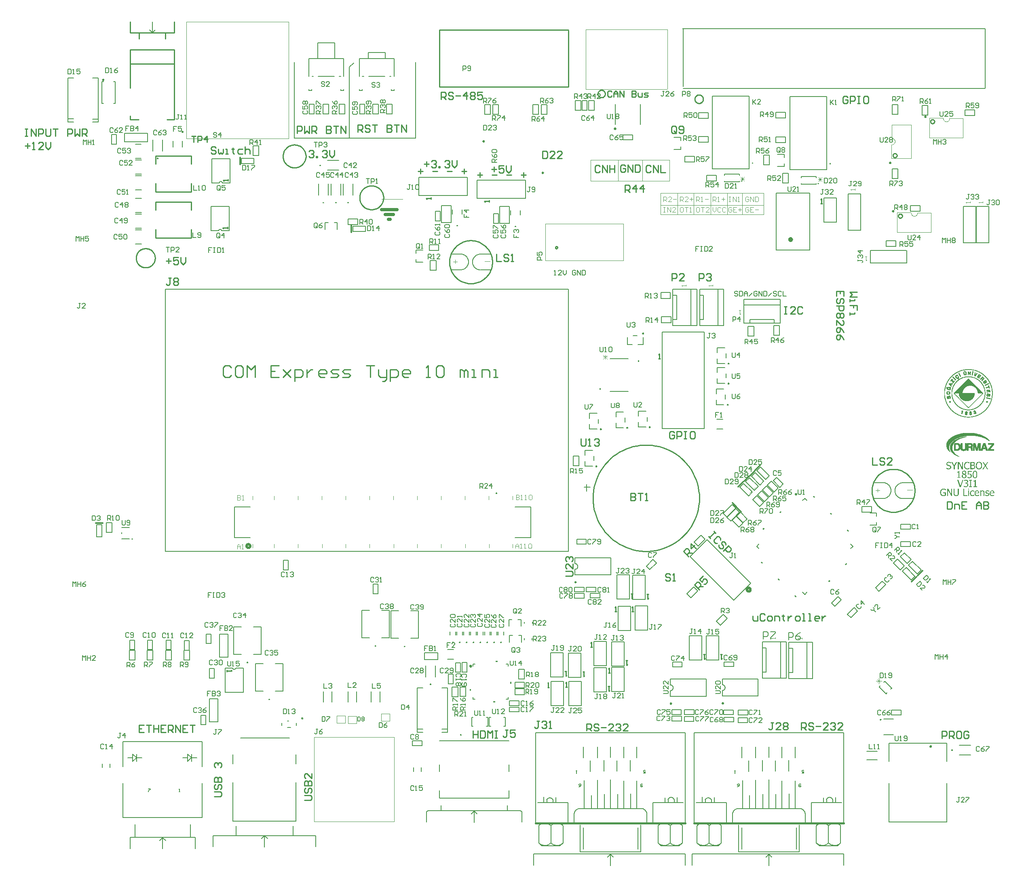
<source format=gbr>
%FSTAX23Y23*%
%MOIN*%
%SFA1B1*%

%IPPOS*%
%ADD196C,0.006000*%
%ADD204C,0.010000*%
%ADD205C,0.003937*%
%ADD206C,0.009842*%
%ADD207C,0.020000*%
%ADD208C,0.007874*%
%ADD209C,0.001000*%
%ADD210C,0.005906*%
%ADD268C,0.008000*%
%ADD269C,0.004000*%
%ADD270C,0.012000*%
%ADD271C,0.015748*%
%ADD272C,0.005000*%
%ADD273C,0.025000*%
%ADD274C,0.000000*%
%ADD275C,0.000360*%
%ADD276C,0.003000*%
%LNsyncbox_legend_top-1*%
%LPD*%
G36*
X03838Y00983D02*
X03828D01*
Y00968*
X03838*
Y00983*
G37*
G36*
X04037Y00883D02*
X04022D01*
Y00873*
X04037*
Y00883*
G37*
G36*
X04162Y01042D02*
X04172D01*
Y01027*
X04162*
Y01042*
G37*
G36*
X04056Y01207D02*
X04041D01*
Y01217*
X04056*
Y01207*
G37*
G36*
X06244Y02026D02*
X06233Y02036D01*
X06226Y02029*
X06237Y02019*
X06244Y02026*
G37*
G36*
X06258Y02307D02*
X06251Y02314D01*
X0624Y02304*
X06247Y02296*
X06258Y02307*
G37*
G36*
X04906Y03467D02*
X04896D01*
Y03452*
X04906*
Y03467*
G37*
G36*
X05214Y03697D02*
X05224D01*
Y03682*
X05214*
Y03697*
G37*
G36*
X06383Y01887D02*
X06372Y01897D01*
X06365Y0189*
X06376Y0188*
X06383Y01887*
G37*
G36*
X06522Y01747D02*
X06512Y01758D01*
X06504Y01751*
X06515Y0174*
X06522Y01747*
G37*
G36*
X06793Y01883D02*
X068Y01876D01*
X06789Y01866*
X06782Y01873*
X06793Y01883*
G37*
G36*
X06932Y02023D02*
X06939Y02015D01*
X06928Y02005*
X06921Y02012*
X06932Y02023*
G37*
G36*
X06397Y02446D02*
X0639Y02453D01*
X06379Y02443*
X06386Y02436*
X06397Y02446*
G37*
G36*
X06667Y02561D02*
X06657Y02572D01*
X06664Y02579*
X06675Y02568*
X06667Y02561*
G37*
G36*
X06807Y02422D02*
X06796Y02432D01*
X06803Y02439*
X06814Y02429*
X06807Y02422*
G37*
G36*
X06946Y02283D02*
X06935Y02293D01*
X06942Y023*
X06953Y0229*
X06946Y02283*
G37*
G36*
X07778Y02858D02*
X0778D01*
X07781Y02857*
X07783Y02857*
X07784Y02857*
X07786Y02857*
X07786*
X07787Y02856*
X07788Y02856*
X07789Y02856*
X0779Y02855*
X07792Y02855*
X07794Y02854*
Y02844*
X07794*
X07794Y02844*
X07793Y02845*
X07793Y02845*
X07792Y02846*
X07791Y02847*
X0779Y02847*
X07788Y02848*
X07787Y02849*
X07786*
X07786Y02849*
X07786Y02849*
X07786Y02849*
X07785Y02849*
X07784Y0285*
X07782Y0285*
X07781Y02851*
X07779Y02851*
X07777Y02851*
X07776*
X07775Y02851*
X07774Y0285*
X07773Y0285*
X07771Y0285*
X0777Y02849*
X07768Y02848*
X07768Y02848*
X07768Y02848*
X07767Y02847*
X07767Y02846*
X07766Y02845*
X07765Y02844*
X07765Y02843*
X07765Y02841*
Y02841*
Y02841*
X07765Y0284*
X07765Y02839*
X07765Y02838*
X07766Y02837*
X07766Y02836*
X07767Y02835*
X07767Y02835*
X07767Y02835*
X07768Y02835*
X07768Y02834*
X07769Y02834*
X0777Y02833*
X07771Y02833*
X07773Y02832*
X07773*
X07773Y02832*
X07774Y02832*
X07774Y02832*
X07775Y02832*
X07776Y02831*
X07778Y02831*
X07779Y02831*
X07779*
X07779Y02831*
X0778Y0283*
X07781Y0283*
X07782Y0283*
X07783Y0283*
X07784Y02829*
X07785Y02829*
X07785*
X07785Y02829*
X07785Y02829*
X07786Y02829*
X07787Y02828*
X07788Y02828*
X0779Y02827*
X07791Y02826*
X07793Y02825*
X07794Y02823*
X07794Y02823*
X07794Y02823*
X07795Y02822*
X07795Y02821*
X07796Y02819*
X07796Y02818*
X07797Y02816*
X07797Y02814*
Y02814*
Y02814*
X07797Y02813*
X07797Y02812*
X07796Y02811*
X07796Y0281*
X07796Y02808*
X07795Y02807*
X07795Y02807*
X07795Y02807*
X07795Y02806*
X07794Y02805*
X07794Y02804*
X07793Y02803*
X07792Y02802*
X07791Y02802*
X07791Y02801*
X07791Y02801*
X0779Y02801*
X07789Y028*
X07788Y02799*
X07787Y02799*
X07786Y02798*
X07785Y02798*
X07785Y02797*
X07784Y02797*
X07783Y02797*
X07782Y02797*
X07781Y02797*
X07779Y02796*
X07778Y02796*
X07776Y02796*
X07774*
X07773Y02796*
X07772Y02796*
X0777Y02796*
X07768Y02797*
X07767Y02797*
X07765Y02797*
X07765*
X07765Y02798*
X07764Y02798*
X07764Y02798*
X07763Y02798*
X07762Y02798*
X07761Y02799*
X07759Y02799*
X07756Y02801*
Y02811*
X07757*
X07757Y0281*
X07758Y0281*
X07758Y02809*
X07759Y02809*
X07761Y02808*
X07762Y02807*
X07764Y02806*
X07766Y02805*
X07766*
X07766Y02805*
X07766Y02805*
X07766Y02805*
X07767Y02804*
X07769Y02804*
X0777Y02804*
X07772Y02803*
X07773Y02803*
X07775Y02803*
X07776*
X07777Y02803*
X07777Y02803*
X07779Y02803*
X0778Y02804*
X07782Y02804*
X07784Y02805*
X07785Y02806*
X07785Y02806*
X07786Y02806*
X07786Y02807*
X07787Y02808*
X07787Y02809*
X07788Y0281*
X07788Y02811*
X07789Y02813*
Y02813*
Y02813*
X07788Y02814*
X07788Y02815*
X07788Y02816*
X07788Y02817*
X07787Y02818*
X07787Y02819*
X07787Y02819*
X07786Y02819*
X07786Y02819*
X07785Y0282*
X07785Y0282*
X07784Y02821*
X07782Y02821*
X07781Y02822*
X07781*
X07781Y02822*
X0778Y02822*
X07779Y02822*
X07779Y02823*
X07778Y02823*
X07776Y02823*
X07776*
X07776Y02823*
X07775Y02823*
X07774Y02824*
X07774Y02824*
X07773Y02824*
X07772Y02824*
X0777Y02825*
X0777*
X0777Y02825*
X07769Y02825*
X07769Y02825*
X07768Y02825*
X07767Y02826*
X07765Y02827*
X07765Y02827*
X07764Y02827*
X07764Y02827*
X07763Y02828*
X07762Y02829*
X07761Y0283*
X0776Y0283*
X0776Y0283*
X0776Y02831*
X0776Y02831*
X07759Y02832*
X07759Y02833*
X07758Y02834*
X07758Y02835*
Y02835*
X07758Y02835*
X07757Y02836*
X07757Y02836*
X07757Y02837*
X07757Y02838*
X07757Y02839*
X07757Y02841*
Y02841*
Y02841*
Y02841*
X07757Y02842*
X07757Y02842*
X07757Y02843*
X07757Y02845*
X07758Y02847*
X07759Y02848*
X07759Y02849*
X0776Y0285*
X0776Y02851*
X07761Y02852*
X07762Y02853*
X07762Y02853*
X07763Y02853*
X07763Y02853*
X07763Y02853*
X07764Y02854*
X07765Y02854*
X07765Y02855*
X07766Y02855*
X07767Y02856*
X07768Y02856*
X07769Y02857*
X07771Y02857*
X07774Y02857*
X07775Y02858*
X07777Y02858*
X07777*
X07778Y02858*
G37*
G36*
X07931D02*
X07932D01*
X07933Y02857*
X07935Y02857*
X07935*
X07935Y02857*
X07936Y02857*
X07937Y02857*
X07937Y02857*
X07938Y02856*
X0794Y02856*
X0794*
X0794Y02856*
X07941Y02856*
X07941Y02856*
X07942Y02855*
X07942Y02855*
X07944Y02855*
X07944*
X07944Y02854*
X07944Y02854*
X07945Y02854*
X07946Y02854*
X07946Y02853*
X07948Y02853*
Y02843*
X07947*
X07947Y02843*
X07946Y02844*
X07945Y02844*
X07944Y02845*
X07944Y02845*
X07944Y02846*
X07944Y02846*
X07943Y02846*
X07943Y02847*
X07942Y02847*
X0794Y02848*
X0794Y02848*
X0794Y02848*
X0794Y02848*
X07939Y02849*
X07938Y02849*
X07937Y02849*
X07935Y0285*
X07935*
X07935Y0285*
X07934Y0285*
X07934Y0285*
X07933Y02851*
X07932Y02851*
X07931Y02851*
X07929*
X07928Y02851*
X07927Y02851*
X07926Y0285*
X07925Y0285*
X07923Y0285*
X07922Y02849*
X07922Y02849*
X07922Y02849*
X07921Y02849*
X0792Y02848*
X07919Y02847*
X07918Y02847*
X07917Y02846*
X07916Y02845*
X07916Y02845*
X07916Y02844*
X07915Y02843*
X07915Y02843*
X07914Y02841*
X07913Y0284*
X07913Y02839*
X07912Y02837*
Y02837*
X07912Y02837*
Y02837*
X07912Y02836*
X07912Y02835*
X07912Y02834*
X07911Y02833*
X07911Y02831*
X07911Y02829*
X07911Y02827*
Y02827*
Y02826*
Y02826*
Y02826*
X07911Y02825*
Y02825*
X07911Y02823*
X07911Y02822*
X07912Y0282*
X07912Y02818*
X07912Y02816*
Y02816*
X07912Y02816*
X07913Y02816*
X07913Y02815*
X07913Y02814*
X07914Y02813*
X07915Y02811*
X07915Y0281*
X07916Y02809*
X07917Y02809*
X07917Y02808*
X07917Y02808*
X07918Y02807*
X07919Y02807*
X0792Y02806*
X07921Y02805*
X07922Y02804*
X07922Y02804*
X07923Y02804*
X07923Y02804*
X07924Y02804*
X07925Y02803*
X07927Y02803*
X07928Y02803*
X07929Y02803*
X0793*
X07931Y02803*
X07931*
X07932Y02803*
X07933Y02803*
X07936Y02804*
X07936*
X07936Y02804*
X07937Y02804*
X07937Y02804*
X07938Y02805*
X07939Y02805*
X07941Y02806*
X07941Y02806*
X07941Y02806*
X07942Y02806*
X07942Y02807*
X07943Y02807*
X07945Y02808*
X07945Y02808*
X07945Y02809*
X07945Y02809*
X07945Y02809*
X07946Y0281*
X07947Y02811*
X07948*
Y02801*
X07948*
X07947Y02801*
X07947Y02801*
X07947Y02801*
X07945Y028*
X07944Y02799*
X07944*
X07944Y02799*
X07943Y02799*
X07943Y02799*
X07942Y02799*
X07942Y02798*
X07941Y02798*
X0794Y02798*
X0794*
X07939Y02798*
X07939Y02798*
X07938Y02797*
X07938Y02797*
X07937Y02797*
X07935Y02797*
X07935*
X07935Y02797*
X07934Y02796*
X07933*
X07933Y02796*
X07932Y02796*
X07931Y02796*
X07928*
X07928Y02796*
X07927*
X07926Y02796*
X07924Y02797*
X07922Y02797*
X0792Y02797*
X07919Y02798*
X07918*
X07918Y02798*
X07918Y02798*
X07918Y02798*
X07917Y02799*
X07916Y028*
X07914Y028*
X07913Y02801*
X07911Y02803*
X0791Y02804*
X0791Y02804*
X0791Y02805*
X07909Y02805*
X07908Y02807*
X07907Y02808*
X07906Y0281*
X07905Y02811*
X07905Y02813*
Y02814*
X07905Y02814*
X07904Y02814*
X07904Y02814*
X07904Y02815*
X07904Y02816*
X07904Y02816*
X07904Y02817*
X07903Y02819*
X07903Y02822*
X07903Y02824*
X07903Y02827*
Y02827*
Y02827*
Y02827*
Y02828*
X07903Y02829*
Y02829*
X07903Y0283*
X07903Y02831*
X07903Y02833*
X07903Y02835*
X07904Y02838*
X07905Y0284*
Y0284*
X07905Y0284*
X07905Y0284*
X07905Y02841*
X07905Y02842*
X07906Y02843*
X07907Y02845*
X07908Y02846*
X07909Y02848*
X0791Y02849*
Y0285*
X0791Y0285*
X07911Y0285*
X07911Y02851*
X07912Y02852*
X07914Y02853*
X07915Y02854*
X07917Y02855*
X07919Y02856*
X07919*
X07919Y02856*
X07919Y02856*
X07919Y02856*
X0792Y02856*
X0792Y02856*
X07922Y02857*
X07923Y02857*
X07925Y02857*
X07927Y02858*
X07929Y02858*
X0793*
X07931Y02858*
G37*
G36*
X08083Y02827D02*
X08102Y02797D01*
X08093*
X08078Y02821*
X08064Y02797*
X08055*
X08074Y02827*
X08056Y02857*
X08065*
X08079Y02833*
X08093Y02857*
X08102*
X08083Y02827*
G37*
G36*
X07826Y02823D02*
Y02797D01*
X07818*
Y02823*
X07798Y02857*
X07807*
X07822Y0283*
X07838Y02857*
X07846*
X07826Y02823*
G37*
G36*
X07894Y02797D02*
X07885D01*
X07859Y02848*
Y02797*
X07852*
Y02857*
X07863*
X07887Y0281*
Y02857*
X07894*
Y02797*
G37*
G36*
X07974Y02856D02*
X07976D01*
X07977Y02856*
X07979Y02856*
X0798Y02856*
X0798*
X07981Y02856*
X07981Y02856*
X07982Y02856*
X07983Y02855*
X07984Y02855*
X07985Y02855*
X07986Y02854*
X07986Y02854*
X07987Y02854*
X07987Y02853*
X07988Y02853*
X07989Y02852*
X0799Y02851*
X0799Y02851*
X07991Y0285*
X07991Y0285*
X07991Y02849*
X07991Y02849*
X07992Y02848*
X07992Y02847*
X07992Y02846*
X07992Y02844*
X07992Y02843*
Y02843*
Y02842*
X07992Y02842*
X07992Y02841*
X07992Y02839*
X07991Y02838*
X07991Y02837*
X0799Y02836*
X0799Y02835*
X0799Y02835*
X07989Y02835*
X07989Y02834*
X07988Y02833*
X07987Y02832*
X07986Y02831*
X07984Y0283*
Y0283*
X07984*
X07984Y0283*
X07985Y0283*
X07985Y0283*
X07986Y0283*
X07987Y02829*
X07988Y02828*
X0799Y02827*
X07991Y02826*
X07992Y02825*
X07992Y02825*
X07993Y02824*
X07993Y02823*
X07994Y02822*
X07994Y02821*
X07995Y02819*
X07995Y02817*
X07995Y02815*
Y02815*
Y02815*
Y02815*
X07995Y02814*
X07995Y02813*
X07995Y02812*
X07995Y0281*
X07994Y02809*
X07994Y02808*
X07993Y02807*
X07993Y02807*
X07993Y02806*
X07992Y02806*
X07992Y02805*
X07991Y02804*
X0799Y02803*
X07989Y02802*
X07989Y02802*
X07989Y02802*
X07988Y02801*
X07987Y02801*
X07986Y028*
X07985Y02799*
X07983Y02799*
X07982Y02798*
X07982*
X07981Y02798*
X0798Y02798*
X07979Y02798*
X07978Y02798*
X07976Y02797*
X07974Y02797*
X07972Y02797*
X07955*
Y02857*
X07973*
X07974Y02856*
G37*
G36*
X08027Y02858D02*
X08028D01*
X0803Y02858*
X08031Y02857*
X08033Y02857*
X08035Y02856*
X08037Y02856*
X08037*
X08037Y02856*
X08037Y02855*
X08038Y02855*
X08038Y02855*
X0804Y02854*
X08041Y02853*
X08042Y02852*
X08044Y02851*
X08045Y0285*
X08045Y0285*
X08045Y02849*
X08046Y02848*
X08047Y02847*
X08048Y02846*
X08049Y02844*
X0805Y02842*
X0805Y0284*
Y0284*
X0805Y0284*
X0805Y02839*
X08051Y02839*
X08051Y02838*
X08051Y02838*
X08051Y02837*
X08051Y02836*
X08052Y02834*
X08052Y02832*
X08052Y0283*
X08052Y02827*
Y02827*
Y02827*
Y02826*
Y02826*
X08052Y02825*
Y02824*
X08052Y02823*
X08052Y02823*
X08052Y0282*
X08051Y02818*
X08051Y02816*
X0805Y02814*
Y02814*
X0805Y02814*
X0805Y02813*
X0805Y02813*
X0805Y02812*
X0805Y02812*
X08049Y0281*
X08048Y02809*
X08047Y02807*
X08046Y02806*
X08045Y02804*
X08045Y02804*
X08044Y02803*
X08044Y02803*
X08043Y02802*
X08041Y02801*
X0804Y028*
X08038Y02799*
X08037Y02798*
X08036*
X08036Y02798*
X08036Y02798*
X08036Y02798*
X08035Y02797*
X08033Y02797*
X08032Y02797*
X0803Y02796*
X08028Y02796*
X08026Y02796*
X08025*
X08024Y02796*
X08024*
X08022Y02796*
X08021Y02796*
X08019Y02797*
X08017Y02797*
X08015Y02798*
X08015*
X08015Y02798*
X08015Y02798*
X08014Y02798*
X08013Y02799*
X08012Y028*
X08011Y028*
X0801Y02801*
X08008Y02803*
X08007Y02804*
Y02804*
X08007Y02804*
X08006Y02805*
X08006Y02806*
X08005Y02807*
X08004Y02808*
X08003Y0281*
X08002Y02812*
X08002Y02814*
Y02814*
X08001Y02814*
X08001Y02814*
X08001Y02815*
X08001Y02815*
X08001Y02816*
X08001Y02817*
X08001Y02818*
X08Y02819*
X08Y02822*
X08Y02824*
X08Y02827*
Y02827*
Y02827*
Y02828*
Y02828*
X08Y02829*
Y0283*
X08Y0283*
X08Y02831*
X08Y02833*
X08Y02836*
X08001Y02838*
X08002Y0284*
Y0284*
X08002Y0284*
X08002Y02841*
X08002Y02841*
X08002Y02842*
X08003Y02843*
X08004Y02845*
X08005Y02846*
X08006Y02848*
X08007Y0285*
Y0285*
X08007Y0285*
X08008Y0285*
X08008Y02851*
X08009Y02852*
X0801Y02853*
X08012Y02854*
X08013Y02855*
X08015Y02856*
X08015*
X08015Y02856*
X08016Y02856*
X08016Y02856*
X08016Y02856*
X08017Y02856*
X08018Y02857*
X0802Y02857*
X08022Y02857*
X08024Y02858*
X08026Y02858*
X08027*
X08027Y02858*
G37*
G36*
X07966Y02776D02*
X07941D01*
Y0276*
X07942*
X07942Y0276*
X07942*
X07943Y0276*
X07944Y0276*
X07945*
X07945Y0276*
X07948*
X07949Y0276*
X0795Y0276*
X07952Y0276*
X07953Y0276*
X07954Y0276*
X07954*
X07955Y02759*
X07955Y02759*
X07956Y02759*
X07957Y02759*
X07958Y02758*
X07959Y02757*
X0796Y02757*
X0796Y02757*
X07961Y02756*
X07961Y02756*
X07962Y02755*
X07963Y02754*
X07963Y02753*
X07964Y02752*
X07965Y02751*
X07965Y02751*
X07965Y0275*
X07965Y0275*
X07966Y02749*
X07966Y02747*
X07966Y02746*
X07966Y02744*
X07966Y02742*
Y02742*
Y02742*
Y02742*
X07966Y02741*
X07966Y0274*
X07966Y02738*
X07966Y02737*
X07965Y02736*
X07965Y02734*
X07965Y02734*
X07965Y02734*
X07964Y02733*
X07964Y02732*
X07963Y02731*
X07963Y0273*
X07962Y02729*
X07961Y02728*
X07961Y02728*
X07961Y02728*
X0796Y02727*
X07959Y02726*
X07959Y02726*
X07958Y02725*
X07956Y02724*
X07955Y02724*
X07955Y02724*
X07954Y02724*
X07954Y02723*
X07953Y02723*
X07951Y02723*
X0795Y02723*
X07948Y02722*
X07947Y02722*
X07946*
X07945Y02722*
X07944*
X07943Y02722*
X07941Y02723*
X07938Y02723*
X07938*
X07938Y02723*
X07937Y02724*
X07936Y02724*
X07935Y02724*
X07933Y02725*
X07932Y02725*
X07931Y02726*
Y02734*
X07932*
X07932Y02734*
X07932Y02734*
X07933Y02733*
X07934Y02732*
X07934*
X07934Y02732*
X07935Y02732*
X07935Y02732*
X07936Y02732*
X07937Y02731*
X07938Y02731*
X07938*
X07938Y02731*
X07939Y02731*
X0794Y0273*
X07941Y0273*
X07942Y0273*
X07942*
X07943Y02729*
X07943Y02729*
X07944*
X07944Y02729*
X07945Y02729*
X07947Y02729*
X07947*
X07948Y02729*
X07948*
X07949Y02729*
X0795Y02729*
X07951Y0273*
X07951*
X07952Y0273*
X07952Y0273*
X07953Y02731*
X07953Y02731*
X07954Y02731*
X07955Y02732*
X07955Y02733*
X07955Y02733*
X07956Y02733*
X07956Y02733*
X07956Y02734*
X07956Y02734*
X07957Y02735*
X07958Y02737*
Y02737*
X07958Y02737*
X07958Y02738*
X07958Y02738*
X07958Y02739*
X07958Y0274*
X07958Y02741*
Y02742*
Y02743*
Y02743*
Y02743*
X07958Y02744*
X07958Y02745*
X07958Y02746*
X07958Y02747*
X07957Y02748*
Y02748*
X07957Y02748*
X07957Y02748*
X07957Y02749*
X07956Y0275*
X07955Y02751*
X07955Y02751*
X07955Y02751*
X07954Y02752*
X07954Y02752*
X07953Y02752*
X07952Y02753*
X07952Y02753*
X07951Y02753*
X07951*
X0795Y02753*
X0795Y02753*
X07949Y02754*
X07948Y02754*
X07947Y02754*
X07946Y02754*
X07944*
X07943Y02754*
X07942*
X07941Y02754*
X07939Y02753*
X07939*
X07938Y02753*
X07938Y02753*
X07937Y02753*
X07935Y02753*
X07934Y02753*
X07934Y02752*
Y02783*
X07966*
Y02776*
G37*
G36*
X07865Y0273D02*
X07875D01*
Y02724*
X07846*
Y0273*
X07857*
Y02769*
X07846*
Y02775*
X07847*
X07848Y02775*
X07849Y02775*
X07851Y02775*
X07852Y02775*
X07854Y02776*
X07855Y02776*
X07855Y02777*
X07856Y02777*
X07856Y02777*
X07857Y02778*
X07857Y02779*
X07858Y0278*
X07858Y02781*
X07858Y02783*
X07865*
Y0273*
G37*
G36*
X07994Y02784D02*
X07995D01*
X07995Y02784*
X07996Y02784*
X07997Y02783*
X07998Y02783*
X08Y02783*
X08001Y02782*
X08002Y02782*
X08003Y02781*
X08004Y0278*
X08005Y02779*
X08006Y02778*
X08007Y02776*
X08007Y02776*
X08007Y02776*
X08008Y02776*
X08008Y02775*
X08008Y02774*
X08009Y02773*
X08009Y02772*
X0801Y02771*
X0801Y02769*
X0801Y02767*
X08011Y02765*
X08011Y02763*
X08011Y02761*
X08012Y02759*
X08012Y02756*
X08012Y02753*
Y02753*
Y02752*
Y02752*
X08012Y0275*
X08012Y02749*
X08012Y02748*
X08012Y02746*
X08011Y02744*
X08011Y0274*
X0801Y02737*
X08009Y02735*
X08009Y02733*
X08008Y02731*
X08007Y0273*
X08007Y0273*
X08007Y02729*
X08007Y02729*
X08006Y02729*
X08006Y02728*
X08005Y02727*
X08005Y02727*
X08004Y02726*
X08003Y02725*
X08002Y02725*
X08001Y02724*
X07999Y02723*
X07998Y02723*
X07996Y02723*
X07995Y02722*
X07993Y02722*
X07993*
X07992Y02722*
X07991*
X07991Y02723*
X0799Y02723*
X07989Y02723*
X07988Y02723*
X07986Y02724*
X07985Y02724*
X07984Y02725*
X07983Y02725*
X07982Y02726*
X0798Y02727*
X07979Y02728*
X07979Y0273*
X07978Y0273*
X07978Y0273*
X07978Y02731*
X07978Y02731*
X07977Y02732*
X07977Y02733*
X07977Y02734*
X07976Y02736*
X07976Y02737*
X07975Y02739*
X07975Y02741*
X07975Y02743*
X07974Y02745*
X07974Y02748*
X07974Y0275*
X07974Y02753*
Y02753*
Y02753*
Y02754*
Y02755*
X07974Y02756*
X07974Y02757*
X07974Y02759*
X07974Y0276*
X07975Y02762*
X07975Y02766*
X07976Y0277*
X07976Y02772*
X07977Y02773*
X07978Y02775*
X07979Y02777*
X07979Y02777*
X07979Y02777*
X07979Y02777*
X07979Y02778*
X0798Y02778*
X07981Y02779*
X07981Y0278*
X07982Y0278*
X07983Y02781*
X07984Y02782*
X07985Y02782*
X07987Y02783*
X07988Y02783*
X0799Y02784*
X07991Y02784*
X07993Y02784*
X07993*
X07994Y02784*
G37*
G36*
X07905D02*
X07906D01*
X07907Y02784*
X07909Y02784*
X07911Y02783*
X07913Y02782*
X07915Y02781*
X07916Y02781*
X07917Y0278*
X07917Y0278*
X07917Y0278*
X07917Y02779*
X07918Y02779*
X07918Y02778*
X07919Y02777*
X0792Y02775*
X07921Y02773*
X07922Y02771*
X07922Y0277*
X07922Y02769*
Y02769*
Y02768*
X07922Y02768*
X07921Y02767*
X07921Y02765*
X07921Y02764*
X0792Y02763*
X07919Y02761*
X07919Y02761*
X07919Y0276*
X07918Y0276*
X07918Y02759*
X07917Y02758*
X07916Y02757*
X07914Y02756*
X07913Y02755*
Y02755*
X07913*
X07913Y02755*
X07913Y02755*
X07913Y02754*
X07914Y02754*
X07916Y02753*
X07917Y02752*
X07918Y02751*
X07919Y0275*
X0792Y02749*
X07921Y02749*
X07921Y02748*
X07921Y02747*
X07922Y02746*
X07922Y02745*
X07923Y02744*
X07923Y02742*
X07923Y0274*
Y0274*
Y0274*
Y02739*
X07923Y02739*
X07923Y02738*
X07923Y02737*
X07922Y02736*
X07922Y02734*
X07921Y02732*
X07921Y02731*
X0792Y0273*
X07919Y02729*
X07919Y02728*
X07918Y02727*
X07918Y02727*
X07917Y02727*
X07917Y02727*
X07917Y02726*
X07916Y02726*
X07915Y02726*
X07915Y02725*
X07914Y02725*
X07913Y02724*
X07912Y02724*
X0791Y02723*
X07907Y02722*
X07905Y02722*
X07904Y02722*
X07903*
X07902Y02722*
X07901Y02722*
X079Y02722*
X07899Y02723*
X07897Y02723*
X07896Y02723*
X07896Y02724*
X07895Y02724*
X07895Y02724*
X07894Y02724*
X07893Y02725*
X07892Y02726*
X07891Y02726*
X0789Y02727*
X07889Y02727*
X07889Y02728*
X07889Y02728*
X07888Y02729*
X07888Y0273*
X07887Y02731*
X07886Y02732*
X07886Y02733*
X07886Y02733*
X07886Y02733*
X07885Y02734*
X07885Y02735*
X07885Y02736*
X07885Y02737*
X07885Y02738*
X07885Y0274*
Y0274*
Y0274*
Y0274*
Y02741*
X07885Y02742*
X07885Y02743*
X07885Y02744*
X07886Y02746*
X07886Y02747*
X07887Y02749*
Y02749*
X07887Y02749*
X07888Y02749*
X07888Y0275*
X07889Y02751*
X0789Y02752*
X07891Y02753*
X07893Y02754*
X07895Y02755*
Y02755*
X07895*
X07894Y02755*
X07894Y02756*
X07893Y02756*
X07892Y02757*
X07891Y02758*
X0789Y02759*
X07889Y0276*
X07888Y02761*
X07888Y02761*
X07888Y02761*
X07887Y02762*
X07887Y02763*
X07887Y02764*
X07886Y02765*
X07886Y02767*
X07886Y02768*
Y02769*
Y02769*
Y02769*
X07886Y0277*
X07886Y0277*
X07886Y02771*
X07887Y02772*
X07887Y02774*
X07888Y02776*
X07889Y02777*
X07889Y02778*
X0789Y02779*
X07891Y0278*
X07891Y0278*
X07891Y0278*
X07892Y0278*
X07892Y0278*
X07892Y02781*
X07893Y02781*
X07894Y02781*
X07895Y02782*
X07896Y02783*
X07899Y02783*
X07901Y02784*
X07902Y02784*
X07904Y02784*
X07905*
X07905Y02784*
G37*
G36*
X07877Y0265D02*
X07868D01*
X07848Y02709*
X07856*
X07873Y0266*
X07889Y02709*
X07897*
X07877Y0265*
G37*
G36*
X0792Y0271D02*
X07922Y0271D01*
X07923Y0271*
X07924Y0271*
X07925Y02709*
X07925*
X07926Y02709*
X07926Y02709*
X07927Y02709*
X07928Y02708*
X07929Y02708*
X0793Y02707*
X07931Y02707*
X07931Y02707*
X07931Y02706*
X07932Y02706*
X07933Y02705*
X07933Y02704*
X07934Y02703*
X07934Y02702*
X07935Y02702*
X07935Y02702*
X07935Y02701*
X07935Y027*
X07935Y027*
X07936Y02698*
X07936Y02697*
X07936Y02696*
Y02696*
Y02696*
Y02695*
X07936Y02695*
X07936Y02694*
X07935Y02693*
X07935Y02692*
X07934Y0269*
X07934Y02689*
X07933Y02687*
X07932Y02687*
X07932Y02687*
X07931Y02686*
X0793Y02685*
X07929Y02685*
X07928Y02684*
X07926Y02683*
X07925Y02683*
Y02682*
X07925*
X07925Y02682*
X07926Y02682*
X07926Y02682*
X07927Y02682*
X07927Y02681*
X07929Y02681*
X07929*
X07929Y02681*
X0793Y0268*
X0793Y0268*
X07931Y02679*
X07933Y02678*
X07933Y02678*
X07933Y02678*
X07933Y02678*
X07934Y02677*
X07934Y02676*
X07935Y02676*
X07935Y02675*
X07936Y02674*
X07936Y02674*
X07936Y02673*
X07936Y02673*
X07936Y02672*
X07937Y02671*
X07937Y0267*
X07937Y02669*
X07937Y02667*
Y02667*
Y02667*
X07937Y02666*
X07937Y02665*
X07937Y02664*
X07936Y02662*
X07936Y02661*
X07936Y0266*
X07935Y0266*
X07935Y02659*
X07935Y02659*
X07935Y02658*
X07934Y02657*
X07933Y02656*
X07933Y02655*
X07932Y02654*
X07932Y02654*
X07931Y02653*
X07931Y02653*
X0793Y02652*
X07929Y02652*
X07928Y02651*
X07927Y0265*
X07925Y0265*
X07925Y0265*
X07925Y0265*
X07924Y02649*
X07923Y02649*
X07922Y02649*
X0792Y02649*
X07919Y02649*
X07917Y02648*
X07916*
X07915Y02649*
X07914Y02649*
X07913Y02649*
X07911Y02649*
X0791Y02649*
X07908Y0265*
X07908*
X07908Y0265*
X07907Y0265*
X07907Y0265*
X07906Y0265*
X07904Y02651*
X07903Y02651*
X07902Y02652*
X07901Y02652*
Y0266*
X07901*
X07902Y0266*
X07902Y0266*
X07902Y0266*
X07903Y02659*
X07904Y02659*
X07905Y02658*
X07907Y02658*
X07908Y02657*
X07908*
X07908Y02657*
X07909Y02657*
X0791Y02656*
X07911Y02656*
X07912Y02656*
X07913Y02656*
X07915Y02655*
X07917Y02655*
X07918*
X07918Y02655*
X07919Y02655*
X0792Y02656*
X07922Y02656*
X07922*
X07922Y02656*
X07922Y02656*
X07923Y02657*
X07924Y02657*
X07926Y02659*
X07926Y02659*
X07926Y02659*
X07926Y02659*
X07927Y0266*
X07927Y0266*
X07927Y02661*
X07928Y02662*
Y02662*
X07928Y02663*
X07928Y02663*
X07928Y02664*
X07929Y02665*
X07929Y02666*
X07929Y02667*
Y02668*
Y02668*
Y02668*
X07929Y02669*
Y0267*
X07929Y02671*
X07928Y02671*
X07928Y02672*
X07928Y02673*
Y02673*
X07928Y02674*
X07928Y02674*
X07927Y02674*
X07926Y02675*
X07925Y02676*
X07925Y02677*
X07925Y02677*
X07925Y02677*
X07924Y02677*
X07924Y02677*
X07923Y02678*
X07921Y02678*
X07921*
X07921Y02678*
X07921Y02678*
X0792Y02678*
X07919Y02678*
X07918Y02679*
X07916Y02679*
X07913*
Y02685*
X07917*
X07918Y02685*
X07919Y02686*
X0792Y02686*
X07922Y02686*
X07923Y02687*
X07924Y02688*
X07925Y02688*
X07925Y02688*
X07925Y02689*
X07926Y0269*
X07927Y02691*
X07927Y02692*
X07928Y02693*
X07928Y02695*
Y02695*
Y02695*
Y02696*
X07928Y02696*
X07927Y02698*
X07927Y02699*
Y02699*
X07927Y02699*
X07926Y027*
X07926Y027*
X07925Y02701*
X07925Y02702*
X07924Y02702*
X07924Y02702*
X07924Y02702*
X07924Y02702*
X07923Y02703*
X07921Y02703*
X07921*
X07921Y02703*
X07921Y02703*
X0792Y02703*
X0792*
X07919Y02703*
X07917Y02703*
X07917*
X07916Y02703*
X07915*
X07915Y02703*
X07913Y02703*
X07913*
X07913Y02703*
X07912Y02703*
X07912Y02703*
X07911Y02702*
X0791Y02702*
X07909Y02702*
X07909*
X07909Y02701*
X07908Y02701*
X07908Y02701*
X07907Y027*
X07905Y027*
X07905*
X07905Y027*
X07905Y02699*
X07904Y02699*
X07903Y02698*
X07903*
Y02707*
X07903Y02707*
X07903Y02707*
X07904Y02707*
X07904Y02707*
X07905Y02708*
X07907Y02708*
X07908Y02709*
X07909Y02709*
X0791*
X0791Y02709*
X0791Y02709*
X07911Y02709*
X07912Y0271*
X07914Y0271*
X07915Y0271*
X07917Y0271*
X07918Y0271*
X0792*
X0792Y0271*
G37*
G36*
X07999Y02656D02*
X0801D01*
Y0265*
X07981*
Y02656*
X07992*
Y02696*
X07981*
Y02701*
X07982*
X07983Y02701*
X07984Y02701*
X07986Y02701*
X07987Y02702*
X07989Y02702*
X0799Y02703*
X0799Y02703*
X0799Y02703*
X07991Y02703*
X07992Y02704*
X07992Y02705*
X07993Y02706*
X07993Y02708*
X07993Y02709*
X07999*
Y02656*
G37*
G36*
X07968Y02703D02*
X07961D01*
Y02656*
X07968*
Y0265*
X07945*
Y02656*
X07953*
Y02703*
X07945*
Y02709*
X07968*
Y02703*
G37*
G36*
X07945Y02628D02*
X07936D01*
Y02636*
X07945*
Y02628*
G37*
G36*
X07735Y02636D02*
X07736D01*
X07737Y02636*
X07739Y02636*
X07739*
X0774Y02636*
X0774Y02636*
X07741Y02636*
X07742Y02636*
X07743Y02635*
X07744Y02635*
X07745*
X07745Y02635*
X07745Y02635*
X07746Y02634*
X07746Y02634*
X07747Y02634*
X07749Y02633*
X07749*
X07749Y02633*
X0775Y02633*
X0775Y02633*
X07752Y02632*
X07753Y02631*
Y02622*
X07752*
X07752Y02622*
X07752Y02622*
X07752Y02622*
X07751Y02623*
X0775Y02624*
X07749Y02624*
X07749Y02624*
X07749Y02625*
X07749Y02625*
X07748Y02625*
X07747Y02626*
X07747Y02626*
X07746Y02626*
X07745Y02627*
X07745Y02627*
X07744Y02627*
X07744Y02627*
X07743Y02628*
X07742Y02628*
X07741Y02628*
X0774Y02629*
X07739Y02629*
X07739*
X07739Y02629*
X07738Y02629*
X07737Y02629*
X07736Y02629*
X07735Y0263*
X07734Y0263*
X07732*
X07731Y0263*
X0773Y0263*
X0773Y02629*
X07729Y02629*
X07728Y02629*
X07727Y02629*
X07725Y02628*
X07724Y02628*
X07723Y02627*
X07722Y02626*
X07721Y02625*
X0772Y02624*
X07719Y02623*
X07719Y02623*
X07719Y02623*
X07718Y02623*
X07718Y02622*
X07718Y02621*
X07717Y02621*
X07717Y0262*
X07716Y02619*
X07716Y02618*
X07715Y02616*
X07715Y02615*
X07714Y02613*
X07714Y02612*
X07714Y0261*
X07714Y02608*
X07714Y02606*
Y02606*
Y02606*
Y02606*
Y02605*
Y02605*
X07714Y02604*
X07714Y02603*
X07714Y02601*
X07714Y02599*
X07714Y02597*
X07715Y02596*
Y02596*
X07715Y02595*
X07715Y02595*
X07715Y02594*
X07716Y02593*
X07716Y02592*
X07717Y0259*
X07718Y02589*
X07719Y02588*
X07719Y02588*
X07719Y02587*
X0772Y02587*
X07721Y02586*
X07722Y02585*
X07723Y02585*
X07724Y02584*
X07725Y02583*
X07725Y02583*
X07726Y02583*
X07726Y02583*
X07727Y02583*
X07729Y02582*
X0773Y02582*
X07731Y02582*
X07733Y02582*
X07734*
X07735Y02582*
X07736*
X07737Y02582*
X0774Y02582*
X0774*
X0774Y02582*
X07741Y02582*
X07742Y02583*
X07743Y02583*
X07744Y02583*
X07744Y02583*
X07745Y02584*
Y02599*
X07732*
Y02606*
X07753*
Y0258*
X07753*
X07753Y0258*
X07753Y0258*
X07752Y0258*
X07752Y02579*
X07751Y02579*
X0775Y02579*
X07749Y02578*
X07749*
X07749Y02578*
X07748Y02578*
X07748Y02578*
X07747Y02577*
X07746Y02577*
X07744Y02577*
X07744*
X07744Y02577*
X07743Y02576*
X07743Y02576*
X07742Y02576*
X07741Y02576*
X07739Y02575*
X07739*
X07739Y02575*
X07738Y02575*
X07737*
X07737Y02575*
X07736Y02575*
X07735Y02575*
X07732*
X07732Y02575*
X07731*
X0773Y02575*
X07728Y02575*
X07726Y02576*
X07724Y02576*
X07722Y02577*
X07722*
X07722Y02577*
X07721Y02577*
X07721Y02577*
X0772Y02578*
X07719Y02578*
X07717Y02579*
X07716Y0258*
X07714Y02581*
X07713Y02583*
Y02583*
X07713Y02583*
X07712Y02583*
X07712Y02584*
X07711Y02585*
X0771Y02587*
X07709Y02588*
X07708Y0259*
X07707Y02592*
Y02592*
X07707Y02593*
X07707Y02593*
X07707Y02593*
X07707Y02594*
X07707Y02595*
X07706Y02595*
X07706Y02596*
X07706Y02598*
X07706Y02601*
X07705Y02603*
X07705Y02606*
Y02606*
Y02606*
Y02607*
Y02607*
X07705Y02608*
Y02608*
X07706Y02609*
X07706Y0261*
X07706Y02612*
X07706Y02614*
X07707Y02616*
X07707Y02619*
Y02619*
X07707Y02619*
X07708Y02619*
X07708Y0262*
X07708Y02621*
X07709Y02622*
X0771Y02624*
X07711Y02625*
X07712Y02627*
X07713Y02628*
Y02628*
X07713Y02629*
X07714Y02629*
X07714Y0263*
X07716Y02631*
X07717Y02632*
X07718Y02633*
X0772Y02634*
X07722Y02634*
X07722*
X07722Y02634*
X07722Y02635*
X07723Y02635*
X07723Y02635*
X07724Y02635*
X07725Y02635*
X07727Y02636*
X07729Y02636*
X07731Y02636*
X07733Y02637*
X07735*
X07735Y02636*
G37*
G36*
X08058Y02622D02*
X08058D01*
X08059Y02622*
X0806Y02621*
X08062Y02621*
X08064Y0262*
X08065Y02619*
X08066Y02618*
X08067Y02618*
Y02617*
X08067Y02617*
X08067Y02617*
X08067Y02617*
X08068Y02616*
X08068Y02616*
X08068Y02615*
X08069Y02614*
X08069Y02614*
X08069Y02613*
X0807Y02612*
X0807Y0261*
X0807Y02609*
X0807Y02608*
X08071Y02607*
Y02605*
Y02576*
X08063*
Y02602*
Y02602*
Y02602*
Y02603*
Y02603*
X08063Y02604*
X08063Y02605*
X08063Y02607*
Y02607*
X08063Y02608*
Y02608*
X08062Y02609*
X08062Y0261*
X08062Y02611*
X08062Y02611*
Y02612*
X08061Y02612*
X08061Y02612*
X08061Y02612*
X0806Y02613*
X08059Y02614*
X08059*
X08059Y02614*
X08058Y02614*
X08058Y02614*
X08057Y02615*
X08057Y02615*
X08056Y02615*
X08054*
X08054Y02615*
X08053Y02615*
X08052Y02614*
X08051Y02614*
X0805Y02614*
X08049Y02613*
X08049Y02613*
X08048Y02613*
X08048Y02613*
X08047Y02612*
X08046Y02612*
X08045Y02611*
X08044Y0261*
X08043Y02609*
Y02576*
X08036*
Y02621*
X08043*
Y02616*
X08043Y02616*
X08044Y02616*
X08044Y02617*
X08045Y02617*
X08046Y02618*
X08047Y02619*
X08048Y0262*
X0805Y0262*
X0805Y0262*
X0805Y02621*
X08051Y02621*
X08052Y02621*
X08053Y02621*
X08054Y02622*
X08055Y02622*
X08057Y02622*
X08057*
X08058Y02622*
G37*
G36*
X08096Y02622D02*
X08097D01*
X08098Y02621*
X081Y02621*
X08101Y02621*
X08102Y02621*
X08103*
X08103Y02621*
X08104Y0262*
X08105Y0262*
X08106Y0262*
X08107Y02619*
X08108Y02619*
X08109Y02618*
Y02611*
X08108*
X08108Y02611*
X08108Y02611*
X08107Y02611*
X08107Y02612*
X08106Y02612*
X08104Y02613*
X08103Y02614*
X08102Y02614*
X08102Y02614*
X08101Y02614*
X08101Y02615*
X081Y02615*
X08099Y02615*
X08098Y02615*
X08096Y02615*
X08095Y02615*
X08094*
X08094Y02615*
X08093Y02615*
X08092Y02615*
X08091Y02615*
X0809Y02614*
X08089Y02614*
X08089Y02614*
X08088Y02614*
X08088Y02613*
X08087Y02613*
X08087Y02612*
X08087Y02611*
X08086Y0261*
X08086Y02609*
Y02609*
Y02609*
X08086Y02608*
X08086Y02608*
X08087Y02607*
X08087Y02606*
X08087Y02606*
X08088Y02605*
X08088Y02605*
X08088Y02605*
X08088Y02605*
X08089Y02604*
X0809Y02604*
X0809Y02603*
X08091Y02603*
X08092Y02603*
X08093*
X08093Y02603*
X08093*
X08094Y02602*
X08094Y02602*
X08095Y02602*
X08096Y02602*
X08096*
X08097Y02602*
X08097Y02602*
X08098Y02602*
X08098Y02601*
X08099Y02601*
X08101Y02601*
X08101*
X08101Y02601*
X08101*
X08101Y02601*
X08102Y026*
X08103Y026*
X08105Y02599*
X08106Y02599*
X08107Y02598*
X08108Y02597*
X08108Y02597*
X08108Y02596*
X08109Y02596*
X08109Y02595*
X0811Y02594*
X0811Y02592*
X0811Y02591*
X0811Y02589*
Y02589*
Y02589*
X0811Y02588*
X0811Y02587*
X0811Y02586*
X0811Y02585*
X0811Y02585*
X08109Y02584*
X08109Y02583*
X08109Y02583*
X08109Y02583*
X08108Y02582*
X08108Y02581*
X08107Y02581*
X08107Y0258*
X08106Y02579*
X08106Y02579*
X08106Y02579*
X08105Y02578*
X08104Y02578*
X08104Y02578*
X08103Y02577*
X08102Y02577*
X08101Y02576*
X081*
X081Y02576*
X08099Y02576*
X08098Y02576*
X08097Y02576*
X08096Y02575*
X08095Y02575*
X08093Y02575*
X08092*
X08091Y02575*
X0809Y02575*
X08089Y02575*
X08088Y02576*
X08086Y02576*
X08085Y02576*
X08084Y02576*
X08084Y02577*
X08083Y02577*
X08082Y02577*
X08081Y02577*
X0808Y02578*
X08079Y02578*
X08078Y02579*
Y02587*
X08079*
X08079Y02587*
X08079Y02587*
X0808Y02586*
X08081Y02586*
X08081*
X08081Y02585*
X08081Y02585*
X08082Y02585*
X08082Y02585*
X08083Y02584*
X08084Y02584*
X08084*
X08085Y02583*
X08085Y02583*
X08086Y02583*
X08086Y02583*
X08087Y02583*
X08088Y02582*
X08089*
X08089Y02582*
X08089Y02582*
X0809Y02582*
X08091Y02582*
X08092Y02582*
X08093Y02581*
X08094*
X08094Y02582*
X08095*
X08096Y02582*
X08097Y02582*
X08097*
X08097Y02582*
X08098Y02582*
X08098Y02582*
X08099Y02582*
X081Y02583*
X081Y02583*
X081*
X081Y02583*
X08101Y02583*
X08102Y02584*
X08102Y02585*
Y02585*
X08102Y02585*
X08102Y02585*
X08102Y02586*
X08103Y02586*
X08103Y02587*
X08103Y02588*
Y02588*
Y02588*
X08103Y02589*
X08103Y02589*
X08102Y0259*
X08102Y02591*
X08102Y02591*
X08101Y02592*
X08101Y02592*
X08101Y02592*
X08101Y02592*
X081Y02593*
X08099Y02593*
X08099Y02594*
X08097Y02594*
X08096Y02594*
X08096*
X08096Y02594*
X08096Y02595*
X08095Y02595*
X08095Y02595*
X08094Y02595*
X08093Y02595*
X08092Y02595*
X08092*
X08092Y02595*
X08092Y02595*
X08091Y02595*
X0809Y02596*
X0809Y02596*
X08088Y02596*
X08088*
X08088Y02596*
X08088Y02596*
X08087Y02596*
X08086Y02597*
X08085Y02597*
X08084Y02598*
X08083Y02599*
X08082Y026*
X08081Y02601*
X08081Y02601*
X0808Y02601*
X0808Y02602*
X0808Y02603*
X08079Y02604*
X08079Y02605*
X08079Y02607*
X08078Y02608*
Y02608*
Y02608*
Y02609*
X08079Y02609*
X08079Y0261*
X08079Y0261*
X08079Y02612*
X0808Y02613*
X0808Y02615*
X08081Y02616*
X08081Y02616*
X08082Y02617*
X08083Y02618*
X08083Y02618*
X08083Y02618*
X08083Y02618*
X08084Y02619*
X08084Y02619*
X08085Y02619*
X08085Y02619*
X08086Y0262*
X08088Y02621*
X0809Y02621*
X08092Y02622*
X08095Y02622*
X08096*
X08096Y02622*
G37*
G36*
X07974D02*
X07975D01*
X07976Y02621*
X07977Y02621*
X07978Y02621*
X0798Y02621*
X0798*
X0798Y0262*
X07981Y0262*
X07982Y0262*
X07983Y0262*
X07984Y02619*
X07986Y02618*
Y0261*
X07985*
X07985Y0261*
X07985Y0261*
X07984Y02611*
X07983Y02611*
X07983*
X07983Y02612*
X07983Y02612*
X07983Y02612*
X07982Y02613*
X0798Y02613*
X0798*
X0798Y02613*
X0798Y02613*
X07979Y02614*
X07979Y02614*
X07978Y02614*
X07977Y02615*
X07977*
X07976Y02615*
X07976Y02615*
X07975Y02615*
X07975Y02615*
X07974Y02615*
X07973Y02615*
X07972*
X07972Y02615*
X07971Y02615*
X07969Y02615*
X07968Y02614*
X07966Y02613*
X07965Y02613*
X07965Y02612*
X07964Y02612*
X07963Y02611*
Y02611*
X07963Y02611*
X07963Y0261*
X07963Y0261*
X07962Y02609*
X07962Y02609*
X07962Y02608*
X07961Y02608*
X07961Y02607*
X07961Y02606*
X07961Y02605*
X0796Y02604*
X0796Y02601*
X0796Y02598*
Y02598*
Y02598*
Y02598*
X0796Y02597*
Y02596*
X0796Y02596*
X0796Y02594*
X07961Y02592*
X07961Y0259*
X07962Y02588*
X07963Y02586*
Y02586*
X07963Y02586*
X07964Y02585*
X07965Y02585*
X07966Y02584*
X07967Y02583*
X07969Y02582*
X0797Y02582*
X07971Y02582*
X07973Y02582*
X07973*
X07974Y02582*
X07975Y02582*
X07976Y02582*
X07977Y02582*
X07978Y02583*
X0798Y02583*
X0798Y02583*
X0798Y02583*
X07981Y02584*
X07982Y02584*
X07982Y02585*
X07983Y02585*
X07984Y02586*
X07985Y02587*
X07986*
Y02579*
X07986*
X07986Y02579*
X07985Y02578*
X07985Y02578*
X07984Y02578*
X07983Y02577*
X07983*
X07983Y02577*
X07982Y02577*
X07982Y02577*
X07981Y02577*
X0798Y02576*
X0798*
X0798Y02576*
X07979Y02576*
X07979Y02576*
X07978Y02576*
X07977Y02576*
X07976*
X07976Y02575*
X07976*
X07976Y02575*
X07975Y02575*
X07974*
X07974Y02575*
X07972*
X07971Y02575*
X0797Y02575*
X07969Y02576*
X07967Y02576*
X07966Y02576*
X07964Y02577*
X07964Y02577*
X07964Y02577*
X07963Y02577*
X07962Y02578*
X07961Y02578*
X0796Y02579*
X07959Y0258*
X07958Y02581*
X07958Y02581*
X07957Y02581*
X07957Y02582*
X07956Y02583*
X07955Y02584*
X07955Y02585*
X07954Y02586*
X07953Y02588*
Y02588*
X07953Y02588*
Y02588*
X07953Y02589*
X07953Y0259*
X07953Y02591*
X07952Y02592*
X07952Y02594*
X07952Y02596*
X07952Y02598*
Y02598*
Y02599*
Y02599*
Y02599*
X07952Y026*
Y026*
X07952Y02602*
X07952Y02603*
X07953Y02605*
X07953Y02607*
X07953Y02608*
Y02609*
X07954Y02609*
X07954Y02609*
X07954Y0261*
X07955Y02611*
X07955Y02612*
X07956Y02613*
X07957Y02614*
X07958Y02616*
X07958Y02616*
X07958Y02616*
X07959Y02617*
X0796Y02617*
X0796Y02618*
X07962Y02619*
X07963Y02619*
X07964Y0262*
X07964*
X07964Y0262*
X07965Y0262*
X07966Y02621*
X07967Y02621*
X07968Y02621*
X07969Y02621*
X07971Y02622*
X07973Y02622*
X07973*
X07974Y02622*
G37*
G36*
X07805Y02576D02*
X07797D01*
X0777Y02627*
Y02576*
X07763*
Y02635*
X07774*
X07798Y02588*
Y02635*
X07805*
Y02576*
G37*
G36*
X0786Y02598D02*
Y02598D01*
Y02598*
Y02598*
Y02597*
Y02597*
X0786Y02596*
X07859Y02595*
X07859Y02593*
X07859Y02591*
X07859Y02589*
X07858Y02588*
Y02588*
X07858Y02588*
X07858Y02587*
X07858Y02586*
X07857Y02585*
X07857Y02584*
X07856Y02583*
X07855Y02581*
X07854Y0258*
X07854Y0258*
X07853Y0258*
X07853Y02579*
X07852Y02579*
X07851Y02578*
X0785Y02577*
X07849Y02577*
X07847Y02576*
X07847Y02576*
X07847Y02576*
X07846Y02576*
X07845Y02576*
X07843Y02575*
X07842Y02575*
X0784Y02575*
X07838Y02575*
X07837*
X07836Y02575*
X07835Y02575*
X07834Y02575*
X07832Y02575*
X07831Y02576*
X07829Y02576*
X07829Y02576*
X07828Y02577*
X07828Y02577*
X07827Y02577*
X07826Y02578*
X07825Y02579*
X07823Y02579*
X07822Y0258*
X07822Y0258*
X07822Y02581*
X07821Y02582*
X07821Y02582*
X0782Y02583*
X07819Y02585*
X07818Y02586*
X07818Y02588*
Y02588*
X07818Y02588*
Y02588*
X07818Y02589*
X07818Y02589*
X07817Y02591*
X07817Y02592*
X07817Y02594*
X07817Y02596*
X07817Y02598*
Y02635*
X07825*
Y02599*
Y02598*
Y02598*
Y02597*
X07825Y02596*
Y02595*
X07825Y02594*
X07825Y02593*
X07825Y02592*
Y02591*
X07825Y02591*
X07825Y02591*
X07826Y0259*
X07826Y02589*
X07826Y02588*
X07827Y02587*
X07827Y02586*
X07827Y02586*
X07828Y02586*
X07828Y02585*
X07829Y02585*
X0783Y02584*
X07831Y02583*
X07832Y02583*
X07832Y02583*
X07832Y02583*
X07833Y02583*
X07833Y02582*
X07834Y02582*
X07835Y02582*
X07837Y02582*
X07838Y02582*
X07839*
X07839Y02582*
X0784Y02582*
X07841Y02582*
X07842Y02582*
X07844Y02583*
X07845Y02583*
X07845Y02583*
X07845Y02583*
X07846Y02583*
X07846Y02584*
X07847Y02584*
X07848Y02585*
X07849Y02586*
X07849Y02587*
X07849Y02587*
X07849Y02587*
X0785Y02587*
X0785Y02588*
X0785Y02589*
X07851Y0259*
X07851Y02592*
Y02592*
X07851Y02592*
X07851Y02593*
X07851Y02593*
X07852Y02594*
X07852Y02596*
X07852Y02597*
Y02598*
Y02635*
X0786*
Y02598*
G37*
G36*
X07944Y02576D02*
X07937D01*
Y02621*
X07944*
Y02576*
G37*
G36*
X07904Y02583D02*
X07931D01*
Y02576*
X07896*
Y02635*
X07904*
Y02583*
G37*
G36*
X08136Y02622D02*
X08137Y02622D01*
X08138Y02622*
X0814Y02621*
X08141Y02621*
X08142Y02621*
X08142Y02621*
X08143Y0262*
X08143Y0262*
X08144Y0262*
X08145Y02619*
X08146Y02619*
X08147Y02618*
X08148Y02617*
X08148Y02617*
X08148Y02616*
X08149Y02616*
X08149Y02615*
X0815Y02614*
X0815Y02613*
X08151Y02612*
X08151Y02611*
X08152Y02611*
X08152Y0261*
X08152Y02609*
X08152Y02608*
X08152Y02607*
X08153Y02605*
X08153Y02604*
X08153Y02602*
Y02598*
X08122*
Y02598*
Y02597*
Y02597*
X08122Y02596*
Y02596*
X08122Y02595*
X08122Y02593*
X08123Y02591*
X08123Y02589*
X08124Y02587*
X08126Y02586*
X08126*
X08126Y02586*
X08126Y02585*
X08127Y02584*
X08128Y02584*
X0813Y02583*
X08132Y02582*
X08134Y02582*
X08135Y02582*
X08137Y02582*
X08137*
X08138Y02582*
X08139*
X0814Y02582*
X08141Y02582*
X08141*
X08142Y02582*
X08142Y02582*
X08143Y02583*
X08144Y02583*
X08146Y02584*
X08146*
X08146Y02584*
X08146Y02584*
X08147Y02584*
X08148Y02585*
X08149Y02585*
X08149*
X08149Y02586*
X0815Y02586*
X08151Y02586*
X08151Y02587*
X08152*
Y02579*
X08152*
X08152Y02579*
X08151Y02579*
X08151Y02579*
X0815Y02578*
X0815Y02578*
X08149Y02578*
X08148*
X08148Y02577*
X08148Y02577*
X08147Y02577*
X08146Y02577*
X08145Y02576*
X08145*
X08145Y02576*
X08144Y02576*
X08144Y02576*
X08142Y02576*
X08141Y02576*
X08141*
X08141Y02575*
X0814*
X0814Y02575*
X08139Y02575*
X08138*
X08138Y02575*
X08136*
X08135Y02575*
X08134Y02575*
X08133Y02575*
X08132Y02576*
X08131Y02576*
X08128Y02577*
X08127Y02577*
X08125Y02578*
X08124Y02578*
X08122Y02579*
X08121Y0258*
X0812Y02581*
X0812Y02581*
X0812Y02581*
X0812Y02582*
X08119Y02582*
X08119Y02583*
X08118Y02584*
X08118Y02584*
X08117Y02585*
X08117Y02587*
X08116Y02588*
X08116Y02589*
X08115Y02591*
X08115Y02592*
X08115Y02594*
X08114Y02596*
X08114Y02598*
Y02598*
Y02599*
Y02599*
X08114Y026*
X08114Y02601*
X08115Y02602*
X08115Y02603*
X08115Y02604*
X08116Y02607*
X08116Y02609*
X08117Y0261*
X08117Y02611*
X08118Y02613*
X08119Y02614*
X0812Y02615*
X0812Y02616*
X0812Y02616*
X08121Y02616*
X08121Y02616*
X08122Y02617*
X08122Y02617*
X08123Y02618*
X08124Y02619*
X08125Y02619*
X08126Y0262*
X08127Y0262*
X08129Y02621*
X0813Y02621*
X08132Y02622*
X08133Y02622*
X08135Y02622*
X08136*
X08136Y02622*
G37*
G36*
X08012D02*
X08013Y02622D01*
X08014Y02622*
X08015Y02621*
X08016Y02621*
X08017Y02621*
X08018Y02621*
X08018Y0262*
X08019Y0262*
X08019Y0262*
X0802Y02619*
X08021Y02619*
X08022Y02618*
X08023Y02617*
X08023Y02617*
X08023Y02616*
X08024Y02616*
X08024Y02615*
X08025Y02614*
X08026Y02613*
X08026Y02612*
X08027Y02611*
X08027Y02611*
X08027Y0261*
X08027Y02609*
X08027Y02608*
X08028Y02607*
X08028Y02605*
X08028Y02604*
X08028Y02602*
Y02598*
X07997*
Y02598*
Y02597*
Y02597*
X07997Y02596*
Y02596*
X07997Y02595*
X07998Y02593*
X07998Y02591*
X07999Y02589*
X08Y02587*
X08001Y02586*
X08001*
X08001Y02586*
X08002Y02585*
X08003Y02584*
X08004Y02584*
X08005Y02583*
X08007Y02582*
X08009Y02582*
X08011Y02582*
X08012Y02582*
X08013*
X08013Y02582*
X08014*
X08015Y02582*
X08017Y02582*
X08017*
X08017Y02582*
X08018Y02582*
X08018Y02583*
X0802Y02583*
X08021Y02584*
X08021*
X08021Y02584*
X08022Y02584*
X08022Y02584*
X08023Y02585*
X08024Y02585*
X08024*
X08025Y02586*
X08025Y02586*
X08026Y02586*
X08027Y02587*
X08027*
Y02579*
X08027*
X08027Y02579*
X08027Y02579*
X08026Y02579*
X08026Y02578*
X08025Y02578*
X08024Y02578*
X08024*
X08023Y02577*
X08023Y02577*
X08023Y02577*
X08022Y02577*
X0802Y02576*
X0802*
X0802Y02576*
X0802Y02576*
X08019Y02576*
X08018Y02576*
X08016Y02576*
X08016*
X08016Y02575*
X08016*
X08015Y02575*
X08015Y02575*
X08014*
X08013Y02575*
X08011*
X0801Y02575*
X08009Y02575*
X08008Y02575*
X08007Y02576*
X08006Y02576*
X08003Y02577*
X08002Y02577*
X08Y02578*
X07999Y02578*
X07998Y02579*
X07997Y0258*
X07995Y02581*
X07995Y02581*
X07995Y02581*
X07995Y02582*
X07994Y02582*
X07994Y02583*
X07994Y02584*
X07993Y02584*
X07992Y02585*
X07992Y02587*
X07991Y02588*
X07991Y02589*
X0799Y02591*
X0799Y02592*
X0799Y02594*
X0799Y02596*
X0799Y02598*
Y02598*
Y02599*
Y02599*
X0799Y026*
X0799Y02601*
X0799Y02602*
X0799Y02603*
X0799Y02604*
X07991Y02607*
X07991Y02609*
X07992Y0261*
X07993Y02611*
X07993Y02613*
X07994Y02614*
X07995Y02615*
X07995Y02616*
X07995Y02616*
X07996Y02616*
X07996Y02616*
X07997Y02617*
X07997Y02617*
X07998Y02618*
X07999Y02619*
X08Y02619*
X08001Y0262*
X08003Y0262*
X08004Y02621*
X08005Y02621*
X08007Y02622*
X08009Y02622*
X0801Y02622*
X08011*
X08012Y02622*
G37*
%LNsyncbox_legend_top-2*%
%LPC*%
G36*
X07973Y0285D02*
X07963D01*
Y02832*
X07973*
X07974Y02833*
X07976Y02833*
X07977Y02833*
X07977Y02833*
X07977*
X07978Y02833*
X07978Y02833*
X07978Y02833*
X0798Y02834*
X07981Y02834*
X07981Y02834*
X07981Y02835*
X07982Y02835*
X07982Y02835*
X07983Y02836*
X07983Y02837*
X07983Y02837*
Y02837*
X07984Y02838*
X07984Y02838*
X07984Y02839*
X07984Y02839*
X07984Y0284*
X07984Y02841*
Y02842*
Y02842*
Y02842*
Y02843*
X07984Y02843*
X07984Y02844*
X07984Y02846*
Y02846*
X07983Y02846*
X07983Y02846*
X07983Y02847*
X07982Y02847*
X07981Y02848*
X07981Y02848*
X07981Y02848*
X0798Y02849*
X0798Y02849*
X07979Y02849*
X07979Y02849*
X07977Y02849*
X07977*
X07977Y0285*
X07976*
X07975Y0285*
X07974*
X07973Y0285*
G37*
G36*
X07973Y02826D02*
X07963D01*
Y02804*
X07971*
X07972Y02804*
X07974*
X07975Y02804*
X07976Y02804*
X07978Y02805*
X07978*
X07978Y02805*
X07979Y02805*
X07979Y02805*
X0798Y02805*
X07981Y02806*
X07982Y02806*
X07983Y02807*
X07983Y02807*
X07983Y02807*
X07984Y02807*
X07984Y02808*
X07985Y02809*
X07986Y02809*
X07986Y0281*
X07986Y0281*
X07986Y0281*
X07986Y02811*
X07987Y02811*
X07987Y02812*
X07987Y02813*
X07987Y02814*
Y02815*
Y02815*
Y02816*
X07987Y02816*
Y02817*
X07987Y02818*
X07987Y02819*
X07986Y0282*
X07986Y02821*
Y02821*
X07986Y02821*
X07986Y02821*
X07985Y02822*
X07985Y02822*
X07984Y02823*
X07983Y02824*
X07982Y02824*
X07982*
X07982Y02824*
X07982Y02825*
X07981Y02825*
X0798Y02825*
X0798Y02825*
X07978Y02825*
X07978*
X07978Y02826*
X07977*
X07977Y02826*
X07976Y02826*
X07975*
X07973Y02826*
G37*
G36*
X08026Y02851D02*
X08025D01*
X08024Y02851*
X08023Y02851*
X08022Y02851*
X08021Y0285*
X0802Y0285*
X08018Y02849*
X08018Y02849*
X08018Y02849*
X08017Y02849*
X08017Y02848*
X08016Y02848*
X08015Y02847*
X08014Y02846*
X08013Y02845*
X08013Y02845*
X08012Y02844*
X08012Y02844*
X08011Y02843*
X08011Y02842*
X0801Y0284*
X0801Y02839*
X08009Y02837*
Y02837*
X08009Y02837*
Y02837*
X08009Y02836*
X08009Y02835*
X08009Y02834*
X08008Y02833*
X08008Y02831*
X08008Y02829*
X08008Y02827*
Y02827*
Y02826*
Y02826*
X08008Y02825*
X08008Y02824*
X08008Y02823*
X08008Y02822*
X08009Y0282*
X08009Y02817*
X0801Y02814*
X08011Y02813*
X08011Y02812*
X08012Y0281*
X08013Y02809*
X08013Y02809*
X08013Y02809*
X08013Y02808*
X08014Y02808*
X08014Y02808*
X08015Y02807*
X08016Y02806*
X08016Y02806*
X08017Y02805*
X08018Y02805*
X08019Y02804*
X0802Y02804*
X08022Y02803*
X08023Y02803*
X08024Y02803*
X08026Y02803*
X08027*
X08027Y02803*
X08028Y02803*
X08029Y02803*
X08031Y02804*
X08033Y02804*
X08034Y02805*
X08035Y02805*
X08036Y02806*
X08037Y02807*
X08038Y02808*
X08039Y02809*
X08039Y02809*
X08039Y02809*
X08039Y0281*
X0804Y0281*
X0804Y02811*
X08041Y02812*
X08041Y02812*
X08041Y02814*
X08042Y02815*
X08042Y02816*
X08043Y02818*
X08043Y02819*
X08043Y02821*
X08044Y02823*
X08044Y02825*
X08044Y02827*
Y02827*
Y02827*
Y02827*
Y02828*
Y02828*
X08044Y02829*
X08044Y0283*
X08044Y02832*
X08043Y02834*
X08043Y02836*
X08043Y02837*
Y02837*
X08043Y02837*
X08042Y02838*
X08042Y02839*
X08042Y0284*
X08041Y02841*
X08041Y02842*
X0804Y02844*
X08039Y02845*
X08039Y02845*
X08039Y02845*
X08038Y02846*
X08037Y02847*
X08037Y02847*
X08036Y02848*
X08035Y02849*
X08033Y02849*
X08033Y0285*
X08033Y0285*
X08032Y0285*
X08031Y0285*
X0803Y02851*
X08029Y02851*
X08027Y02851*
X08026Y02851*
G37*
G36*
X07993Y02778D02*
X07992D01*
X07992Y02777*
X07991Y02777*
X0799Y02777*
X07989Y02777*
X07988Y02776*
X07988Y02776*
X07987Y02776*
X07987Y02776*
X07987Y02775*
X07986Y02775*
X07986Y02774*
X07985Y02773*
X07985Y02772*
X07984Y02771*
X07984Y02771*
X07984Y02771*
X07984Y0277*
X07984Y02769*
X07983Y02768*
X07983Y02767*
X07983Y02765*
X07983Y02764*
Y02763*
Y02763*
Y02763*
X07982Y02763*
Y02762*
X07982Y02761*
X07982Y02759*
Y02757*
X07982Y02755*
Y02753*
Y02753*
Y02753*
Y02753*
Y02752*
Y02752*
Y02751*
X07982Y02749*
Y02748*
X07982Y02746*
X07982Y02744*
X07983Y02743*
Y02742*
X07983Y02742*
X07983Y02741*
X07983Y0274*
X07983Y02739*
X07983Y02738*
X07984Y02735*
X07984Y02735*
X07984Y02735*
X07985Y02734*
X07985Y02733*
X07985Y02733*
X07986Y02732*
X07987Y02731*
X07987Y0273*
X07987Y0273*
X07988Y0273*
X07988Y0273*
X07989Y0273*
X0799Y02729*
X07991Y02729*
X07992Y02729*
X07993Y02729*
X07994*
X07994Y02729*
X07995Y02729*
X07996Y02729*
X07997Y02729*
X07998Y0273*
X07998Y0273*
X07998Y0273*
X07999Y02731*
X07999Y02731*
X08Y02732*
X08Y02732*
X08001Y02733*
X08001Y02734*
X08002Y02735*
X08002Y02735*
X08002Y02736*
X08002Y02736*
X08002Y02737*
X08003Y02738*
X08003Y02739*
X08003Y02741*
X08003Y02742*
Y02743*
Y02743*
X08003Y02743*
Y02743*
X08003Y02744*
X08004Y02745*
X08004Y02747*
X08004Y02749*
X08004Y02751*
Y02753*
Y02753*
Y02753*
Y02754*
Y02754*
Y02755*
Y02755*
X08004Y02757*
Y02758*
X08004Y0276*
X08003Y02762*
X08003Y02764*
Y02764*
Y02764*
X08003Y02765*
X08003Y02765*
X08003Y02766*
X08003Y02768*
X08002Y02769*
X08002Y0277*
X08002Y02771*
X08002Y02771*
X08001Y02772*
X08001Y02772*
X08001Y02773*
X08Y02774*
X08Y02775*
X07999Y02775*
X07998Y02776*
X07998Y02776*
X07998Y02776*
X07998Y02776*
X07997Y02777*
X07996Y02777*
X07995Y02777*
X07994Y02777*
X07993Y02778*
G37*
G36*
X07904Y02778D02*
X07903D01*
X07902Y02778*
X07901Y02778*
X079Y02778*
X07899Y02777*
X07898Y02777*
X07897Y02776*
X07897Y02776*
X07896Y02775*
X07896Y02775*
X07895Y02774*
X07895Y02773*
X07894Y02772*
X07894Y02771*
X07894Y02769*
Y02769*
Y02769*
X07894Y02768*
X07894Y02768*
X07894Y02767*
X07895Y02766*
X07895Y02765*
X07895Y02764*
X07895Y02764*
X07896Y02764*
X07896Y02764*
X07896Y02763*
X07897Y02763*
X07898Y02762*
X07899Y02761*
X079Y02761*
X079*
X079Y02761*
X079Y02761*
X07901Y0276*
X07901Y0276*
X07902Y0276*
X07902Y02759*
X07903Y02759*
X07903Y02759*
X07904Y02759*
X07904Y02759*
X07905Y02758*
X07906Y02758*
X07906Y02758*
X07908Y02757*
X07908Y02757*
X07908Y02758*
X07909Y02758*
X0791Y02759*
X07911Y0276*
X07911Y02761*
X07912Y02762*
X07913Y02763*
X07913Y02763*
X07913Y02763*
X07913Y02764*
X07913Y02764*
X07914Y02765*
X07914Y02766*
X07914Y02768*
X07914Y02769*
Y02769*
Y02769*
Y0277*
X07914Y0277*
X07914Y02771*
X07913Y02772*
X07913Y02773*
X07912Y02775*
X07911Y02776*
X07911Y02776*
X07911Y02776*
X0791Y02777*
X07909Y02777*
X07908Y02778*
X07907Y02778*
X07905Y02778*
X07904Y02778*
G37*
G36*
X07899Y02753D02*
X07899Y02753D01*
X07899Y02753*
X07898Y02752*
X07898Y02752*
X07897Y02751*
X07896Y0275*
X07895Y02749*
X07894Y02748*
X07894Y02747*
X07894Y02747*
X07894Y02746*
X07894Y02746*
X07893Y02744*
X07893Y02743*
X07893Y02742*
X07893Y0274*
Y0274*
Y0274*
Y0274*
X07893Y02739*
X07893Y02738*
X07893Y02737*
X07893Y02736*
X07894Y02734*
X07895Y02733*
X07896Y02732*
X07896Y02731*
X07896Y02731*
X07897Y0273*
X07898Y0273*
X07899Y02729*
X07901Y02729*
X07902Y02728*
X07904Y02728*
X07904*
X07905Y02728*
X07906Y02728*
X07907Y02728*
X07908Y02729*
X07909Y02729*
X07911Y0273*
X07912Y02731*
X07912Y02731*
X07912Y02732*
X07913Y02732*
X07914Y02733*
X07914Y02734*
X07915Y02736*
X07915Y02737*
X07915Y02739*
Y02739*
Y0274*
X07915Y0274*
X07915Y02741*
X07915Y02742*
X07914Y02743*
X07914Y02744*
X07914Y02745*
X07914Y02745*
X07913Y02745*
X07913Y02746*
X07912Y02746*
X07912Y02747*
X07911Y02748*
X0791Y02749*
X07908Y02749*
X07908*
X07908Y02749*
X07908Y0275*
X07907Y0275*
X07907Y0275*
X07906Y0275*
X07905Y02751*
X07904Y02751*
X07904*
X07904Y02751*
X07904Y02751*
X07903Y02752*
X07902Y02752*
X07901Y02752*
X079Y02753*
X07899Y02753*
G37*
G36*
X08136Y02616D02*
X08133D01*
X08133Y02616*
X08132Y02616*
X08131Y02615*
X08129Y02615*
X08129*
X08129Y02615*
X08129Y02614*
X08128Y02614*
X08127Y02613*
X08125Y02612*
X08125Y02612*
X08125Y02612*
X08125Y02612*
X08124Y02611*
X08124Y0261*
X08124Y0261*
X08123Y02608*
Y02608*
X08123Y02608*
X08123Y02607*
X08122Y02607*
X08122Y02606*
X08122Y02605*
X08122Y02604*
X08122Y02603*
X08145*
Y02604*
Y02604*
X08145Y02605*
Y02605*
X08145Y02606*
X08145Y02607*
X08145Y02609*
Y02609*
X08145Y02609*
X08144Y02609*
X08144Y0261*
X08144Y02611*
X08143Y02612*
X08143Y02612*
X08143Y02613*
X08142Y02613*
X08142Y02613*
X08141Y02614*
X08141Y02614*
X08139Y02615*
X08139*
X08139Y02615*
X08139Y02615*
X08138Y02615*
X08137Y02615*
X08137Y02616*
X08136Y02616*
G37*
G36*
X08011D02*
X08009D01*
X08008Y02616*
X08007Y02616*
X08006Y02615*
X08005Y02615*
X08005*
X08004Y02615*
X08004Y02614*
X08003Y02614*
X08002Y02613*
X08001Y02612*
X08001Y02612*
X08Y02612*
X08Y02612*
X08Y02611*
X07999Y0261*
X07999Y0261*
X07998Y02608*
Y02608*
X07998Y02608*
X07998Y02607*
X07998Y02607*
X07997Y02606*
X07997Y02605*
X07997Y02604*
X07997Y02603*
X08021*
Y02604*
Y02604*
X08021Y02605*
Y02605*
X08021Y02606*
X0802Y02607*
X0802Y02609*
Y02609*
X0802Y02609*
X0802Y02609*
X0802Y0261*
X08019Y02611*
X08018Y02612*
X08018Y02612*
X08018Y02613*
X08018Y02613*
X08017Y02613*
X08017Y02614*
X08016Y02614*
X08015Y02615*
X08015*
X08014Y02615*
X08014Y02615*
X08013Y02615*
X08013Y02615*
X08012Y02616*
X08011Y02616*
G37*
%LNsyncbox_legend_top-3*%
%LPD*%
G54D196*
X03757Y00605D02*
D01*
X03756Y00605*
X03756Y00605*
X03756Y00606*
X03756Y00606*
X03756Y00606*
X03756Y00606*
X03756Y00606*
X03756Y00607*
X03756Y00607*
X03756Y00607*
X03756Y00607*
X03756Y00607*
X03755Y00607*
X03755Y00607*
X03755Y00608*
X03755Y00608*
X03755Y00608*
X03754Y00608*
X03754Y00608*
X03754Y00608*
X03754Y00608*
X03754Y00608*
X03753*
X03753Y00608*
X03753Y00608*
X03753Y00608*
X03753Y00608*
X03752Y00608*
X03752Y00608*
X03752Y00608*
X03752Y00607*
X03752Y00607*
X03751Y00607*
X03751Y00607*
X03751Y00607*
X03751Y00607*
X03751Y00607*
X03751Y00606*
X03751Y00606*
X03751Y00606*
X03751Y00606*
X03751Y00606*
X03751Y00605*
X03751Y00605*
X03751Y00605*
X03751Y00605*
X03751Y00605*
X03751Y00604*
X03751Y00604*
X03751Y00604*
X03751Y00604*
X03751Y00604*
X03751Y00603*
X03751Y00603*
X03751Y00603*
X03751Y00603*
X03751Y00603*
X03752Y00603*
X03752Y00603*
X03752Y00602*
X03752Y00602*
X03752Y00602*
X03753Y00602*
X03753Y00602*
X03753Y00602*
X03753Y00602*
X03753Y00602*
X03754*
X03754Y00602*
X03754Y00602*
X03754Y00602*
X03754Y00602*
X03755Y00602*
X03755Y00602*
X03755Y00602*
X03755Y00603*
X03755Y00603*
X03756Y00603*
X03756Y00603*
X03756Y00603*
X03756Y00603*
X03756Y00603*
X03756Y00604*
X03756Y00604*
X03756Y00604*
X03756Y00604*
X03756Y00604*
X03756Y00605*
X03756Y00605*
X03757Y00605*
X0405Y026D02*
D01*
X0405Y026*
X0405Y026*
X0405Y026*
X0405Y026*
X0405Y02601*
X0405Y02601*
X0405Y02601*
X0405Y02601*
X04049Y02601*
X04049Y02601*
X04049Y02602*
X04049Y02602*
X04049Y02602*
X04049Y02602*
X04049Y02602*
X04048Y02602*
X04048Y02602*
X04048Y02602*
X04048Y02602*
X04048Y02602*
X04047Y02602*
X04047Y02602*
X04047*
X04047Y02602*
X04046Y02602*
X04046Y02602*
X04046Y02602*
X04046Y02602*
X04046Y02602*
X04046Y02602*
X04045Y02602*
X04045Y02602*
X04045Y02602*
X04045Y02602*
X04045Y02601*
X04045Y02601*
X04044Y02601*
X04044Y02601*
X04044Y02601*
X04044Y02601*
X04044Y026*
X04044Y026*
X04044Y026*
X04044Y026*
X04044Y026*
X04044Y02599*
X04044Y02599*
X04044Y02599*
X04044Y02599*
X04044Y02598*
X04044Y02598*
X04044Y02598*
X04044Y02598*
X04045Y02598*
X04045Y02598*
X04045Y02597*
X04045Y02597*
X04045Y02597*
X04045Y02597*
X04046Y02597*
X04046Y02597*
X04046Y02597*
X04046Y02597*
X04046Y02597*
X04046Y02597*
X04047Y02597*
X04047Y02597*
X04047*
X04047Y02597*
X04048Y02597*
X04048Y02597*
X04048Y02597*
X04048Y02597*
X04048Y02597*
X04049Y02597*
X04049Y02597*
X04049Y02597*
X04049Y02597*
X04049Y02597*
X04049Y02598*
X04049Y02598*
X0405Y02598*
X0405Y02598*
X0405Y02598*
X0405Y02598*
X0405Y02599*
X0405Y02599*
X0405Y02599*
X0405Y02599*
X0405Y026*
X07235Y02556D02*
D01*
X0724Y02556*
X07244Y02556*
X07249Y02557*
X07253Y02558*
X07257Y02559*
X07261Y02561*
X07266Y02563*
X07269Y02565*
X07273Y02568*
X07277Y02571*
X0728Y02574*
X07283Y02577*
X07286Y0258*
X07289Y02584*
X07291Y02588*
X07293Y02592*
X07295Y02596*
X07297Y026*
X07298Y02605*
X07299Y02609*
X073Y02614*
X073Y02618*
Y02623*
X073Y02627*
X07299Y02632*
X07298Y02636*
X07297Y02641*
X07295Y02645*
X07293Y02649*
X07291Y02653*
X07289Y02657*
X07286Y02661*
X07283Y02664*
X0728Y02667*
X07277Y0267*
X07273Y02673*
X07269Y02676*
X07266Y02678*
X07261Y0268*
X07257Y02682*
X07253Y02683*
X07249Y02684*
X07244Y02685*
X0724Y02685*
X07235Y02686*
X07399Y02685D02*
D01*
X07394Y02684*
X07389Y02684*
X07385Y02683*
X07381Y02682*
X07376Y02681*
X07372Y02679*
X07368Y02677*
X07364Y02675*
X0736Y02672*
X07357Y02669*
X07353Y02666*
X0735Y02663*
X07347Y0266*
X07345Y02656*
X07342Y02652*
X0734Y02648*
X07338Y02644*
X07337Y0264*
X07335Y02635*
X07334Y02631*
X07334Y02626*
X07334Y02622*
Y02617*
X07334Y02613*
X07334Y02608*
X07335Y02604*
X07337Y02599*
X07338Y02595*
X0734Y02591*
X07342Y02587*
X07345Y02583*
X07347Y02579*
X0735Y02576*
X07353Y02573*
X07357Y0257*
X0736Y02567*
X07364Y02564*
X07368Y02562*
X07372Y0256*
X07376Y02558*
X07381Y02557*
X07385Y02556*
X07389Y02555*
X07394Y02555*
X07399Y02555*
X03752Y04443D02*
D01*
X03756Y04443*
X03761Y04443*
X03765Y04444*
X03769Y04445*
X03774Y04446*
X03778Y04448*
X03782Y0445*
X03786Y04452*
X0379Y04455*
X03793Y04458*
X03797Y04461*
X038Y04464*
X03803Y04467*
X03805Y04471*
X03808Y04475*
X0381Y04479*
X03812Y04483*
X03813Y04487*
X03815Y04492*
X03816Y04496*
X03816Y04501*
X03816Y04505*
Y0451*
X03816Y04514*
X03816Y04519*
X03815Y04523*
X03813Y04528*
X03812Y04532*
X0381Y04536*
X03808Y0454*
X03805Y04544*
X03803Y04548*
X038Y04551*
X03797Y04554*
X03793Y04557*
X0379Y0456*
X03786Y04563*
X03782Y04565*
X03778Y04567*
X03774Y04569*
X03769Y0457*
X03765Y04571*
X03761Y04572*
X03756Y04572*
X03752Y04573*
X03915Y04572D02*
D01*
X0391Y04571*
X03906Y04571*
X03901Y0457*
X03897Y04569*
X03893Y04568*
X03889Y04566*
X03884Y04564*
X03881Y04562*
X03877Y04559*
X03873Y04556*
X0387Y04553*
X03867Y0455*
X03864Y04547*
X03861Y04543*
X03859Y04539*
X03857Y04535*
X03855Y04531*
X03853Y04527*
X03852Y04522*
X03851Y04518*
X0385Y04513*
X0385Y04509*
Y04504*
X0385Y045*
X03851Y04495*
X03852Y04491*
X03853Y04486*
X03855Y04482*
X03857Y04478*
X03859Y04474*
X03861Y0447*
X03864Y04466*
X03867Y04463*
X0387Y0446*
X03873Y04457*
X03877Y04454*
X03881Y04451*
X03884Y04449*
X03889Y04447*
X03893Y04445*
X03897Y04444*
X03901Y04443*
X03906Y04442*
X0391Y04442*
X03915Y04442*
X07807Y0048D02*
D01*
X07806Y0048*
X07806Y0048*
X07806Y0048*
X07806Y0048*
X07806Y00481*
X07806Y00481*
X07806Y00481*
X07806Y00481*
X07806Y00481*
X07806Y00481*
X07806Y00482*
X07806Y00482*
X07805Y00482*
X07805Y00482*
X07805Y00482*
X07805Y00482*
X07805Y00482*
X07804Y00482*
X07804Y00482*
X07804Y00482*
X07804Y00482*
X07804Y00482*
X07803*
X07803Y00482*
X07803Y00482*
X07803Y00482*
X07803Y00482*
X07802Y00482*
X07802Y00482*
X07802Y00482*
X07802Y00482*
X07802Y00482*
X07801Y00482*
X07801Y00482*
X07801Y00481*
X07801Y00481*
X07801Y00481*
X07801Y00481*
X07801Y00481*
X07801Y00481*
X07801Y0048*
X07801Y0048*
X07801Y0048*
X07801Y0048*
X07801Y0048*
X07801Y00479*
X07801Y00479*
X07801Y00479*
X07801Y00479*
X07801Y00478*
X07801Y00478*
X07801Y00478*
X07801Y00478*
X07801Y00478*
X07801Y00478*
X07801Y00477*
X07801Y00477*
X07802Y00477*
X07802Y00477*
X07802Y00477*
X07802Y00477*
X07802Y00477*
X07803Y00477*
X07803Y00477*
X07803Y00477*
X07803Y00477*
X07803Y00477*
X07804*
X07804Y00477*
X07804Y00477*
X07804Y00477*
X07804Y00477*
X07805Y00477*
X07805Y00477*
X07805Y00477*
X07805Y00477*
X07805Y00477*
X07806Y00477*
X07806Y00477*
X07806Y00478*
X07806Y00478*
X07806Y00478*
X07806Y00478*
X07806Y00478*
X07806Y00478*
X07806Y00479*
X07806Y00479*
X07806Y00479*
X07806Y00479*
X07807Y0048*
X01258Y05362D02*
D01*
X01257Y05362*
X01257Y05362*
X01257Y05362*
X01257Y05362*
X01257Y05363*
X01257Y05363*
X01257Y05363*
X01257Y05363*
X01257Y05363*
X01257Y05363*
X01257Y05364*
X01257Y05364*
X01256Y05364*
X01256Y05364*
X01256Y05364*
X01256Y05364*
X01256Y05364*
X01255Y05364*
X01255Y05364*
X01255Y05364*
X01255Y05364*
X01255Y05364*
X01254*
X01254Y05364*
X01254Y05364*
X01254Y05364*
X01254Y05364*
X01253Y05364*
X01253Y05364*
X01253Y05364*
X01253Y05364*
X01253Y05364*
X01252Y05364*
X01252Y05364*
X01252Y05363*
X01252Y05363*
X01252Y05363*
X01252Y05363*
X01252Y05363*
X01252Y05363*
X01252Y05362*
X01252Y05362*
X01252Y05362*
X01252Y05362*
X01252Y05362*
X01252Y05361*
X01252Y05361*
X01252Y05361*
X01252Y05361*
X01252Y0536*
X01252Y0536*
X01252Y0536*
X01252Y0536*
X01252Y0536*
X01252Y0536*
X01252Y05359*
X01252Y05359*
X01253Y05359*
X01253Y05359*
X01253Y05359*
X01253Y05359*
X01253Y05359*
X01254Y05359*
X01254Y05359*
X01254Y05359*
X01254Y05359*
X01254Y05359*
X01255*
X01255Y05359*
X01255Y05359*
X01255Y05359*
X01255Y05359*
X01256Y05359*
X01256Y05359*
X01256Y05359*
X01256Y05359*
X01256Y05359*
X01257Y05359*
X01257Y05359*
X01257Y0536*
X01257Y0536*
X01257Y0536*
X01257Y0536*
X01257Y0536*
X01257Y0536*
X01257Y05361*
X01257Y05361*
X01257Y05361*
X01257Y05361*
X01258Y05362*
X02623Y04997D02*
D01*
X02622Y04997*
X02622Y04997*
X02622Y04997*
X02622Y04997*
X02622Y04998*
X02622Y04998*
X02622Y04998*
X02622Y04998*
X02622Y04998*
X02622Y04998*
X02622Y04999*
X02622Y04999*
X02621Y04999*
X02621Y04999*
X02621Y04999*
X02621Y04999*
X02621Y04999*
X0262Y04999*
X0262Y04999*
X0262Y04999*
X0262Y04999*
X0262Y04999*
X02619*
X02619Y04999*
X02619Y04999*
X02619Y04999*
X02619Y04999*
X02618Y04999*
X02618Y04999*
X02618Y04999*
X02618Y04999*
X02618Y04999*
X02617Y04999*
X02617Y04999*
X02617Y04998*
X02617Y04998*
X02617Y04998*
X02617Y04998*
X02617Y04998*
X02617Y04998*
X02617Y04997*
X02617Y04997*
X02617Y04997*
X02617Y04997*
X02617Y04997*
X02617Y04996*
X02617Y04996*
X02617Y04996*
X02617Y04996*
X02617Y04995*
X02617Y04995*
X02617Y04995*
X02617Y04995*
X02617Y04995*
X02617Y04995*
X02617Y04994*
X02617Y04994*
X02618Y04994*
X02618Y04994*
X02618Y04994*
X02618Y04994*
X02618Y04994*
X02619Y04994*
X02619Y04994*
X02619Y04994*
X02619Y04994*
X02619Y04994*
X0262*
X0262Y04994*
X0262Y04994*
X0262Y04994*
X0262Y04994*
X02621Y04994*
X02621Y04994*
X02621Y04994*
X02621Y04994*
X02621Y04994*
X02622Y04994*
X02622Y04994*
X02622Y04995*
X02622Y04995*
X02622Y04995*
X02622Y04995*
X02622Y04995*
X02622Y04995*
X02622Y04996*
X02622Y04996*
X02622Y04996*
X02622Y04996*
X02623Y04997*
X02728D02*
D01*
X02727Y04997*
X02727Y04997*
X02727Y04997*
X02727Y04997*
X02727Y04998*
X02727Y04998*
X02727Y04998*
X02727Y04998*
X02727Y04998*
X02727Y04998*
X02727Y04999*
X02727Y04999*
X02726Y04999*
X02726Y04999*
X02726Y04999*
X02726Y04999*
X02726Y04999*
X02725Y04999*
X02725Y04999*
X02725Y04999*
X02725Y04999*
X02725Y04999*
X02724*
X02724Y04999*
X02724Y04999*
X02724Y04999*
X02724Y04999*
X02723Y04999*
X02723Y04999*
X02723Y04999*
X02723Y04999*
X02723Y04999*
X02722Y04999*
X02722Y04999*
X02722Y04998*
X02722Y04998*
X02722Y04998*
X02722Y04998*
X02722Y04998*
X02722Y04998*
X02722Y04997*
X02722Y04997*
X02722Y04997*
X02722Y04997*
X02722Y04997*
X02722Y04996*
X02722Y04996*
X02722Y04996*
X02722Y04996*
X02722Y04995*
X02722Y04995*
X02722Y04995*
X02722Y04995*
X02722Y04995*
X02722Y04995*
X02722Y04994*
X02722Y04994*
X02723Y04994*
X02723Y04994*
X02723Y04994*
X02723Y04994*
X02723Y04994*
X02724Y04994*
X02724Y04994*
X02724Y04994*
X02724Y04994*
X02724Y04994*
X02725*
X02725Y04994*
X02725Y04994*
X02725Y04994*
X02725Y04994*
X02726Y04994*
X02726Y04994*
X02726Y04994*
X02726Y04994*
X02726Y04994*
X02727Y04994*
X02727Y04994*
X02727Y04995*
X02727Y04995*
X02727Y04995*
X02727Y04995*
X02727Y04995*
X02727Y04995*
X02727Y04996*
X02727Y04996*
X02727Y04996*
X02727Y04996*
X02728Y04997*
X02828D02*
D01*
X02827Y04997*
X02827Y04997*
X02827Y04997*
X02827Y04997*
X02827Y04998*
X02827Y04998*
X02827Y04998*
X02827Y04998*
X02827Y04998*
X02827Y04998*
X02827Y04999*
X02827Y04999*
X02826Y04999*
X02826Y04999*
X02826Y04999*
X02826Y04999*
X02826Y04999*
X02825Y04999*
X02825Y04999*
X02825Y04999*
X02825Y04999*
X02825Y04999*
X02824*
X02824Y04999*
X02824Y04999*
X02824Y04999*
X02824Y04999*
X02823Y04999*
X02823Y04999*
X02823Y04999*
X02823Y04999*
X02823Y04999*
X02822Y04999*
X02822Y04999*
X02822Y04998*
X02822Y04998*
X02822Y04998*
X02822Y04998*
X02822Y04998*
X02822Y04998*
X02822Y04997*
X02822Y04997*
X02822Y04997*
X02822Y04997*
X02822Y04997*
X02822Y04996*
X02822Y04996*
X02822Y04996*
X02822Y04996*
X02822Y04995*
X02822Y04995*
X02822Y04995*
X02822Y04995*
X02822Y04995*
X02822Y04995*
X02822Y04994*
X02822Y04994*
X02823Y04994*
X02823Y04994*
X02823Y04994*
X02823Y04994*
X02823Y04994*
X02824Y04994*
X02824Y04994*
X02824Y04994*
X02824Y04994*
X02824Y04994*
X02825*
X02825Y04994*
X02825Y04994*
X02825Y04994*
X02825Y04994*
X02826Y04994*
X02826Y04994*
X02826Y04994*
X02826Y04994*
X02826Y04994*
X02827Y04994*
X02827Y04994*
X02827Y04995*
X02827Y04995*
X02827Y04995*
X02827Y04995*
X02827Y04995*
X02827Y04995*
X02827Y04996*
X02827Y04996*
X02827Y04996*
X02827Y04996*
X02828Y04997*
X02597Y05305D02*
D01*
X02596Y05305*
X02596Y05305*
X02596Y05305*
X02596Y05305*
X02596Y05306*
X02596Y05306*
X02596Y05306*
X02596Y05306*
X02596Y05306*
X02596Y05306*
X02596Y05307*
X02596Y05307*
X02595Y05307*
X02595Y05307*
X02595Y05307*
X02595Y05307*
X02595Y05307*
X02594Y05307*
X02594Y05307*
X02594Y05307*
X02594Y05307*
X02594Y05307*
X02593*
X02593Y05307*
X02593Y05307*
X02593Y05307*
X02593Y05307*
X02592Y05307*
X02592Y05307*
X02592Y05307*
X02592Y05307*
X02592Y05307*
X02591Y05307*
X02591Y05307*
X02591Y05306*
X02591Y05306*
X02591Y05306*
X02591Y05306*
X02591Y05306*
X02591Y05306*
X02591Y05305*
X02591Y05305*
X02591Y05305*
X02591Y05305*
X02591Y05305*
X02591Y05304*
X02591Y05304*
X02591Y05304*
X02591Y05304*
X02591Y05303*
X02591Y05303*
X02591Y05303*
X02591Y05303*
X02591Y05303*
X02591Y05303*
X02591Y05302*
X02591Y05302*
X02592Y05302*
X02592Y05302*
X02592Y05302*
X02592Y05302*
X02592Y05302*
X02593Y05302*
X02593Y05302*
X02593Y05302*
X02593Y05302*
X02593Y05302*
X02594*
X02594Y05302*
X02594Y05302*
X02594Y05302*
X02594Y05302*
X02595Y05302*
X02595Y05302*
X02595Y05302*
X02595Y05302*
X02595Y05302*
X02596Y05302*
X02596Y05302*
X02596Y05303*
X02596Y05303*
X02596Y05303*
X02596Y05303*
X02596Y05303*
X02596Y05303*
X02596Y05304*
X02596Y05304*
X02596Y05304*
X02596Y05304*
X02597Y05305*
X03508Y01022D02*
D01*
X03507Y01022*
X03507Y01022*
X03507Y01022*
X03507Y01022*
X03507Y01023*
X03507Y01023*
X03507Y01023*
X03507Y01023*
X03507Y01023*
X03507Y01023*
X03507Y01024*
X03507Y01024*
X03506Y01024*
X03506Y01024*
X03506Y01024*
X03506Y01024*
X03506Y01024*
X03505Y01024*
X03505Y01024*
X03505Y01024*
X03505Y01024*
X03505Y01024*
X03504*
X03504Y01024*
X03504Y01024*
X03504Y01024*
X03504Y01024*
X03503Y01024*
X03503Y01024*
X03503Y01024*
X03503Y01024*
X03503Y01024*
X03502Y01024*
X03502Y01024*
X03502Y01023*
X03502Y01023*
X03502Y01023*
X03502Y01023*
X03502Y01023*
X03502Y01023*
X03502Y01022*
X03502Y01022*
X03502Y01022*
X03502Y01022*
X03502Y01022*
X03502Y01021*
X03502Y01021*
X03502Y01021*
X03502Y01021*
X03502Y0102*
X03502Y0102*
X03502Y0102*
X03502Y0102*
X03502Y0102*
X03502Y0102*
X03502Y01019*
X03502Y01019*
X03503Y01019*
X03503Y01019*
X03503Y01019*
X03503Y01019*
X03503Y01019*
X03504Y01019*
X03504Y01019*
X03504Y01019*
X03504Y01019*
X03504Y01019*
X03505*
X03505Y01019*
X03505Y01019*
X03505Y01019*
X03505Y01019*
X03506Y01019*
X03506Y01019*
X03506Y01019*
X03506Y01019*
X03506Y01019*
X03507Y01019*
X03507Y01019*
X03507Y0102*
X03507Y0102*
X03507Y0102*
X03507Y0102*
X03507Y0102*
X03507Y0102*
X03507Y01021*
X03507Y01021*
X03507Y01021*
X03507Y01021*
X03508Y01022*
X04087Y01368D02*
D01*
X04087Y01368*
X04087Y01368*
X04087Y01369*
X04087Y01369*
X04087Y01369*
X04087Y01369*
X04087Y01369*
X04087Y0137*
X04087Y0137*
X04087Y0137*
X04087Y0137*
X04087Y0137*
X04086Y0137*
X04086Y0137*
X04086Y01371*
X04086Y01371*
X04086Y01371*
X04085Y01371*
X04085Y01371*
X04085Y01371*
X04085Y01371*
X04085Y01371*
X04084*
X04084Y01371*
X04084Y01371*
X04084Y01371*
X04084Y01371*
X04083Y01371*
X04083Y01371*
X04083Y01371*
X04083Y0137*
X04083Y0137*
X04082Y0137*
X04082Y0137*
X04082Y0137*
X04082Y0137*
X04082Y0137*
X04082Y01369*
X04082Y01369*
X04082Y01369*
X04082Y01369*
X04082Y01369*
X04082Y01368*
X04082Y01368*
X04081Y01368*
X04082Y01368*
X04082Y01368*
X04082Y01367*
X04082Y01367*
X04082Y01367*
X04082Y01367*
X04082Y01367*
X04082Y01366*
X04082Y01366*
X04082Y01366*
X04082Y01366*
X04082Y01366*
X04083Y01366*
X04083Y01366*
X04083Y01365*
X04083Y01365*
X04083Y01365*
X04084Y01365*
X04084Y01365*
X04084Y01365*
X04084Y01365*
X04084Y01365*
X04085*
X04085Y01365*
X04085Y01365*
X04085Y01365*
X04085Y01365*
X04086Y01365*
X04086Y01365*
X04086Y01365*
X04086Y01366*
X04086Y01366*
X04087Y01366*
X04087Y01366*
X04087Y01366*
X04087Y01366*
X04087Y01366*
X04087Y01367*
X04087Y01367*
X04087Y01367*
X04087Y01367*
X04087Y01367*
X04087Y01368*
X04087Y01368*
X04087Y01368*
X04031D02*
D01*
X04031Y01368*
X04031Y01368*
X04031Y01369*
X04031Y01369*
X04031Y01369*
X04031Y01369*
X0403Y01369*
X0403Y0137*
X0403Y0137*
X0403Y0137*
X0403Y0137*
X0403Y0137*
X0403Y0137*
X04029Y0137*
X04029Y01371*
X04029Y01371*
X04029Y01371*
X04029Y01371*
X04029Y01371*
X04028Y01371*
X04028Y01371*
X04028Y01371*
X04028*
X04027Y01371*
X04027Y01371*
X04027Y01371*
X04027Y01371*
X04027Y01371*
X04026Y01371*
X04026Y01371*
X04026Y0137*
X04026Y0137*
X04026Y0137*
X04026Y0137*
X04025Y0137*
X04025Y0137*
X04025Y0137*
X04025Y01369*
X04025Y01369*
X04025Y01369*
X04025Y01369*
X04025Y01369*
X04025Y01368*
X04025Y01368*
X04025Y01368*
X04025Y01368*
X04025Y01368*
X04025Y01367*
X04025Y01367*
X04025Y01367*
X04025Y01367*
X04025Y01367*
X04025Y01366*
X04025Y01366*
X04025Y01366*
X04026Y01366*
X04026Y01366*
X04026Y01366*
X04026Y01366*
X04026Y01365*
X04026Y01365*
X04027Y01365*
X04027Y01365*
X04027Y01365*
X04027Y01365*
X04027Y01365*
X04028Y01365*
X04028*
X04028Y01365*
X04028Y01365*
X04029Y01365*
X04029Y01365*
X04029Y01365*
X04029Y01365*
X04029Y01365*
X04029Y01366*
X0403Y01366*
X0403Y01366*
X0403Y01366*
X0403Y01366*
X0403Y01366*
X0403Y01366*
X0403Y01367*
X04031Y01367*
X04031Y01367*
X04031Y01367*
X04031Y01367*
X04031Y01368*
X04031Y01368*
X04031Y01368*
X03974D02*
D01*
X03974Y01368*
X03974Y01368*
X03974Y01369*
X03974Y01369*
X03974Y01369*
X03974Y01369*
X03974Y01369*
X03974Y0137*
X03973Y0137*
X03973Y0137*
X03973Y0137*
X03973Y0137*
X03973Y0137*
X03973Y0137*
X03973Y01371*
X03972Y01371*
X03972Y01371*
X03972Y01371*
X03972Y01371*
X03972Y01371*
X03971Y01371*
X03971Y01371*
X03971*
X03971Y01371*
X03971Y01371*
X0397Y01371*
X0397Y01371*
X0397Y01371*
X0397Y01371*
X0397Y01371*
X03969Y0137*
X03969Y0137*
X03969Y0137*
X03969Y0137*
X03969Y0137*
X03969Y0137*
X03969Y0137*
X03968Y01369*
X03968Y01369*
X03968Y01369*
X03968Y01369*
X03968Y01369*
X03968Y01368*
X03968Y01368*
X03968Y01368*
X03968Y01368*
X03968Y01368*
X03968Y01367*
X03968Y01367*
X03968Y01367*
X03968Y01367*
X03968Y01367*
X03969Y01366*
X03969Y01366*
X03969Y01366*
X03969Y01366*
X03969Y01366*
X03969Y01366*
X03969Y01366*
X0397Y01365*
X0397Y01365*
X0397Y01365*
X0397Y01365*
X0397Y01365*
X03971Y01365*
X03971Y01365*
X03971Y01365*
X03971*
X03971Y01365*
X03972Y01365*
X03972Y01365*
X03972Y01365*
X03972Y01365*
X03972Y01365*
X03973Y01365*
X03973Y01366*
X03973Y01366*
X03973Y01366*
X03973Y01366*
X03973Y01366*
X03973Y01366*
X03974Y01366*
X03974Y01367*
X03974Y01367*
X03974Y01367*
X03974Y01367*
X03974Y01367*
X03974Y01368*
X03974Y01368*
X03974Y01368*
X03917D02*
D01*
X03917Y01368*
X03917Y01368*
X03917Y01369*
X03917Y01369*
X03917Y01369*
X03917Y01369*
X03917Y01369*
X03917Y0137*
X03917Y0137*
X03917Y0137*
X03917Y0137*
X03916Y0137*
X03916Y0137*
X03916Y0137*
X03916Y01371*
X03916Y01371*
X03915Y01371*
X03915Y01371*
X03915Y01371*
X03915Y01371*
X03915Y01371*
X03914Y01371*
X03914*
X03914Y01371*
X03914Y01371*
X03914Y01371*
X03913Y01371*
X03913Y01371*
X03913Y01371*
X03913Y01371*
X03913Y0137*
X03913Y0137*
X03912Y0137*
X03912Y0137*
X03912Y0137*
X03912Y0137*
X03912Y0137*
X03912Y01369*
X03912Y01369*
X03912Y01369*
X03911Y01369*
X03911Y01369*
X03911Y01368*
X03911Y01368*
X03911Y01368*
X03911Y01368*
X03911Y01368*
X03911Y01367*
X03911Y01367*
X03912Y01367*
X03912Y01367*
X03912Y01367*
X03912Y01366*
X03912Y01366*
X03912Y01366*
X03912Y01366*
X03912Y01366*
X03913Y01366*
X03913Y01366*
X03913Y01365*
X03913Y01365*
X03913Y01365*
X03913Y01365*
X03914Y01365*
X03914Y01365*
X03914Y01365*
X03914Y01365*
X03914*
X03915Y01365*
X03915Y01365*
X03915Y01365*
X03915Y01365*
X03915Y01365*
X03916Y01365*
X03916Y01365*
X03916Y01366*
X03916Y01366*
X03916Y01366*
X03917Y01366*
X03917Y01366*
X03917Y01366*
X03917Y01366*
X03917Y01367*
X03917Y01367*
X03917Y01367*
X03917Y01367*
X03917Y01367*
X03917Y01368*
X03917Y01368*
X03917Y01368*
X03861D02*
D01*
X03861Y01368*
X03861Y01368*
X03861Y01369*
X03861Y01369*
X0386Y01369*
X0386Y01369*
X0386Y01369*
X0386Y0137*
X0386Y0137*
X0386Y0137*
X0386Y0137*
X0386Y0137*
X03859Y0137*
X03859Y0137*
X03859Y01371*
X03859Y01371*
X03859Y01371*
X03859Y01371*
X03858Y01371*
X03858Y01371*
X03858Y01371*
X03858Y01371*
X03858*
X03857Y01371*
X03857Y01371*
X03857Y01371*
X03857Y01371*
X03857Y01371*
X03856Y01371*
X03856Y01371*
X03856Y0137*
X03856Y0137*
X03856Y0137*
X03855Y0137*
X03855Y0137*
X03855Y0137*
X03855Y0137*
X03855Y01369*
X03855Y01369*
X03855Y01369*
X03855Y01369*
X03855Y01369*
X03855Y01368*
X03855Y01368*
X03855Y01368*
X03855Y01368*
X03855Y01368*
X03855Y01367*
X03855Y01367*
X03855Y01367*
X03855Y01367*
X03855Y01367*
X03855Y01366*
X03855Y01366*
X03855Y01366*
X03855Y01366*
X03856Y01366*
X03856Y01366*
X03856Y01366*
X03856Y01365*
X03856Y01365*
X03857Y01365*
X03857Y01365*
X03857Y01365*
X03857Y01365*
X03857Y01365*
X03858Y01365*
X03858*
X03858Y01365*
X03858Y01365*
X03858Y01365*
X03859Y01365*
X03859Y01365*
X03859Y01365*
X03859Y01365*
X03859Y01366*
X03859Y01366*
X0386Y01366*
X0386Y01366*
X0386Y01366*
X0386Y01366*
X0386Y01366*
X0386Y01367*
X0386Y01367*
X0386Y01367*
X03861Y01367*
X03861Y01367*
X03861Y01368*
X03861Y01368*
X03861Y01368*
X03804D02*
D01*
X03804Y01368*
X03804Y01368*
X03804Y01369*
X03804Y01369*
X03804Y01369*
X03804Y01369*
X03804Y01369*
X03803Y0137*
X03803Y0137*
X03803Y0137*
X03803Y0137*
X03803Y0137*
X03803Y0137*
X03803Y0137*
X03802Y01371*
X03802Y01371*
X03802Y01371*
X03802Y01371*
X03802Y01371*
X03801Y01371*
X03801Y01371*
X03801Y01371*
X03801*
X03801Y01371*
X038Y01371*
X038Y01371*
X038Y01371*
X038Y01371*
X038Y01371*
X03799Y01371*
X03799Y0137*
X03799Y0137*
X03799Y0137*
X03799Y0137*
X03799Y0137*
X03799Y0137*
X03798Y0137*
X03798Y01369*
X03798Y01369*
X03798Y01369*
X03798Y01369*
X03798Y01369*
X03798Y01368*
X03798Y01368*
X03798Y01368*
X03798Y01368*
X03798Y01368*
X03798Y01367*
X03798Y01367*
X03798Y01367*
X03798Y01367*
X03798Y01367*
X03798Y01366*
X03799Y01366*
X03799Y01366*
X03799Y01366*
X03799Y01366*
X03799Y01366*
X03799Y01366*
X03799Y01365*
X038Y01365*
X038Y01365*
X038Y01365*
X038Y01365*
X038Y01365*
X03801Y01365*
X03801Y01365*
X03801*
X03801Y01365*
X03801Y01365*
X03802Y01365*
X03802Y01365*
X03802Y01365*
X03802Y01365*
X03802Y01365*
X03803Y01366*
X03803Y01366*
X03803Y01366*
X03803Y01366*
X03803Y01366*
X03803Y01366*
X03803Y01366*
X03804Y01367*
X03804Y01367*
X03804Y01367*
X03804Y01367*
X03804Y01367*
X03804Y01368*
X03804Y01368*
X03804Y01368*
X03747D02*
D01*
X03747Y01368*
X03747Y01368*
X03747Y01369*
X03747Y01369*
X03747Y01369*
X03747Y01369*
X03747Y01369*
X03747Y0137*
X03747Y0137*
X03747Y0137*
X03746Y0137*
X03746Y0137*
X03746Y0137*
X03746Y0137*
X03746Y01371*
X03746Y01371*
X03745Y01371*
X03745Y01371*
X03745Y01371*
X03745Y01371*
X03745Y01371*
X03744Y01371*
X03744*
X03744Y01371*
X03744Y01371*
X03743Y01371*
X03743Y01371*
X03743Y01371*
X03743Y01371*
X03743Y01371*
X03743Y0137*
X03742Y0137*
X03742Y0137*
X03742Y0137*
X03742Y0137*
X03742Y0137*
X03742Y0137*
X03742Y01369*
X03741Y01369*
X03741Y01369*
X03741Y01369*
X03741Y01369*
X03741Y01368*
X03741Y01368*
X03741Y01368*
X03741Y01368*
X03741Y01368*
X03741Y01367*
X03741Y01367*
X03741Y01367*
X03741Y01367*
X03742Y01367*
X03742Y01366*
X03742Y01366*
X03742Y01366*
X03742Y01366*
X03742Y01366*
X03742Y01366*
X03743Y01366*
X03743Y01365*
X03743Y01365*
X03743Y01365*
X03743Y01365*
X03743Y01365*
X03744Y01365*
X03744Y01365*
X03744Y01365*
X03744*
X03745Y01365*
X03745Y01365*
X03745Y01365*
X03745Y01365*
X03745Y01365*
X03746Y01365*
X03746Y01365*
X03746Y01366*
X03746Y01366*
X03746Y01366*
X03746Y01366*
X03747Y01366*
X03747Y01366*
X03747Y01366*
X03747Y01367*
X03747Y01367*
X03747Y01367*
X03747Y01367*
X03747Y01367*
X03747Y01368*
X03747Y01368*
X03747Y01368*
X03691D02*
D01*
X0369Y01368*
X0369Y01368*
X0369Y01369*
X0369Y01369*
X0369Y01369*
X0369Y01369*
X0369Y01369*
X0369Y0137*
X0369Y0137*
X0369Y0137*
X0369Y0137*
X0369Y0137*
X03689Y0137*
X03689Y0137*
X03689Y01371*
X03689Y01371*
X03689Y01371*
X03688Y01371*
X03688Y01371*
X03688Y01371*
X03688Y01371*
X03688Y01371*
X03687*
X03687Y01371*
X03687Y01371*
X03687Y01371*
X03687Y01371*
X03686Y01371*
X03686Y01371*
X03686Y01371*
X03686Y0137*
X03686Y0137*
X03685Y0137*
X03685Y0137*
X03685Y0137*
X03685Y0137*
X03685Y0137*
X03685Y01369*
X03685Y01369*
X03685Y01369*
X03685Y01369*
X03685Y01369*
X03685Y01368*
X03685Y01368*
X03685Y01368*
X03685Y01368*
X03685Y01368*
X03685Y01367*
X03685Y01367*
X03685Y01367*
X03685Y01367*
X03685Y01367*
X03685Y01366*
X03685Y01366*
X03685Y01366*
X03685Y01366*
X03685Y01366*
X03686Y01366*
X03686Y01366*
X03686Y01365*
X03686Y01365*
X03686Y01365*
X03687Y01365*
X03687Y01365*
X03687Y01365*
X03687Y01365*
X03687Y01365*
X03688*
X03688Y01365*
X03688Y01365*
X03688Y01365*
X03688Y01365*
X03689Y01365*
X03689Y01365*
X03689Y01365*
X03689Y01366*
X03689Y01366*
X0369Y01366*
X0369Y01366*
X0369Y01366*
X0369Y01366*
X0369Y01366*
X0369Y01367*
X0369Y01367*
X0369Y01367*
X0369Y01367*
X0369Y01367*
X0369Y01368*
X0369Y01368*
X03691Y01368*
X02451Y00741D02*
D01*
X02451Y00741*
X02451Y00742*
X02451Y00742*
X02451Y00743*
X02451Y00743*
X0245Y00743*
X0245Y00743*
X0245Y00744*
X0245Y00744*
X0245Y00744*
X02449Y00745*
X02449Y00745*
X02449Y00745*
X02449Y00745*
X02448Y00745*
X02448Y00746*
X02448Y00746*
X02447Y00746*
X02447Y00746*
X02447Y00746*
X02446Y00746*
X02446Y00746*
X02446*
X02445Y00746*
X02445Y00746*
X02445Y00746*
X02444Y00746*
X02444Y00746*
X02444Y00746*
X02443Y00745*
X02443Y00745*
X02443Y00745*
X02443Y00745*
X02442Y00745*
X02442Y00744*
X02442Y00744*
X02442Y00744*
X02441Y00743*
X02441Y00743*
X02441Y00743*
X02441Y00743*
X02441Y00742*
X02441Y00742*
X02441Y00741*
X02441Y00741*
X02441Y00741*
X02441Y0074*
X02441Y0074*
X02441Y0074*
X02441Y00739*
X02441Y00739*
X02441Y00739*
X02442Y00738*
X02442Y00738*
X02442Y00738*
X02442Y00738*
X02443Y00737*
X02443Y00737*
X02443Y00737*
X02443Y00737*
X02444Y00737*
X02444Y00737*
X02444Y00736*
X02445Y00736*
X02445Y00736*
X02445Y00736*
X02446Y00736*
X02446*
X02446Y00736*
X02447Y00736*
X02447Y00736*
X02447Y00736*
X02448Y00737*
X02448Y00737*
X02448Y00737*
X02449Y00737*
X02449Y00737*
X02449Y00737*
X02449Y00738*
X0245Y00738*
X0245Y00738*
X0245Y00738*
X0245Y00739*
X0245Y00739*
X02451Y00739*
X02451Y0074*
X02451Y0074*
X02451Y0074*
X02451Y00741*
X02451Y00741*
X03293Y01335D02*
D01*
X03292Y01335*
X03292Y01335*
X03292Y01335*
X03292Y01335*
X03292Y01336*
X03292Y01336*
X03292Y01336*
X03292Y01336*
X03292Y01336*
X03292Y01336*
X03292Y01337*
X03292Y01337*
X03291Y01337*
X03291Y01337*
X03291Y01337*
X03291Y01337*
X03291Y01337*
X0329Y01337*
X0329Y01337*
X0329Y01337*
X0329Y01337*
X0329Y01337*
X03289*
X03289Y01337*
X03289Y01337*
X03289Y01337*
X03289Y01337*
X03288Y01337*
X03288Y01337*
X03288Y01337*
X03288Y01337*
X03288Y01337*
X03287Y01337*
X03287Y01337*
X03287Y01336*
X03287Y01336*
X03287Y01336*
X03287Y01336*
X03287Y01336*
X03287Y01336*
X03287Y01335*
X03287Y01335*
X03287Y01335*
X03287Y01335*
X03287Y01335*
X03287Y01334*
X03287Y01334*
X03287Y01334*
X03287Y01334*
X03287Y01333*
X03287Y01333*
X03287Y01333*
X03287Y01333*
X03287Y01333*
X03287Y01333*
X03287Y01332*
X03287Y01332*
X03288Y01332*
X03288Y01332*
X03288Y01332*
X03288Y01332*
X03288Y01332*
X03289Y01332*
X03289Y01332*
X03289Y01332*
X03289Y01332*
X03289Y01332*
X0329*
X0329Y01332*
X0329Y01332*
X0329Y01332*
X0329Y01332*
X03291Y01332*
X03291Y01332*
X03291Y01332*
X03291Y01332*
X03291Y01332*
X03292Y01332*
X03292Y01332*
X03292Y01333*
X03292Y01333*
X03292Y01333*
X03292Y01333*
X03292Y01333*
X03292Y01333*
X03292Y01334*
X03292Y01334*
X03292Y01334*
X03292Y01334*
X03293Y01335*
X03053Y0134D02*
D01*
X03052Y0134*
X03052Y0134*
X03052Y0134*
X03052Y0134*
X03052Y01341*
X03052Y01341*
X03052Y01341*
X03052Y01341*
X03052Y01341*
X03052Y01341*
X03052Y01342*
X03052Y01342*
X03051Y01342*
X03051Y01342*
X03051Y01342*
X03051Y01342*
X03051Y01342*
X0305Y01342*
X0305Y01342*
X0305Y01342*
X0305Y01342*
X0305Y01342*
X03049*
X03049Y01342*
X03049Y01342*
X03049Y01342*
X03049Y01342*
X03048Y01342*
X03048Y01342*
X03048Y01342*
X03048Y01342*
X03048Y01342*
X03047Y01342*
X03047Y01342*
X03047Y01341*
X03047Y01341*
X03047Y01341*
X03047Y01341*
X03047Y01341*
X03047Y01341*
X03047Y0134*
X03047Y0134*
X03047Y0134*
X03047Y0134*
X03047Y0134*
X03047Y01339*
X03047Y01339*
X03047Y01339*
X03047Y01339*
X03047Y01338*
X03047Y01338*
X03047Y01338*
X03047Y01338*
X03047Y01338*
X03047Y01338*
X03047Y01337*
X03047Y01337*
X03048Y01337*
X03048Y01337*
X03048Y01337*
X03048Y01337*
X03048Y01337*
X03049Y01337*
X03049Y01337*
X03049Y01337*
X03049Y01337*
X03049Y01337*
X0305*
X0305Y01337*
X0305Y01337*
X0305Y01337*
X0305Y01337*
X03051Y01337*
X03051Y01337*
X03051Y01337*
X03051Y01337*
X03051Y01337*
X03052Y01337*
X03052Y01337*
X03052Y01338*
X03052Y01338*
X03052Y01338*
X03052Y01338*
X03052Y01338*
X03052Y01338*
X03052Y01339*
X03052Y01339*
X03052Y01339*
X03052Y01339*
X03053Y0134*
X01998Y01202D02*
D01*
X01997Y01202*
X01997Y01203*
X01997Y01203*
X01997Y01203*
X01997Y01203*
X01997Y01203*
X01997Y01204*
X01997Y01204*
X01997Y01204*
X01997Y01204*
X01997Y01204*
X01997Y01204*
X01996Y01205*
X01996Y01205*
X01996Y01205*
X01996Y01205*
X01996Y01205*
X01995Y01205*
X01995Y01205*
X01995Y01205*
X01995Y01205*
X01995Y01205*
X01994*
X01994Y01205*
X01994Y01205*
X01994Y01205*
X01994Y01205*
X01993Y01205*
X01993Y01205*
X01993Y01205*
X01993Y01205*
X01993Y01205*
X01992Y01204*
X01992Y01204*
X01992Y01204*
X01992Y01204*
X01992Y01204*
X01992Y01204*
X01992Y01203*
X01992Y01203*
X01992Y01203*
X01992Y01203*
X01992Y01203*
X01992Y01202*
X01992Y01202*
X01992Y01202*
X01992Y01202*
X01992Y01202*
X01992Y01201*
X01992Y01201*
X01992Y01201*
X01992Y01201*
X01992Y01201*
X01992Y012*
X01992Y012*
X01992Y012*
X01992Y012*
X01993Y012*
X01993Y012*
X01993Y012*
X01993Y01199*
X01993Y01199*
X01994Y01199*
X01994Y01199*
X01994Y01199*
X01994Y01199*
X01994Y01199*
X01995*
X01995Y01199*
X01995Y01199*
X01995Y01199*
X01995Y01199*
X01996Y01199*
X01996Y01199*
X01996Y012*
X01996Y012*
X01996Y012*
X01997Y012*
X01997Y012*
X01997Y012*
X01997Y012*
X01997Y01201*
X01997Y01201*
X01997Y01201*
X01997Y01201*
X01997Y01201*
X01997Y01202*
X01997Y01202*
X01997Y01202*
X01998Y01202*
X02178Y00897D02*
D01*
X02177Y00897*
X02177Y00898*
X02177Y00898*
X02177Y00898*
X02177Y00898*
X02177Y00898*
X02177Y00899*
X02177Y00899*
X02177Y00899*
X02177Y00899*
X02177Y00899*
X02177Y00899*
X02176Y009*
X02176Y009*
X02176Y009*
X02176Y009*
X02176Y009*
X02175Y009*
X02175Y009*
X02175Y009*
X02175Y009*
X02175Y009*
X02174*
X02174Y009*
X02174Y009*
X02174Y009*
X02174Y009*
X02173Y009*
X02173Y009*
X02173Y009*
X02173Y009*
X02173Y009*
X02172Y00899*
X02172Y00899*
X02172Y00899*
X02172Y00899*
X02172Y00899*
X02172Y00899*
X02172Y00898*
X02172Y00898*
X02172Y00898*
X02172Y00898*
X02172Y00898*
X02172Y00897*
X02172Y00897*
X02172Y00897*
X02172Y00897*
X02172Y00897*
X02172Y00896*
X02172Y00896*
X02172Y00896*
X02172Y00896*
X02172Y00896*
X02172Y00895*
X02172Y00895*
X02172Y00895*
X02172Y00895*
X02173Y00895*
X02173Y00895*
X02173Y00895*
X02173Y00894*
X02173Y00894*
X02174Y00894*
X02174Y00894*
X02174Y00894*
X02174Y00894*
X02174Y00894*
X02175*
X02175Y00894*
X02175Y00894*
X02175Y00894*
X02175Y00894*
X02176Y00894*
X02176Y00894*
X02176Y00895*
X02176Y00895*
X02176Y00895*
X02177Y00895*
X02177Y00895*
X02177Y00895*
X02177Y00895*
X02177Y00896*
X02177Y00896*
X02177Y00896*
X02177Y00896*
X02177Y00896*
X02177Y00897*
X02177Y00897*
X02177Y00897*
X02178Y00897*
X04876Y02821D02*
D01*
X04875Y02821*
X04875Y02821*
X04875Y02822*
X04875Y02822*
X04875Y02822*
X04875Y02823*
X04875Y02823*
X04875Y02823*
X04875Y02823*
X04874Y02824*
X04874Y02824*
X04874Y02824*
X04874Y02824*
X04873Y02825*
X04873Y02825*
X04873Y02825*
X04872Y02825*
X04872Y02825*
X04872Y02825*
X04871Y02825*
X04871Y02825*
X04871Y02825*
X0487*
X0487Y02825*
X0487Y02825*
X04869Y02825*
X04869Y02825*
X04869Y02825*
X04868Y02825*
X04868Y02825*
X04868Y02825*
X04867Y02824*
X04867Y02824*
X04867Y02824*
X04867Y02824*
X04866Y02823*
X04866Y02823*
X04866Y02823*
X04866Y02823*
X04866Y02822*
X04866Y02822*
X04866Y02822*
X04866Y02821*
X04866Y02821*
X04866Y02821*
X04866Y0282*
X04866Y0282*
X04866Y02819*
X04866Y02819*
X04866Y02819*
X04866Y02818*
X04866Y02818*
X04866Y02818*
X04866Y02818*
X04867Y02817*
X04867Y02817*
X04867Y02817*
X04867Y02817*
X04868Y02816*
X04868Y02816*
X04868Y02816*
X04869Y02816*
X04869Y02816*
X04869Y02816*
X0487Y02816*
X0487Y02816*
X0487Y02816*
X04871*
X04871Y02816*
X04871Y02816*
X04872Y02816*
X04872Y02816*
X04872Y02816*
X04873Y02816*
X04873Y02816*
X04873Y02816*
X04874Y02817*
X04874Y02817*
X04874Y02817*
X04874Y02817*
X04875Y02818*
X04875Y02818*
X04875Y02818*
X04875Y02818*
X04875Y02819*
X04875Y02819*
X04875Y02819*
X04875Y0282*
X04875Y0282*
X04876Y02821*
X05131Y03139D02*
D01*
X0513Y03139*
X0513Y03139*
X0513Y0314*
X0513Y0314*
X0513Y0314*
X0513Y03141*
X0513Y03141*
X0513Y03141*
X0513Y03141*
X05129Y03142*
X05129Y03142*
X05129Y03142*
X05129Y03142*
X05128Y03143*
X05128Y03143*
X05128Y03143*
X05127Y03143*
X05127Y03143*
X05127Y03143*
X05126Y03143*
X05126Y03143*
X05126Y03143*
X05125*
X05125Y03143*
X05125Y03143*
X05124Y03143*
X05124Y03143*
X05124Y03143*
X05123Y03143*
X05123Y03143*
X05123Y03143*
X05122Y03142*
X05122Y03142*
X05122Y03142*
X05122Y03142*
X05121Y03141*
X05121Y03141*
X05121Y03141*
X05121Y03141*
X05121Y0314*
X05121Y0314*
X05121Y0314*
X05121Y03139*
X05121Y03139*
X05121Y03139*
X05121Y03138*
X05121Y03138*
X05121Y03137*
X05121Y03137*
X05121Y03137*
X05121Y03136*
X05121Y03136*
X05121Y03136*
X05121Y03136*
X05122Y03135*
X05122Y03135*
X05122Y03135*
X05122Y03135*
X05123Y03134*
X05123Y03134*
X05123Y03134*
X05124Y03134*
X05124Y03134*
X05124Y03134*
X05125Y03134*
X05125Y03134*
X05125Y03134*
X05126*
X05126Y03134*
X05126Y03134*
X05127Y03134*
X05127Y03134*
X05127Y03134*
X05128Y03134*
X05128Y03134*
X05128Y03134*
X05129Y03135*
X05129Y03135*
X05129Y03135*
X05129Y03135*
X0513Y03136*
X0513Y03136*
X0513Y03136*
X0513Y03136*
X0513Y03137*
X0513Y03137*
X0513Y03137*
X0513Y03138*
X0513Y03138*
X05131Y03139*
X04913Y03127D02*
D01*
X04912Y03128*
X04912Y03128*
X04912Y03128*
X04912Y03129*
X04912Y03129*
X04912Y03129*
X04912Y0313*
X04912Y0313*
X04912Y0313*
X04911Y0313*
X04911Y03131*
X04911Y03131*
X04911Y03131*
X0491Y03131*
X0491Y03131*
X0491Y03132*
X04909Y03132*
X04909Y03132*
X04909Y03132*
X04908Y03132*
X04908Y03132*
X04908Y03132*
X04907*
X04907Y03132*
X04907Y03132*
X04906Y03132*
X04906Y03132*
X04906Y03132*
X04905Y03132*
X04905Y03131*
X04905Y03131*
X04904Y03131*
X04904Y03131*
X04904Y03131*
X04904Y0313*
X04903Y0313*
X04903Y0313*
X04903Y0313*
X04903Y03129*
X04903Y03129*
X04903Y03129*
X04903Y03128*
X04903Y03128*
X04903Y03128*
X04903Y03127*
X04903Y03127*
X04903Y03126*
X04903Y03126*
X04903Y03126*
X04903Y03125*
X04903Y03125*
X04903Y03125*
X04903Y03125*
X04903Y03124*
X04904Y03124*
X04904Y03124*
X04904Y03123*
X04904Y03123*
X04905Y03123*
X04905Y03123*
X04905Y03123*
X04906Y03123*
X04906Y03122*
X04906Y03122*
X04907Y03122*
X04907Y03122*
X04907Y03122*
X04908*
X04908Y03122*
X04908Y03122*
X04909Y03122*
X04909Y03122*
X04909Y03123*
X0491Y03123*
X0491Y03123*
X0491Y03123*
X04911Y03123*
X04911Y03123*
X04911Y03124*
X04911Y03124*
X04912Y03124*
X04912Y03125*
X04912Y03125*
X04912Y03125*
X04912Y03125*
X04912Y03126*
X04912Y03126*
X04912Y03126*
X04912Y03127*
X04913Y03127*
X05959Y03329D02*
D01*
X05958Y03329*
X05958Y03329*
X05958Y0333*
X05958Y0333*
X05958Y0333*
X05958Y03331*
X05958Y03331*
X05958Y03331*
X05958Y03331*
X05957Y03332*
X05957Y03332*
X05957Y03332*
X05957Y03332*
X05956Y03333*
X05956Y03333*
X05956Y03333*
X05955Y03333*
X05955Y03333*
X05955Y03333*
X05954Y03333*
X05954Y03333*
X05954Y03333*
X05953*
X05953Y03333*
X05953Y03333*
X05952Y03333*
X05952Y03333*
X05952Y03333*
X05951Y03333*
X05951Y03333*
X05951Y03333*
X0595Y03332*
X0595Y03332*
X0595Y03332*
X0595Y03332*
X05949Y03331*
X05949Y03331*
X05949Y03331*
X05949Y03331*
X05949Y0333*
X05949Y0333*
X05949Y0333*
X05949Y03329*
X05949Y03329*
X05949Y03329*
X05949Y03328*
X05949Y03328*
X05949Y03327*
X05949Y03327*
X05949Y03327*
X05949Y03326*
X05949Y03326*
X05949Y03326*
X05949Y03326*
X0595Y03325*
X0595Y03325*
X0595Y03325*
X0595Y03325*
X05951Y03324*
X05951Y03324*
X05951Y03324*
X05952Y03324*
X05952Y03324*
X05952Y03324*
X05953Y03324*
X05953Y03324*
X05953Y03324*
X05954*
X05954Y03324*
X05954Y03324*
X05955Y03324*
X05955Y03324*
X05955Y03324*
X05956Y03324*
X05956Y03324*
X05956Y03324*
X05957Y03325*
X05957Y03325*
X05957Y03325*
X05957Y03325*
X05958Y03326*
X05958Y03326*
X05958Y03326*
X05958Y03326*
X05958Y03327*
X05958Y03327*
X05958Y03327*
X05958Y03328*
X05958Y03328*
X05959Y03329*
X05966Y03504D02*
D01*
X05965Y03504*
X05965Y03504*
X05965Y03505*
X05965Y03505*
X05965Y03505*
X05965Y03506*
X05965Y03506*
X05965Y03506*
X05965Y03506*
X05964Y03507*
X05964Y03507*
X05964Y03507*
X05964Y03507*
X05963Y03508*
X05963Y03508*
X05963Y03508*
X05962Y03508*
X05962Y03508*
X05962Y03508*
X05961Y03508*
X05961Y03508*
X05961Y03508*
X0596*
X0596Y03508*
X0596Y03508*
X05959Y03508*
X05959Y03508*
X05959Y03508*
X05958Y03508*
X05958Y03508*
X05958Y03508*
X05957Y03507*
X05957Y03507*
X05957Y03507*
X05957Y03507*
X05956Y03506*
X05956Y03506*
X05956Y03506*
X05956Y03506*
X05956Y03505*
X05956Y03505*
X05956Y03505*
X05956Y03504*
X05956Y03504*
X05956Y03504*
X05956Y03503*
X05956Y03503*
X05956Y03502*
X05956Y03502*
X05956Y03502*
X05956Y03501*
X05956Y03501*
X05956Y03501*
X05956Y03501*
X05957Y035*
X05957Y035*
X05957Y035*
X05957Y035*
X05958Y03499*
X05958Y03499*
X05958Y03499*
X05959Y03499*
X05959Y03499*
X05959Y03499*
X0596Y03499*
X0596Y03499*
X0596Y03499*
X05961*
X05961Y03499*
X05961Y03499*
X05962Y03499*
X05962Y03499*
X05962Y03499*
X05963Y03499*
X05963Y03499*
X05963Y03499*
X05964Y035*
X05964Y035*
X05964Y035*
X05964Y035*
X05965Y03501*
X05965Y03501*
X05965Y03501*
X05965Y03501*
X05965Y03502*
X05965Y03502*
X05965Y03502*
X05965Y03503*
X05965Y03503*
X05966Y03504*
Y03669D02*
D01*
X05965Y03669*
X05965Y03669*
X05965Y0367*
X05965Y0367*
X05965Y0367*
X05965Y03671*
X05965Y03671*
X05965Y03671*
X05965Y03671*
X05964Y03672*
X05964Y03672*
X05964Y03672*
X05964Y03672*
X05963Y03673*
X05963Y03673*
X05963Y03673*
X05962Y03673*
X05962Y03673*
X05962Y03673*
X05961Y03673*
X05961Y03673*
X05961Y03673*
X0596*
X0596Y03673*
X0596Y03673*
X05959Y03673*
X05959Y03673*
X05959Y03673*
X05958Y03673*
X05958Y03673*
X05958Y03673*
X05957Y03672*
X05957Y03672*
X05957Y03672*
X05957Y03672*
X05956Y03671*
X05956Y03671*
X05956Y03671*
X05956Y03671*
X05956Y0367*
X05956Y0367*
X05956Y0367*
X05956Y03669*
X05956Y03669*
X05956Y03669*
X05956Y03668*
X05956Y03668*
X05956Y03667*
X05956Y03667*
X05956Y03667*
X05956Y03666*
X05956Y03666*
X05956Y03666*
X05956Y03666*
X05957Y03665*
X05957Y03665*
X05957Y03665*
X05957Y03665*
X05958Y03664*
X05958Y03664*
X05958Y03664*
X05959Y03664*
X05959Y03664*
X05959Y03664*
X0596Y03664*
X0596Y03664*
X0596Y03664*
X05961*
X05961Y03664*
X05961Y03664*
X05962Y03664*
X05962Y03664*
X05962Y03664*
X05963Y03664*
X05963Y03664*
X05963Y03664*
X05964Y03665*
X05964Y03665*
X05964Y03665*
X05964Y03665*
X05965Y03666*
X05965Y03666*
X05965Y03666*
X05965Y03666*
X05965Y03667*
X05965Y03667*
X05965Y03667*
X05965Y03668*
X05965Y03668*
X05966Y03669*
X05262Y03918D02*
D01*
X05262Y03918*
X05262Y03918*
X05262Y03919*
X05262Y03919*
X05262Y03919*
X05261Y0392*
X05261Y0392*
X05261Y0392*
X05261Y0392*
X05261Y03921*
X0526Y03921*
X0526Y03921*
X0526Y03921*
X0526Y03922*
X05259Y03922*
X05259Y03922*
X05259Y03922*
X05258Y03922*
X05258Y03922*
X05258Y03922*
X05257Y03922*
X05257Y03922*
X05257*
X05256Y03922*
X05256Y03922*
X05256Y03922*
X05255Y03922*
X05255Y03922*
X05255Y03922*
X05254Y03922*
X05254Y03922*
X05254Y03921*
X05253Y03921*
X05253Y03921*
X05253Y03921*
X05253Y0392*
X05253Y0392*
X05252Y0392*
X05252Y0392*
X05252Y03919*
X05252Y03919*
X05252Y03919*
X05252Y03918*
X05252Y03918*
X05252Y03918*
X05252Y03917*
X05252Y03917*
X05252Y03916*
X05252Y03916*
X05252Y03916*
X05252Y03915*
X05252Y03915*
X05253Y03915*
X05253Y03915*
X05253Y03914*
X05253Y03914*
X05253Y03914*
X05254Y03914*
X05254Y03913*
X05254Y03913*
X05255Y03913*
X05255Y03913*
X05255Y03913*
X05256Y03913*
X05256Y03913*
X05256Y03913*
X05257Y03913*
X05257*
X05257Y03913*
X05258Y03913*
X05258Y03913*
X05258Y03913*
X05259Y03913*
X05259Y03913*
X05259Y03913*
X0526Y03913*
X0526Y03914*
X0526Y03914*
X0526Y03914*
X05261Y03914*
X05261Y03915*
X05261Y03915*
X05261Y03915*
X05261Y03915*
X05262Y03916*
X05262Y03916*
X05262Y03916*
X05262Y03917*
X05262Y03917*
X05262Y03918*
X05316Y03144D02*
D01*
X05315Y03144*
X05315Y03144*
X05315Y03145*
X05315Y03145*
X05315Y03145*
X05315Y03146*
X05315Y03146*
X05315Y03146*
X05315Y03146*
X05314Y03147*
X05314Y03147*
X05314Y03147*
X05314Y03147*
X05313Y03148*
X05313Y03148*
X05313Y03148*
X05312Y03148*
X05312Y03148*
X05312Y03148*
X05311Y03148*
X05311Y03148*
X05311Y03148*
X0531*
X0531Y03148*
X0531Y03148*
X05309Y03148*
X05309Y03148*
X05309Y03148*
X05308Y03148*
X05308Y03148*
X05308Y03148*
X05307Y03147*
X05307Y03147*
X05307Y03147*
X05307Y03147*
X05306Y03146*
X05306Y03146*
X05306Y03146*
X05306Y03146*
X05306Y03145*
X05306Y03145*
X05306Y03145*
X05306Y03144*
X05306Y03144*
X05306Y03144*
X05306Y03143*
X05306Y03143*
X05306Y03142*
X05306Y03142*
X05306Y03142*
X05306Y03141*
X05306Y03141*
X05306Y03141*
X05306Y03141*
X05307Y0314*
X05307Y0314*
X05307Y0314*
X05307Y0314*
X05308Y03139*
X05308Y03139*
X05308Y03139*
X05309Y03139*
X05309Y03139*
X05309Y03139*
X0531Y03139*
X0531Y03139*
X0531Y03139*
X05311*
X05311Y03139*
X05311Y03139*
X05312Y03139*
X05312Y03139*
X05312Y03139*
X05313Y03139*
X05313Y03139*
X05313Y03139*
X05314Y0314*
X05314Y0314*
X05314Y0314*
X05314Y0314*
X05315Y03141*
X05315Y03141*
X05315Y03141*
X05315Y03141*
X05315Y03142*
X05315Y03142*
X05315Y03142*
X05315Y03143*
X05315Y03143*
X05316Y03144*
X06162Y05325D02*
D01*
X06161Y05325*
X06161Y05325*
X06161Y05325*
X06161Y05325*
X06161Y05326*
X06161Y05326*
X06161Y05326*
X06161Y05326*
X06161Y05326*
X06161Y05326*
X06161Y05327*
X06161Y05327*
X0616Y05327*
X0616Y05327*
X0616Y05327*
X0616Y05327*
X0616Y05327*
X06159Y05327*
X06159Y05327*
X06159Y05327*
X06159Y05327*
X06159Y05327*
X06158*
X06158Y05327*
X06158Y05327*
X06158Y05327*
X06158Y05327*
X06157Y05327*
X06157Y05327*
X06157Y05327*
X06157Y05327*
X06157Y05327*
X06156Y05327*
X06156Y05327*
X06156Y05326*
X06156Y05326*
X06156Y05326*
X06156Y05326*
X06156Y05326*
X06156Y05326*
X06156Y05325*
X06156Y05325*
X06156Y05325*
X06156Y05325*
X06156Y05325*
X06156Y05324*
X06156Y05324*
X06156Y05324*
X06156Y05324*
X06156Y05323*
X06156Y05323*
X06156Y05323*
X06156Y05323*
X06156Y05323*
X06156Y05323*
X06156Y05322*
X06156Y05322*
X06157Y05322*
X06157Y05322*
X06157Y05322*
X06157Y05322*
X06157Y05322*
X06158Y05322*
X06158Y05322*
X06158Y05322*
X06158Y05322*
X06158Y05322*
X06159*
X06159Y05322*
X06159Y05322*
X06159Y05322*
X06159Y05322*
X0616Y05322*
X0616Y05322*
X0616Y05322*
X0616Y05322*
X0616Y05322*
X06161Y05322*
X06161Y05322*
X06161Y05323*
X06161Y05323*
X06161Y05323*
X06161Y05323*
X06161Y05323*
X06161Y05323*
X06161Y05324*
X06161Y05324*
X06161Y05324*
X06161Y05324*
X06162Y05325*
X06802Y0532D02*
D01*
X06801Y0532*
X06801Y0532*
X06801Y0532*
X06801Y0532*
X06801Y05321*
X06801Y05321*
X06801Y05321*
X06801Y05321*
X06801Y05321*
X06801Y05321*
X06801Y05322*
X06801Y05322*
X068Y05322*
X068Y05322*
X068Y05322*
X068Y05322*
X068Y05322*
X06799Y05322*
X06799Y05322*
X06799Y05322*
X06799Y05322*
X06799Y05322*
X06798*
X06798Y05322*
X06798Y05322*
X06798Y05322*
X06798Y05322*
X06797Y05322*
X06797Y05322*
X06797Y05322*
X06797Y05322*
X06797Y05322*
X06796Y05322*
X06796Y05322*
X06796Y05321*
X06796Y05321*
X06796Y05321*
X06796Y05321*
X06796Y05321*
X06796Y05321*
X06796Y0532*
X06796Y0532*
X06796Y0532*
X06796Y0532*
X06796Y0532*
X06796Y05319*
X06796Y05319*
X06796Y05319*
X06796Y05319*
X06796Y05318*
X06796Y05318*
X06796Y05318*
X06796Y05318*
X06796Y05318*
X06796Y05318*
X06796Y05317*
X06796Y05317*
X06797Y05317*
X06797Y05317*
X06797Y05317*
X06797Y05317*
X06797Y05317*
X06798Y05317*
X06798Y05317*
X06798Y05317*
X06798Y05317*
X06798Y05317*
X06799*
X06799Y05317*
X06799Y05317*
X06799Y05317*
X06799Y05317*
X068Y05317*
X068Y05317*
X068Y05317*
X068Y05317*
X068Y05317*
X06801Y05317*
X06801Y05317*
X06801Y05318*
X06801Y05318*
X06801Y05318*
X06801Y05318*
X06801Y05318*
X06801Y05318*
X06801Y05319*
X06801Y05319*
X06801Y05319*
X06801Y05319*
X06802Y0532*
X03728Y04807D02*
D01*
X03727Y04807*
X03727Y04807*
X03727Y04807*
X03727Y04807*
X03727Y04808*
X03727Y04808*
X03727Y04808*
X03727Y04808*
X03727Y04808*
X03727Y04808*
X03727Y04809*
X03727Y04809*
X03726Y04809*
X03726Y04809*
X03726Y04809*
X03726Y04809*
X03726Y04809*
X03725Y04809*
X03725Y04809*
X03725Y04809*
X03725Y04809*
X03725Y04809*
X03724*
X03724Y04809*
X03724Y04809*
X03724Y04809*
X03724Y04809*
X03723Y04809*
X03723Y04809*
X03723Y04809*
X03723Y04809*
X03723Y04809*
X03722Y04809*
X03722Y04809*
X03722Y04808*
X03722Y04808*
X03722Y04808*
X03722Y04808*
X03722Y04808*
X03722Y04808*
X03722Y04807*
X03722Y04807*
X03722Y04807*
X03722Y04807*
X03722Y04807*
X03722Y04806*
X03722Y04806*
X03722Y04806*
X03722Y04806*
X03722Y04805*
X03722Y04805*
X03722Y04805*
X03722Y04805*
X03722Y04805*
X03722Y04805*
X03722Y04804*
X03722Y04804*
X03723Y04804*
X03723Y04804*
X03723Y04804*
X03723Y04804*
X03723Y04804*
X03724Y04804*
X03724Y04804*
X03724Y04804*
X03724Y04804*
X03724Y04804*
X03725*
X03725Y04804*
X03725Y04804*
X03725Y04804*
X03725Y04804*
X03726Y04804*
X03726Y04804*
X03726Y04804*
X03726Y04804*
X03726Y04804*
X03727Y04804*
X03727Y04804*
X03727Y04805*
X03727Y04805*
X03727Y04805*
X03727Y04805*
X03727Y04805*
X03727Y04805*
X03727Y04806*
X03727Y04806*
X03727Y04806*
X03727Y04806*
X03728Y04807*
X04208Y04801D02*
D01*
X04207Y04801*
X04207Y04801*
X04207Y04801*
X04207Y04801*
X04207Y04802*
X04207Y04802*
X04207Y04802*
X04207Y04802*
X04207Y04802*
X04207Y04802*
X04207Y04803*
X04207Y04803*
X04206Y04803*
X04206Y04803*
X04206Y04803*
X04206Y04803*
X04206Y04803*
X04205Y04803*
X04205Y04803*
X04205Y04803*
X04205Y04803*
X04205Y04803*
X04204*
X04204Y04803*
X04204Y04803*
X04204Y04803*
X04204Y04803*
X04203Y04803*
X04203Y04803*
X04203Y04803*
X04203Y04803*
X04203Y04803*
X04202Y04803*
X04202Y04803*
X04202Y04802*
X04202Y04802*
X04202Y04802*
X04202Y04802*
X04202Y04802*
X04202Y04802*
X04202Y04801*
X04202Y04801*
X04202Y04801*
X04202Y04801*
X04202Y04801*
X04202Y048*
X04202Y048*
X04202Y048*
X04202Y048*
X04202Y04799*
X04202Y04799*
X04202Y04799*
X04202Y04799*
X04202Y04799*
X04202Y04799*
X04202Y04798*
X04202Y04798*
X04203Y04798*
X04203Y04798*
X04203Y04798*
X04203Y04798*
X04203Y04798*
X04204Y04798*
X04204Y04798*
X04204Y04798*
X04204Y04798*
X04204Y04798*
X04205*
X04205Y04798*
X04205Y04798*
X04205Y04798*
X04205Y04798*
X04206Y04798*
X04206Y04798*
X04206Y04798*
X04206Y04798*
X04206Y04798*
X04207Y04798*
X04207Y04798*
X04207Y04799*
X04207Y04799*
X04207Y04799*
X04207Y04799*
X04207Y04799*
X04207Y04799*
X04207Y048*
X04207Y048*
X04207Y048*
X04207Y048*
X04208Y04801*
X01325Y04283D02*
X04641D01*
Y02119D02*
Y04283D01*
X01317Y02119D02*
X04641D01*
X01317D02*
Y04283D01*
X01325*
X01888Y02232D02*
X02017D01*
X04331D02*
Y02486D01*
X04202D02*
X04331D01*
X01888Y02232D02*
Y02486D01*
X04202Y02232D02*
X04331D01*
X01888Y02486D02*
X02017D01*
X0075Y0234D02*
X00794D01*
X0075Y02238D02*
Y0234D01*
X00794Y02238D02*
Y0234D01*
X0075Y02238D02*
X00794D01*
X06054Y02649D02*
X06085Y0268D01*
X06054Y02649D02*
X06126Y02577D01*
X06085Y0268D02*
X06157Y02608D01*
X06126Y02577D02*
X06157Y02608D01*
X06102Y02696D02*
X06133Y02727D01*
X06102Y02696D02*
X06175Y02623D01*
X06133Y02727D02*
X06206Y02655D01*
X06175Y02623D02*
X06206Y02655D01*
X05989Y02505D02*
X0602Y02474D01*
X05917Y02433D02*
X05989Y02505D01*
X05948Y02402D02*
X0602Y02474D01*
X05917Y02433D02*
X05948Y02402D01*
X06021Y02472D02*
X06052Y02441D01*
X05948Y024D02*
X06021Y02472D01*
X0598Y02368D02*
X06052Y02441D01*
X05948Y024D02*
X0598Y02368D01*
X06194Y02784D02*
X06225Y02815D01*
X06194Y02784D02*
X06266Y02712D01*
X06225Y02815D02*
X06297Y02743D01*
X06266Y02712D02*
X06297Y02743D01*
X06149Y02739D02*
X0618Y0277D01*
X06149Y02739D02*
X06221Y02667D01*
X0618Y0277D02*
X06252Y02698D01*
X06221Y02667D02*
X06252Y02698D01*
X02864Y04758D02*
Y04802D01*
Y04758D02*
X02966D01*
X02864Y04802D02*
X02966D01*
Y04758D02*
Y04802D01*
X07467Y01882D02*
X07498Y01913D01*
X07426Y01985D02*
X07498Y01913D01*
X07395Y01954D02*
X07467Y01882D01*
X07395Y01954D02*
X07426Y01985D01*
X07518Y01933D02*
X07549Y01964D01*
X07477Y02037D02*
X07549Y01964D01*
X07445Y02006D02*
X07518Y01933D01*
X07445Y02006D02*
X07477Y02037D01*
X01945Y05318D02*
Y05362D01*
Y05318D02*
X02047D01*
X01945Y05362D02*
X02047D01*
Y05318D02*
Y05362D01*
X04342Y0139D02*
Y01402D01*
X04277Y0139D02*
Y01402D01*
X04343Y01524D02*
Y01537D01*
X04278Y01524D02*
Y01537D01*
X03855Y0119D02*
X03872D01*
X04145Y01172D02*
Y0119D01*
X03855Y009D02*
X03872D01*
X04145D02*
Y00917D01*
X04127Y0119D02*
X04145D01*
X03855Y01172D02*
Y0119D01*
Y009D02*
Y00917D01*
X04127Y009D02*
X04145D01*
X06571Y01781D02*
X0659Y01763D01*
X06193Y0216D02*
X06211Y02178D01*
X06571Y02538D02*
X0659Y02556D01*
X06968Y02178D02*
X06986Y0216D01*
X0659Y01763D02*
X06608Y01781D01*
X06193Y0216D02*
X06211Y02141D01*
X06968D02*
X06986Y0216D01*
X0659Y02556D02*
X06608Y02538D01*
X03645Y0131D02*
X03694D01*
X03645Y01229D02*
X03694D01*
X05865Y0321D02*
X05914D01*
X05865Y03129D02*
X05914D01*
X01382Y05454D02*
Y05505D01*
X01457Y05454D02*
Y05505D01*
X05588Y05957D02*
Y06434D01*
X05585Y06431D02*
X05588Y06434D01*
X05585Y06431D02*
X08077D01*
Y05943D02*
Y06431D01*
X08073Y05939D02*
X08077Y05943D01*
X05588Y05939D02*
X08073D01*
X05928Y05168D02*
Y05176D01*
X06051Y05223D02*
Y05231D01*
X05928D02*
X06051D01*
X05928Y05223D02*
Y05231D01*
Y05168D02*
X06051D01*
Y05176*
X06561Y05148D02*
Y05156D01*
X06684Y05203D02*
Y05211D01*
X06561D02*
X06684D01*
X06561Y05203D02*
Y05211D01*
Y05148D02*
X06684D01*
Y05156*
X07156Y02556D02*
X07235D01*
X07157Y02686D02*
X07235D01*
X07399Y02554D02*
X07485Y02555D01*
X07396Y02686D02*
X07484D01*
X03673Y04443D02*
X03752D01*
X03674Y04573D02*
X03752D01*
X03916Y04441D02*
X04002Y04442D01*
X03913Y04573D02*
X04001D01*
X07865Y00439D02*
X07958D01*
X07865Y0052D02*
X07958D01*
X01295Y05423D02*
Y05516D01*
X01214Y05423D02*
Y05516D01*
X0266Y05058D02*
Y05151D01*
X02579Y05058D02*
Y05151D01*
X02765Y05058D02*
Y05151D01*
X02684Y05058D02*
Y05151D01*
X02865Y05058D02*
Y05151D01*
X02784Y05058D02*
Y05151D01*
X02655Y05264D02*
X02748D01*
X02655Y05345D02*
X02748D01*
X03545Y01083D02*
Y01176D01*
X03464Y01083D02*
Y01176D01*
X04107Y01429D02*
Y01456D01*
X04062Y01429D02*
Y01456D01*
X0405Y01429D02*
Y01456D01*
X04005Y01429D02*
Y01456D01*
X03994Y01429D02*
Y01456D01*
X03949Y01429D02*
Y01456D01*
X03937Y01429D02*
Y01456D01*
X03892Y01429D02*
Y01456D01*
X0388Y01429D02*
Y01456D01*
X03835Y01429D02*
Y01456D01*
X03823Y01429D02*
Y01456D01*
X03778Y01429D02*
Y01456D01*
X03767Y01429D02*
Y01456D01*
X03722Y01429D02*
Y01456D01*
X0371Y01429D02*
Y01456D01*
X03665Y01429D02*
Y01456D01*
X0724Y00734D02*
X07319D01*
X0724Y00606D02*
X07319D01*
X02323Y00665D02*
X02351D01*
X02278Y00682D02*
Y00702D01*
X02323Y0072D02*
X02335D01*
X02396Y00682D02*
Y00702D01*
X03176Y01401D02*
X0324D01*
X03176D02*
Y01628D01*
X03339D02*
X03403D01*
Y01401D02*
Y01628D01*
X03339Y01401D02*
X03403D01*
X03176Y01628D02*
X0324D01*
X02936Y01406D02*
X03D01*
X02936D02*
Y01633D01*
X03099D02*
X03163D01*
Y01406D02*
Y01633D01*
X03099Y01406D02*
X03163D01*
X02936Y01633D02*
X03D01*
X01881Y01269D02*
X01945D01*
X01881D02*
Y01496D01*
X02044D02*
X02108D01*
Y01269D02*
Y01496D01*
X02044Y01269D02*
X02108D01*
X01881Y01496D02*
X01945D01*
X02061Y00964D02*
X02125D01*
X02061D02*
Y01191D01*
X02224D02*
X02288D01*
Y00964D02*
Y01191D01*
X02224Y00964D02*
X02288D01*
X02061Y01191D02*
X02125D01*
X05785Y02217D02*
X06145Y01856D01*
X05643Y02075D02*
X05785Y02217D01*
X05643Y02075D02*
X06004Y01715D01*
X06145Y01856*
X04778Y02822D02*
Y02862D01*
X04851Y02869D02*
Y02904D01*
X04778Y02952D02*
X04839D01*
X04778Y02911D02*
Y02952D01*
Y02822D02*
X04839D01*
X05033Y0314D02*
Y0318D01*
X05106Y03187D02*
Y03222D01*
X05033Y0327D02*
X05094D01*
X05033Y03229D02*
Y0327D01*
Y0314D02*
X05094D01*
X04815Y03128D02*
Y03169D01*
X04888Y03176D02*
Y0321D01*
X04815Y03258D02*
X04876D01*
X04815Y03217D02*
Y03258D01*
Y03128D02*
X04876D01*
X05861Y0333D02*
Y0337D01*
X05934Y03377D02*
Y03412D01*
X05861Y0346D02*
X05922D01*
X05861Y03419D02*
Y0346D01*
Y0333D02*
X05922D01*
X05868Y03505D02*
Y03545D01*
X05941Y03552D02*
Y03587D01*
X05868Y03635D02*
X05929D01*
X05868Y03594D02*
Y03635D01*
Y03505D02*
X05929D01*
X05868Y0367D02*
Y0371D01*
X05941Y03717D02*
Y03752D01*
X05868Y038D02*
X05929D01*
X05868Y03759D02*
Y038D01*
Y0367D02*
X05929D01*
X05215Y03825D02*
X05256D01*
X05174Y03898D02*
X05208D01*
X05126Y03825D02*
Y03886D01*
Y03825D02*
X05167D01*
X05256D02*
Y03886D01*
X05218Y03145D02*
Y03185D01*
X05291Y03192D02*
Y03227D01*
X05218Y03275D02*
X05279D01*
X05218Y03234D02*
Y03275D01*
Y03145D02*
X05279D01*
X07241Y01038D02*
X07249Y01046D01*
X07306Y00989*
X0726Y00943D02*
X07268Y00951D01*
X07203Y01D02*
X0726Y00943D01*
X07203Y01D02*
X07211Y01008D01*
X07298Y00981D02*
X07306Y00989D01*
X01069Y05478D02*
X01118D01*
X01069Y05361D02*
X01118D01*
X0107Y05348D02*
X01119D01*
X0107Y05231D02*
X01119D01*
X01071Y05218D02*
X0112D01*
X01071Y05101D02*
X0112D01*
X0107Y04773D02*
X01119D01*
X0107Y04656D02*
X01119D01*
X0107Y04903D02*
X01119D01*
X0107Y04786D02*
X01119D01*
X0107Y05033D02*
X01119D01*
X0107Y04916D02*
X01119D01*
X06132Y05275D02*
Y05876D01*
X05827Y05275D02*
Y05876D01*
X06132*
X05827Y05275D02*
X06132D01*
X06772Y0527D02*
Y05871D01*
X06467Y0527D02*
Y05871D01*
X06772*
X06467Y0527D02*
X06772D01*
X04108Y0075D02*
X0412D01*
Y00677D02*
Y0075D01*
X03988Y00677D02*
X04D01*
X03988D02*
Y0075D01*
X04*
X04108Y00677D02*
X0412D01*
X03843Y00676D02*
X03855D01*
X03843D02*
Y00749D01*
X03964D02*
X03976D01*
Y00676D02*
Y00749D01*
X03964Y00676D02*
X03976D01*
X03843Y00749D02*
X03855D01*
X04984Y0344D02*
X05135D01*
X04984Y0371D02*
X05135D01*
X00957Y02317D02*
X01022D01*
X00957Y02264D02*
Y02275D01*
Y02222D02*
X01022D01*
X05233Y05641D02*
Y05808D01*
X05026Y05641D02*
Y05808D01*
X03685Y04902D02*
Y04939D01*
X03765Y04902D02*
Y04939D01*
X04165Y04896D02*
Y04933D01*
X04245Y04896D02*
Y04933D01*
X02835Y06115D02*
X0287Y0615D01*
X0338Y0553D02*
Y06155D01*
X02835Y0553D02*
X0338D01*
X02835D02*
Y06115D01*
X0238Y0553D02*
X02835D01*
X0238D02*
Y06155D01*
X02015Y05475D02*
Y05514D01*
X02034*
X02041Y05508*
Y05494*
X02034Y05488*
X02015*
X02028D02*
X02041Y05475D01*
X02074D02*
Y05514D01*
X02054Y05494*
X02081*
X02094Y05475D02*
X02108D01*
X02101*
Y05514*
X02094Y05508*
X01955Y05304D02*
Y05264D01*
X01974*
X01981Y05271*
Y05297*
X01974Y05304*
X01955*
X01994Y05264D02*
X02008D01*
X02001*
Y05304*
X01994Y05297*
X02028Y05304D02*
X02054D01*
Y05297*
X02028Y05271*
Y05264*
X07135Y01638D02*
X0714Y01633D01*
X07159*
X07159Y01652*
X07154Y01657*
X07159Y01633D02*
X07173Y01619D01*
X07211Y01657D02*
X07192Y01638D01*
Y01675*
X07187Y0168*
X07178*
X07168Y01671*
Y01661*
X07265Y01902D02*
X07255D01*
X07246Y01892*
Y01883*
X07265Y01864*
X07274*
X07284Y01874*
Y01883*
X07274Y01911D02*
Y01921D01*
X07284Y0193*
X07293*
X07298Y01925*
Y01916*
X07293Y01911*
X07298Y01916*
X07307*
X07312Y01911*
Y01902*
X07302Y01892*
X07293*
X07034Y01683D02*
X07024D01*
X07015Y01673*
Y01664*
X07034Y01645*
X07043*
X07053Y01655*
Y01664*
X07081Y01683D02*
X07053Y01711D01*
X07053Y01683*
X07071Y01702*
X04276Y00879D02*
X04269Y00885D01*
X04256*
X0425Y00879*
Y00852*
X04256Y00846*
X04269*
X04276Y00852*
X04289Y00846D02*
X04303D01*
X04296*
Y00885*
X04289Y00879*
X04349Y00885D02*
X04336Y00879D01*
X04323Y00865*
Y00852*
X04329Y00846*
X04343*
X04349Y00852*
Y00859*
X04343Y00865*
X04323*
X04277Y00829D02*
X0427Y00835D01*
X04257*
X04251Y00829*
Y00802*
X04257Y00796*
X0427*
X04277Y00802*
X0429Y00796D02*
X04304D01*
X04297*
Y00835*
X0429Y00829*
X04324Y00835D02*
X0435D01*
Y00829*
X04324Y00802*
Y00796*
X03747Y01083D02*
X03753Y01089D01*
Y01103*
X03747Y01109*
X0372*
X03714Y01103*
Y01089*
X0372Y01083*
X03714Y01069D02*
Y01056D01*
Y01063*
X03753*
X03747Y01069*
Y01036D02*
X03753Y01029D01*
Y01016*
X03747Y01009*
X0374*
X03733Y01016*
X03727Y01009*
X0372*
X03714Y01016*
Y01029*
X0372Y01036*
X03727*
X03733Y01029*
X0374Y01036*
X03747*
X03733Y01029D02*
Y01016D01*
X03795Y0108D02*
X03801Y01087D01*
Y011*
X03795Y01107*
X03768*
X03761Y011*
Y01087*
X03768Y0108*
X03761Y01067D02*
Y01054D01*
Y0106*
X03801*
X03795Y01067*
X03768Y01034D02*
X03761Y01027D01*
Y01014*
X03768Y01007*
X03795*
X03801Y01014*
Y01027*
X03795Y01034*
X03788*
X03781Y01027*
Y01007*
X075Y02337D02*
X07493Y02343D01*
X0748*
X07474Y02337*
Y0231*
X0748Y02304*
X07493*
X075Y0231*
X07513Y02304D02*
X07527D01*
X0752*
Y02343*
X07513Y02337*
X07507Y02193D02*
X075Y02199D01*
X07487*
X07481Y02193*
Y02166*
X07487Y0216*
X075*
X07507Y02166*
X07547Y0216D02*
X0752D01*
X07547Y02186*
Y02193*
X0754Y02199*
X07527*
X0752Y02193*
X03674Y0152D02*
X03668Y01513D01*
Y015*
X03674Y01494*
X03701*
X03708Y015*
Y01513*
X03701Y0152*
X03708Y0156D02*
Y01533D01*
X03681Y0156*
X03674*
X03668Y01553*
Y0154*
X03674Y01533*
Y01573D02*
X03668Y0158D01*
Y01593*
X03674Y016*
X03701*
X03708Y01593*
Y0158*
X03701Y01573*
X03674*
X03731Y01521D02*
X03724Y01514D01*
Y01501*
X03731Y01494*
X03758*
X03764Y01501*
Y01514*
X03758Y01521*
X03764Y01561D02*
Y01534D01*
X03738Y01561*
X03731*
X03724Y01554*
Y01541*
X03731Y01534*
X03764Y01574D02*
Y01587D01*
Y01581*
X03724*
X03731Y01574*
X03787Y0152D02*
X0378Y01513D01*
Y015*
X03787Y01494*
X03813*
X0382Y015*
Y01513*
X03813Y0152*
X0382Y0156D02*
Y01533D01*
X03793Y0156*
X03787*
X0378Y01553*
Y0154*
X03787Y01533*
X0382Y016D02*
Y01573D01*
X03793Y016*
X03787*
X0378Y01593*
Y0158*
X03787Y01573*
X03839Y0152D02*
X03833Y01513D01*
Y015*
X03839Y01494*
X03866*
X03873Y015*
Y01513*
X03866Y0152*
X03873Y0156D02*
Y01533D01*
X03846Y0156*
X03839*
X03833Y01553*
Y0154*
X03839Y01533*
Y01573D02*
X03833Y0158D01*
Y01593*
X03839Y016*
X03846*
X03853Y01593*
Y01587*
Y01593*
X03859Y016*
X03866*
X03873Y01593*
Y0158*
X03866Y01573*
X03898Y01526D02*
X03891Y01519D01*
Y01506*
X03898Y015*
X03925*
X03931Y01506*
Y01519*
X03925Y01526*
X03931Y01566D02*
Y01539D01*
X03905Y01566*
X03898*
X03891Y01559*
Y01546*
X03898Y01539*
X03931Y01599D02*
X03891D01*
X03911Y01579*
Y01606*
X03958Y01519D02*
X03951Y01512D01*
Y01499*
X03958Y01493*
X03984*
X03991Y01499*
Y01512*
X03984Y01519*
X03991Y01559D02*
Y01532D01*
X03964Y01559*
X03958*
X03951Y01552*
Y01539*
X03958Y01532*
X03951Y01599D02*
Y01572D01*
X03971*
X03964Y01586*
Y01592*
X03971Y01599*
X03984*
X03991Y01592*
Y01579*
X03984Y01572*
X0401Y01517D02*
X04004Y0151D01*
Y01497*
X0401Y01491*
X04037*
X04044Y01497*
Y0151*
X04037Y01517*
X04044Y01557D02*
Y0153D01*
X04017Y01557*
X0401*
X04004Y0155*
Y01537*
X0401Y0153*
X04004Y01597D02*
X0401Y01584D01*
X04024Y0157*
X04037*
X04044Y01577*
Y0159*
X04037Y01597*
X0403*
X04024Y0159*
Y0157*
X04075Y01519D02*
X04069Y01512D01*
Y01499*
X04075Y01492*
X04102*
X04108Y01499*
Y01512*
X04102Y01519*
X04108Y01559D02*
Y01532D01*
X04082Y01559*
X04075*
X04069Y01552*
Y01539*
X04075Y01532*
X04069Y01572D02*
Y01599D01*
X04075*
X04102Y01572*
X04108*
X05835Y00744D02*
X05828Y0075D01*
X05815*
X05809Y00744*
Y00717*
X05815Y00711*
X05828*
X05835Y00717*
X05875Y0075D02*
X05862Y00744D01*
X05848Y0073*
Y00717*
X05855Y00711*
X05868*
X05875Y00717*
Y00724*
X05868Y0073*
X05848*
X05888Y00744D02*
X05895Y0075D01*
X05908*
X05915Y00744*
Y00737*
X05908Y0073*
X05915Y00724*
Y00717*
X05908Y00711*
X05895*
X05888Y00717*
Y00724*
X05895Y0073*
X05888Y00737*
Y00744*
X05895Y0073D02*
X05908D01*
X0595Y01256D02*
X05943Y01262D01*
X0593*
X05924Y01256*
Y01229*
X0593Y01223*
X05943*
X0595Y01229*
X0599Y01262D02*
X05977Y01256D01*
X05963Y01242*
Y01229*
X0597Y01223*
X05983*
X0599Y01229*
Y01236*
X05983Y01242*
X05963*
X06003Y01229D02*
X0601Y01223D01*
X06023*
X0603Y01229*
Y01256*
X06023Y01262*
X0601*
X06003Y01256*
Y01249*
X0601Y01242*
X0603*
X05833Y00805D02*
X05826Y00811D01*
X05813*
X05807Y00805*
Y00778*
X05813Y00772*
X05826*
X05833Y00778*
X05846Y00811D02*
X05873D01*
Y00805*
X05846Y00778*
Y00772*
X05886Y00805D02*
X05893Y00811D01*
X05906*
X05913Y00805*
Y00778*
X05906Y00772*
X05893*
X05886Y00778*
Y00805*
X06157Y00804D02*
X0615Y0081D01*
X06137*
X06131Y00804*
Y00777*
X06137Y00771*
X0615*
X06157Y00777*
X0617Y0081D02*
X06197D01*
Y00804*
X0617Y00777*
Y00771*
X0621D02*
X06224D01*
X06217*
Y0081*
X0621Y00804*
X06158Y00738D02*
X06151Y00744D01*
X06138*
X06132Y00738*
Y00711*
X06138Y00705*
X06151*
X06158Y00711*
X06171Y00744D02*
X06198D01*
Y00738*
X06171Y00711*
Y00705*
X06238D02*
X06211D01*
X06238Y00731*
Y00738*
X06231Y00744*
X06218*
X06211Y00738*
X05398Y00754D02*
X05391Y0076D01*
X05378*
X05372Y00754*
Y00727*
X05378Y00721*
X05391*
X05398Y00727*
X05411Y0076D02*
X05438D01*
Y00754*
X05411Y00727*
Y00721*
X05451Y00754D02*
X05458Y0076D01*
X05471*
X05478Y00754*
Y00747*
X05471Y0074*
X05465*
X05471*
X05478Y00734*
Y00727*
X05471Y00721*
X05458*
X05451Y00727*
X05516Y01251D02*
X05509Y01257D01*
X05496*
X0549Y01251*
Y01224*
X05496Y01218*
X05509*
X05516Y01224*
X05529Y01257D02*
X05556D01*
Y01251*
X05529Y01224*
Y01218*
X05589D02*
Y01257D01*
X05569Y01237*
X05596*
X05399Y00806D02*
X05392Y00812D01*
X05379*
X05373Y00806*
Y00779*
X05379Y00773*
X05392*
X05399Y00779*
X05412Y00812D02*
X05439D01*
Y00806*
X05412Y00779*
Y00773*
X05479Y00812D02*
X05452D01*
Y00792*
X05466Y00799*
X05472*
X05479Y00792*
Y00779*
X05472Y00773*
X05459*
X05452Y00779*
X05713Y00806D02*
X05706Y00812D01*
X05693*
X05687Y00806*
Y00779*
X05693Y00773*
X05706*
X05713Y00779*
X05726Y00812D02*
X05753D01*
Y00806*
X05726Y00779*
Y00773*
X05793Y00812D02*
X0578Y00806D01*
X05766Y00792*
Y00779*
X05773Y00773*
X05786*
X05793Y00779*
Y00786*
X05786Y00792*
X05766*
X05716Y00751D02*
X05709Y00757D01*
X05696*
X0569Y00751*
Y00724*
X05696Y00718*
X05709*
X05716Y00724*
X05729Y00757D02*
X05756D01*
Y00751*
X05729Y00724*
Y00718*
X05769Y00757D02*
X05796D01*
Y00751*
X05769Y00724*
Y00718*
X04595Y01765D02*
X04588Y01771D01*
X04575*
X04569Y01765*
Y01738*
X04575Y01732*
X04588*
X04595Y01738*
X04608Y01771D02*
X04635D01*
Y01765*
X04608Y01738*
Y01732*
X04648Y01765D02*
X04655Y01771D01*
X04668*
X04675Y01765*
Y01758*
X04668Y01751*
X04675Y01745*
Y01738*
X04668Y01732*
X04655*
X04648Y01738*
Y01745*
X04655Y01751*
X04648Y01758*
Y01765*
X04655Y01751D02*
X04668D01*
X04827Y02212D02*
X0482Y02218D01*
X04807*
X04801Y02212*
Y02185*
X04807Y02179*
X0482*
X04827Y02185*
X0484Y02218D02*
X04867D01*
Y02212*
X0484Y02185*
Y02179*
X0488Y02185D02*
X04887Y02179D01*
X049*
X04907Y02185*
Y02212*
X049Y02218*
X04887*
X0488Y02212*
Y02205*
X04887Y02198*
X04907*
X04592Y01816D02*
X04585Y01822D01*
X04572*
X04566Y01816*
Y01789*
X04572Y01783*
X04585*
X04592Y01789*
X04605Y01816D02*
X04612Y01822D01*
X04625*
X04632Y01816*
Y01809*
X04625Y01802*
X04632Y01796*
Y01789*
X04625Y01783*
X04612*
X04605Y01789*
Y01796*
X04612Y01802*
X04605Y01809*
Y01816*
X04612Y01802D02*
X04625D01*
X04645Y01816D02*
X04652Y01822D01*
X04665*
X04672Y01816*
Y01789*
X04665Y01783*
X04652*
X04645Y01789*
Y01816*
X0491D02*
X04903Y01822D01*
X0489*
X04884Y01816*
Y01789*
X0489Y01783*
X04903*
X0491Y01789*
X04923Y01816D02*
X0493Y01822D01*
X04943*
X0495Y01816*
Y01809*
X04943Y01802*
X0495Y01796*
Y01789*
X04943Y01783*
X0493*
X04923Y01789*
Y01796*
X0493Y01802*
X04923Y01809*
Y01816*
X0493Y01802D02*
X04943D01*
X04963Y01783D02*
X04977D01*
X0497*
Y01822*
X04963Y01816*
X0483Y01715D02*
X04823Y01721D01*
X0481*
X04804Y01715*
Y01688*
X0481Y01682*
X04823*
X0483Y01688*
X04843Y01715D02*
X0485Y01721D01*
X04863*
X0487Y01715*
Y01708*
X04863Y01701*
X0487Y01695*
Y01688*
X04863Y01682*
X0485*
X04843Y01688*
Y01695*
X0485Y01701*
X04843Y01708*
Y01715*
X0485Y01701D02*
X04863D01*
X0491Y01682D02*
X04883D01*
X0491Y01708*
Y01715*
X04903Y01721*
X0489*
X04883Y01715*
X00715Y02413D02*
Y02374D01*
X00734*
X00741Y0238*
Y02407*
X00734Y02413*
X00715*
X00754Y02407D02*
X00761Y02413D01*
X00774*
X00781Y02407*
Y024*
X00774Y02393*
X00768*
X00774*
X00781Y02387*
Y0238*
X00774Y02374*
X00761*
X00754Y0238*
X0394Y05636D02*
Y05597D01*
X03959*
X03966Y05603*
Y0563*
X03959Y05636*
X0394*
X04006Y05597D02*
X03979D01*
X04006Y05623*
Y0563*
X03999Y05636*
X03986*
X03979Y0563*
X04019D02*
X04026Y05636D01*
X04039*
X04046Y0563*
Y05623*
X04039Y05616*
X04033*
X04039*
X04046Y0561*
Y05603*
X04039Y05597*
X04026*
X04019Y05603*
X04882Y01431D02*
X04869D01*
X04875*
Y01398*
X04869Y01392*
X04862*
X04856Y01398*
X04895Y01392D02*
X04909D01*
X04902*
Y01431*
X04895Y01425*
X04955Y01392D02*
X04929D01*
X04955Y01418*
Y01425*
X04949Y01431*
X04935*
X04929Y01425*
X05021Y01425D02*
X05008D01*
X05014*
Y01392*
X05008Y01386*
X05001*
X04995Y01392*
X05034Y01386D02*
X05048D01*
X05041*
Y01425*
X05034Y01419*
X05068D02*
X05074Y01425D01*
X05088*
X05094Y01419*
Y01412*
X05088Y01405*
X05081*
X05088*
X05094Y01399*
Y01392*
X05088Y01386*
X05074*
X05068Y01392*
X05665Y01478D02*
X05652D01*
X05658*
Y01445*
X05652Y01439*
X05645*
X05639Y01445*
X05678Y01439D02*
X05692D01*
X05685*
Y01478*
X05678Y01472*
X05732Y01439D02*
Y01478D01*
X05712Y01458*
X05738*
X05807Y01475D02*
X05794D01*
X058*
Y01442*
X05794Y01436*
X05787*
X05781Y01442*
X0582Y01436D02*
X05834D01*
X05827*
Y01475*
X0582Y01469*
X0588Y01475D02*
X05854D01*
Y01455*
X05867Y01462*
X05874*
X0588Y01455*
Y01442*
X05874Y01436*
X0586*
X05854Y01442*
X04959Y0153D02*
X04946D01*
X04952*
Y01497*
X04946Y01491*
X04939*
X04933Y01497*
X04972Y01491D02*
X04986D01*
X04979*
Y0153*
X04972Y01524*
X05032Y0153D02*
X05019Y01524D01*
X05006Y0151*
Y01497*
X05012Y01491*
X05026*
X05032Y01497*
Y01504*
X05026Y0151*
X05006*
X05333Y01514D02*
X0532D01*
X05326*
Y01481*
X0532Y01475*
X05313*
X05307Y01481*
X05346Y01475D02*
X0536D01*
X05353*
Y01514*
X05346Y01508*
X0538Y01514D02*
X05406D01*
Y01508*
X0538Y01481*
Y01475*
X04883Y00942D02*
X0487D01*
X04876*
Y00909*
X0487Y00903*
X04863*
X04857Y00909*
X04896Y00903D02*
X0491D01*
X04903*
Y00942*
X04896Y00936*
X0493D02*
X04936Y00942D01*
X0495*
X04956Y00936*
Y00929*
X0495Y00922*
X04956Y00916*
Y00909*
X0495Y00903*
X04936*
X0493Y00909*
Y00916*
X04936Y00922*
X0493Y00929*
Y00936*
X04936Y00922D02*
X0495D01*
X04526Y01341D02*
X04513D01*
X04519*
Y01308*
X04513Y01302*
X04506*
X045Y01308*
X04539Y01302D02*
X04553D01*
X04546*
Y01341*
X04539Y01335*
X04573Y01308D02*
X04579Y01302D01*
X04593*
X04599Y01308*
Y01335*
X04593Y01341*
X04579*
X04573Y01335*
Y01328*
X04579Y01321*
X04599*
X04667Y01335D02*
X04654D01*
X0466*
Y01302*
X04654Y01296*
X04647*
X04641Y01302*
X04707Y01296D02*
X0468D01*
X04707Y01322*
Y01329*
X047Y01335*
X04687*
X0468Y01329*
X0472D02*
X04727Y01335D01*
X0474*
X04747Y01329*
Y01302*
X0474Y01296*
X04727*
X0472Y01302*
Y01329*
X0503Y00949D02*
X05017D01*
X05023*
Y00916*
X05017Y0091*
X0501*
X05004Y00916*
X0507Y0091D02*
X05043D01*
X0507Y00936*
Y00943*
X05063Y00949*
X0505*
X05043Y00943*
X05083Y0091D02*
X05097D01*
X0509*
Y00949*
X05083Y00943*
X04523Y00829D02*
X0451D01*
X04516*
Y00796*
X0451Y0079*
X04503*
X04497Y00796*
X04563Y0079D02*
X04536D01*
X04563Y00816*
Y00823*
X04556Y00829*
X04543*
X04536Y00823*
X04603Y0079D02*
X04576D01*
X04603Y00816*
Y00823*
X04596Y00829*
X04583*
X04576Y00823*
X0506Y01979D02*
X05047D01*
X05053*
Y01946*
X05047Y0194*
X0504*
X05034Y01946*
X051Y0194D02*
X05073D01*
X051Y01966*
Y01973*
X05093Y01979*
X0508*
X05073Y01973*
X05113D02*
X0512Y01979D01*
X05133*
X0514Y01973*
Y01966*
X05133Y01959*
X05127*
X05133*
X0514Y01953*
Y01946*
X05133Y0194*
X0512*
X05113Y01946*
X0519Y01973D02*
X05177D01*
X05183*
Y0194*
X05177Y01934*
X0517*
X05164Y0194*
X0523Y01934D02*
X05203D01*
X0523Y0196*
Y01967*
X05223Y01973*
X0521*
X05203Y01967*
X05263Y01934D02*
Y01973D01*
X05243Y01953*
X0527*
X04669Y00826D02*
X04656D01*
X04662*
Y00793*
X04656Y00787*
X04649*
X04643Y00793*
X04709Y00787D02*
X04682D01*
X04709Y00813*
Y0082*
X04702Y00826*
X04689*
X04682Y0082*
X04749Y00826D02*
X04722D01*
Y00806*
X04736Y00813*
X04742*
X04749Y00806*
Y00793*
X04742Y00787*
X04729*
X04722Y00793*
X06456Y0139D02*
Y01449D01*
X06485*
X06495Y01439*
Y01419*
X06485Y01409*
X06456*
X06555Y01449D02*
X06535Y01439D01*
X06515Y01419*
Y01399*
X06525Y0139*
X06545*
X06555Y01399*
Y01409*
X06545Y01419*
X06515*
X06248Y01396D02*
Y01455D01*
X06278*
X06288Y01445*
Y01425*
X06278Y01415*
X06248*
X06308Y01455D02*
X06348D01*
Y01445*
X06308Y01405*
Y01396*
X03414Y04625D02*
Y04652D01*
X03407Y04658*
X03394*
X03388Y04652*
Y04625*
X03394Y04619*
X03407*
X03401Y04632D02*
X03414Y04619D01*
X03407D02*
X03414Y04625D01*
X03427Y04619D02*
X03441D01*
X03434*
Y04658*
X03427Y04652*
X03496Y04659D02*
Y04698D01*
X03516*
X03523Y04692*
Y04678*
X03516Y04672*
X03496*
X0351D02*
X03523Y04659D01*
X03536D02*
X0355D01*
X03543*
Y04698*
X03536Y04692*
X03569Y04659D02*
X03583D01*
X03576*
Y04698*
X03569Y04692*
X03483Y04532D02*
Y04571D01*
X03502*
X03509Y04565*
Y04551*
X03502Y04545*
X03483*
X03496D02*
X03509Y04532D01*
X03522D02*
X03536D01*
X03529*
Y04571*
X03522Y04565*
X03582Y04532D02*
X03556D01*
X03582Y04558*
Y04565*
X03576Y04571*
X03562*
X03556Y04565*
X05274Y04209D02*
Y04248D01*
X05294*
X05301Y04242*
Y04228*
X05294Y04222*
X05274*
X05288D02*
X05301Y04209D01*
X05314D02*
X05328D01*
X05321*
Y04248*
X05314Y04242*
X05347D02*
X05354Y04248D01*
X05367*
X05374Y04242*
Y04235*
X05367Y04228*
X05361*
X05367*
X05374Y04222*
Y04215*
X05367Y04209*
X05354*
X05347Y04215*
X05281Y0401D02*
Y04049D01*
X053*
X05307Y04043*
Y04029*
X053Y04023*
X05281*
X05294D02*
X05307Y0401D01*
X0532D02*
X05334D01*
X05327*
Y04049*
X0532Y04043*
X05374Y0401D02*
Y04049D01*
X05354Y04029*
X0538*
X04658Y02764D02*
Y02803D01*
X04677*
X04684Y02797*
Y02783*
X04677Y02777*
X04658*
X04671D02*
X04684Y02764D01*
X04697D02*
X04711D01*
X04704*
Y02803*
X04697Y02797*
X04757Y02803D02*
X04731D01*
Y02783*
X04744Y0279*
X04751*
X04757Y02783*
Y0277*
X04751Y02764*
X04737*
X04731Y0277*
X03789Y00809D02*
X03749D01*
Y00828*
X03755Y00835*
X03769*
X03775Y00828*
Y00809*
Y00822D02*
X03789Y00835D01*
Y00848D02*
Y00862D01*
Y00855*
X03749*
X03755Y00848*
X03749Y00908D02*
X03755Y00895D01*
X03769Y00882*
X03782*
X03789Y00888*
Y00902*
X03782Y00908*
X03775*
X03769Y00902*
Y00882*
X03726Y0081D02*
X03686D01*
Y00829*
X03692Y00836*
X03706*
X03712Y00829*
Y0081*
Y00823D02*
X03726Y00836D01*
Y00849D02*
Y00863D01*
Y00856*
X03686*
X03692Y00849*
X03686Y00883D02*
Y00909D01*
X03692*
X03719Y00883*
X03726*
X04294Y01084D02*
Y01123D01*
X04313*
X0432Y01117*
Y01103*
X04313Y01097*
X04294*
X04307D02*
X0432Y01084D01*
X04333D02*
X04347D01*
X0434*
Y01123*
X04333Y01117*
X04367D02*
X04373Y01123D01*
X04387*
X04393Y01117*
Y0111*
X04387Y01103*
X04393Y01097*
Y0109*
X04387Y01084*
X04373*
X04367Y0109*
Y01097*
X04373Y01103*
X04367Y0111*
Y01117*
X04373Y01103D02*
X04387D01*
X03705Y0076D02*
Y008D01*
X03724*
X03731Y00793*
Y0078*
X03724Y00773*
X03705*
X03718D02*
X03731Y0076D01*
X03771D02*
X03744D01*
X03771Y00787*
Y00793*
X03764Y008*
X03751*
X03744Y00793*
X03784Y0076D02*
X03798D01*
X03791*
Y008*
X03784Y00793*
X04049Y0533D02*
X04009D01*
Y05349*
X04015Y05356*
X04029*
X04035Y05349*
Y0533*
Y05343D02*
X04049Y05356D01*
X04009Y05396D02*
X04015Y05383D01*
X04029Y05369*
X04042*
X04049Y05376*
Y05389*
X04042Y05396*
X04035*
X04029Y05389*
Y05369*
X04015Y05409D02*
X04009Y05416D01*
Y05429*
X04015Y05436*
X04042*
X04049Y05429*
Y05416*
X04042Y05409*
X04015*
X05853Y00944D02*
X05887D01*
X05893Y0095*
Y00963*
X05887Y0097*
X05853*
X05893Y0101D02*
Y00983D01*
X05867Y0101*
X0586*
X05853Y01003*
Y0099*
X0586Y00983*
Y01023D02*
X05853Y0103D01*
Y01043*
X0586Y0105*
X05887*
X05893Y01043*
Y0103*
X05887Y01023*
X0586*
X05425Y00944D02*
X05458D01*
X05465Y0095*
Y00963*
X05458Y0097*
X05425*
X05465Y0101D02*
Y00983D01*
X05438Y0101*
X05431*
X05425Y01003*
Y0099*
X05431Y00983*
X05465Y0105D02*
Y01023D01*
X05438Y0105*
X05431*
X05425Y01043*
Y0103*
X05431Y01023*
X0733Y02226D02*
X07336D01*
X0735Y02239*
X07336Y02253*
X0733*
X0735Y02239D02*
X0737D01*
Y02266D02*
Y02279D01*
Y02273*
X0733*
X07336Y02266*
G54D204*
X04944Y05895D02*
D01*
X04944Y05897*
X04943Y05899*
X04943Y05901*
X04942Y05903*
X04942Y05905*
X04941Y05907*
X0494Y05909*
X04939Y0591*
X04938Y05912*
X04937Y05914*
X04935Y05915*
X04934Y05917*
X04932Y05918*
X0493Y05919*
X04929Y05921*
X04927Y05922*
X04925Y05922*
X04923Y05923*
X04921Y05924*
X04919Y05924*
X04917Y05924*
X04915Y05925*
X04912*
X0491Y05924*
X04908Y05924*
X04906Y05924*
X04904Y05923*
X04902Y05922*
X049Y05922*
X04898Y05921*
X04897Y05919*
X04895Y05918*
X04893Y05917*
X04892Y05915*
X0489Y05914*
X04889Y05912*
X04888Y0591*
X04887Y05909*
X04886Y05907*
X04885Y05905*
X04885Y05903*
X04884Y05901*
X04884Y05899*
X04883Y05897*
X04883Y05895*
X04883Y05892*
X04884Y0589*
X04884Y05888*
X04885Y05886*
X04885Y05884*
X04886Y05882*
X04887Y0588*
X04888Y05879*
X04889Y05877*
X0489Y05875*
X04892Y05874*
X04893Y05872*
X04895Y05871*
X04897Y0587*
X04898Y05868*
X049Y05867*
X04902Y05867*
X04904Y05866*
X04906Y05865*
X04908Y05865*
X0491Y05865*
X04912Y05864*
X04915*
X04917Y05865*
X04919Y05865*
X04921Y05865*
X04923Y05866*
X04925Y05867*
X04927Y05867*
X04929Y05868*
X0493Y0587*
X04932Y05871*
X04934Y05872*
X04935Y05874*
X04937Y05875*
X04938Y05877*
X04939Y05879*
X0494Y0588*
X04941Y05882*
X04942Y05884*
X04942Y05886*
X04943Y05888*
X04943Y0589*
X04944Y05892*
X04944Y05895*
X03839Y01174D02*
D01*
X03839Y01174*
X03839Y01174*
X03839Y01175*
X03839Y01175*
X03839Y01176*
X03839Y01176*
X03838Y01177*
X03838Y01177*
X03838Y01177*
X03838Y01178*
X03837Y01178*
X03837Y01178*
X03837Y01179*
X03836Y01179*
X03836Y01179*
X03835Y0118*
X03835Y0118*
X03835Y0118*
X03834Y0118*
X03834Y0118*
X03833Y0118*
X03833Y0118*
X03832*
X03832Y0118*
X03831Y0118*
X03831Y0118*
X0383Y0118*
X0383Y0118*
X0383Y0118*
X03829Y01179*
X03829Y01179*
X03828Y01179*
X03828Y01178*
X03828Y01178*
X03827Y01178*
X03827Y01177*
X03827Y01177*
X03827Y01177*
X03826Y01176*
X03826Y01176*
X03826Y01175*
X03826Y01175*
X03826Y01174*
X03826Y01174*
X03826Y01174*
X03826Y01173*
X03826Y01173*
X03826Y01172*
X03826Y01172*
X03826Y01171*
X03826Y01171*
X03827Y0117*
X03827Y0117*
X03827Y0117*
X03827Y01169*
X03828Y01169*
X03828Y01169*
X03828Y01168*
X03829Y01168*
X03829Y01168*
X0383Y01167*
X0383Y01167*
X0383Y01167*
X03831Y01167*
X03831Y01167*
X03832Y01167*
X03832Y01167*
X03833*
X03833Y01167*
X03834Y01167*
X03834Y01167*
X03835Y01167*
X03835Y01167*
X03835Y01167*
X03836Y01168*
X03836Y01168*
X03837Y01168*
X03837Y01169*
X03837Y01169*
X03838Y01169*
X03838Y0117*
X03838Y0117*
X03838Y0117*
X03839Y01171*
X03839Y01171*
X03839Y01172*
X03839Y01172*
X03839Y01173*
X03839Y01173*
X03839Y01174*
X0652Y02592D02*
D01*
X0652Y02593*
X06519Y02593*
X06519Y02593*
X06519Y02594*
X06519Y02594*
X06519Y02594*
X06519Y02595*
X06519Y02595*
X06519Y02595*
X06518Y02595*
X06518Y02596*
X06518Y02596*
X06518Y02596*
X06517Y02596*
X06517Y02597*
X06517Y02597*
X06516Y02597*
X06516Y02597*
X06516Y02597*
X06515Y02597*
X06515Y02597*
X06515Y02597*
X06514*
X06514Y02597*
X06514Y02597*
X06513Y02597*
X06513Y02597*
X06513Y02597*
X06512Y02597*
X06512Y02597*
X06512Y02596*
X06511Y02596*
X06511Y02596*
X06511Y02596*
X06511Y02595*
X06511Y02595*
X0651Y02595*
X0651Y02595*
X0651Y02594*
X0651Y02594*
X0651Y02594*
X0651Y02593*
X0651Y02593*
X0651Y02593*
X0651Y02592*
X0651Y02592*
X0651Y02592*
X0651Y02591*
X0651Y02591*
X0651Y02591*
X0651Y0259*
X0651Y0259*
X0651Y0259*
X06511Y02589*
X06511Y02589*
X06511Y02589*
X06511Y02589*
X06511Y02588*
X06512Y02588*
X06512Y02588*
X06512Y02588*
X06513Y02588*
X06513Y02587*
X06513Y02587*
X06514Y02587*
X06514Y02587*
X06514Y02587*
X06515*
X06515Y02587*
X06515Y02587*
X06516Y02587*
X06516Y02587*
X06516Y02588*
X06517Y02588*
X06517Y02588*
X06517Y02588*
X06518Y02588*
X06518Y02589*
X06518Y02589*
X06518Y02589*
X06519Y02589*
X06519Y0259*
X06519Y0259*
X06519Y0259*
X06519Y02591*
X06519Y02591*
X06519Y02591*
X06519Y02592*
X0652Y02592*
X0652Y02592*
X07349Y05387D02*
D01*
X07349Y05388*
X07349Y05389*
X07349Y0539*
X07348Y05391*
X07348Y05392*
X07348Y05393*
X07347Y05394*
X07347Y05395*
X07346Y05396*
X07345Y05397*
X07344Y05398*
X07344Y05399*
X07343Y054*
X07342Y054*
X07341Y05401*
X0734Y05401*
X07339Y05402*
X07338Y05402*
X07337Y05403*
X07335Y05403*
X07334Y05403*
X07333Y05403*
X07332*
X07331Y05403*
X0733Y05403*
X07328Y05403*
X07327Y05402*
X07326Y05402*
X07325Y05401*
X07324Y05401*
X07323Y054*
X07322Y054*
X07321Y05399*
X07321Y05398*
X0732Y05397*
X07319Y05396*
X07318Y05395*
X07318Y05394*
X07317Y05393*
X07317Y05392*
X07317Y05391*
X07316Y0539*
X07316Y05389*
X07316Y05388*
X07316Y05387*
X07316Y05385*
X07316Y05384*
X07316Y05383*
X07317Y05382*
X07317Y05381*
X07317Y0538*
X07318Y05379*
X07318Y05378*
X07319Y05377*
X0732Y05376*
X07321Y05375*
X07321Y05374*
X07322Y05373*
X07323Y05373*
X07324Y05372*
X07325Y05372*
X07326Y05371*
X07327Y05371*
X07328Y0537*
X0733Y0537*
X07331Y0537*
X07332Y0537*
X07333*
X07334Y0537*
X07335Y0537*
X07337Y0537*
X07338Y05371*
X07339Y05371*
X0734Y05372*
X07341Y05372*
X07342Y05373*
X07343Y05373*
X07344Y05374*
X07344Y05375*
X07345Y05376*
X07346Y05377*
X07347Y05378*
X07347Y05379*
X07348Y0538*
X07348Y05381*
X07348Y05382*
X07349Y05383*
X07349Y05384*
X07349Y05385*
X07349Y05387*
X07659Y05667D02*
D01*
X07659Y05668*
X07659Y05669*
X07658Y0567*
X07658Y05671*
X07658Y05672*
X07657Y05673*
X07657Y05674*
X07656Y05675*
X07656Y05676*
X07655Y05677*
X07654Y05678*
X07653Y05679*
X07652Y0568*
X07651Y0568*
X0765Y05681*
X07649Y05681*
X07648Y05682*
X07647Y05682*
X07646Y05683*
X07645Y05683*
X07644Y05683*
X07643Y05683*
X07642*
X0764Y05683*
X07639Y05683*
X07638Y05683*
X07637Y05682*
X07636Y05682*
X07635Y05681*
X07634Y05681*
X07633Y0568*
X07632Y0568*
X07631Y05679*
X0763Y05678*
X07629Y05677*
X07629Y05676*
X07628Y05675*
X07627Y05674*
X07627Y05673*
X07627Y05672*
X07626Y05671*
X07626Y0567*
X07626Y05669*
X07626Y05668*
X07626Y05667*
X07626Y05665*
X07626Y05664*
X07626Y05663*
X07626Y05662*
X07627Y05661*
X07627Y0566*
X07627Y05659*
X07628Y05658*
X07629Y05657*
X07629Y05656*
X0763Y05655*
X07631Y05654*
X07632Y05653*
X07633Y05653*
X07634Y05652*
X07635Y05652*
X07636Y05651*
X07637Y05651*
X07638Y0565*
X07639Y0565*
X0764Y0565*
X07642Y0565*
X07643*
X07644Y0565*
X07645Y0565*
X07646Y0565*
X07647Y05651*
X07648Y05651*
X07649Y05652*
X0765Y05652*
X07651Y05653*
X07652Y05653*
X07653Y05654*
X07654Y05655*
X07655Y05656*
X07656Y05657*
X07656Y05658*
X07657Y05659*
X07657Y0566*
X07658Y05661*
X07658Y05662*
X07658Y05663*
X07659Y05664*
X07659Y05665*
X07659Y05667*
X07394Y04887D02*
D01*
X07394Y04888*
X07394Y04889*
X07393Y0489*
X07393Y04891*
X07393Y04892*
X07392Y04893*
X07392Y04894*
X07391Y04895*
X07391Y04896*
X0739Y04897*
X07389Y04898*
X07388Y04899*
X07387Y049*
X07386Y049*
X07385Y04901*
X07384Y04901*
X07383Y04902*
X07382Y04902*
X07381Y04903*
X0738Y04903*
X07379Y04903*
X07378Y04903*
X07377*
X07375Y04903*
X07374Y04903*
X07373Y04903*
X07372Y04902*
X07371Y04902*
X0737Y04901*
X07369Y04901*
X07368Y049*
X07367Y049*
X07366Y04899*
X07365Y04898*
X07364Y04897*
X07364Y04896*
X07363Y04895*
X07362Y04894*
X07362Y04893*
X07362Y04892*
X07361Y04891*
X07361Y0489*
X07361Y04889*
X07361Y04888*
X07361Y04887*
X07361Y04885*
X07361Y04884*
X07361Y04883*
X07361Y04882*
X07362Y04881*
X07362Y0488*
X07362Y04879*
X07363Y04878*
X07364Y04877*
X07364Y04876*
X07365Y04875*
X07366Y04874*
X07367Y04873*
X07368Y04873*
X07369Y04872*
X0737Y04872*
X07371Y04871*
X07372Y04871*
X07373Y0487*
X07374Y0487*
X07375Y0487*
X07377Y0487*
X07378*
X07379Y0487*
X0738Y0487*
X07381Y0487*
X07382Y04871*
X07383Y04871*
X07384Y04872*
X07385Y04872*
X07386Y04873*
X07387Y04873*
X07388Y04874*
X07389Y04875*
X0739Y04876*
X07391Y04877*
X07391Y04878*
X07392Y04879*
X07392Y0488*
X07393Y04881*
X07393Y04882*
X07393Y04883*
X07394Y04884*
X07394Y04885*
X07394Y04887*
X0146Y05582D02*
D01*
X01459Y05582*
X01459Y05582*
X01459Y05582*
X01459Y05582*
X01459Y05583*
X01459Y05583*
X01459Y05583*
X01459Y05583*
X01459Y05583*
X01459Y05583*
X01459Y05584*
X01459Y05584*
X01458Y05584*
X01458Y05584*
X01458Y05584*
X01458Y05584*
X01458Y05584*
X01457Y05584*
X01457Y05584*
X01457Y05584*
X01457Y05584*
X01457Y05584*
X01456*
X01456Y05584*
X01456Y05584*
X01456Y05584*
X01456Y05584*
X01455Y05584*
X01455Y05584*
X01455Y05584*
X01455Y05584*
X01455Y05584*
X01454Y05584*
X01454Y05584*
X01454Y05583*
X01454Y05583*
X01454Y05583*
X01454Y05583*
X01454Y05583*
X01454Y05583*
X01454Y05582*
X01454Y05582*
X01454Y05582*
X01454Y05582*
X01454Y05582*
X01454Y05581*
X01454Y05581*
X01454Y05581*
X01454Y05581*
X01454Y0558*
X01454Y0558*
X01454Y0558*
X01454Y0558*
X01454Y0558*
X01454Y0558*
X01454Y05579*
X01454Y05579*
X01455Y05579*
X01455Y05579*
X01455Y05579*
X01455Y05579*
X01455Y05579*
X01456Y05579*
X01456Y05579*
X01456Y05579*
X01456Y05579*
X01456Y05579*
X01457*
X01457Y05579*
X01457Y05579*
X01457Y05579*
X01457Y05579*
X01458Y05579*
X01458Y05579*
X01458Y05579*
X01458Y05579*
X01458Y05579*
X01459Y05579*
X01459Y05579*
X01459Y0558*
X01459Y0558*
X01459Y0558*
X01459Y0558*
X01459Y0558*
X01459Y0558*
X01459Y05581*
X01459Y05581*
X01459Y05581*
X01459Y05581*
X0146Y05582*
X05752Y05852D02*
D01*
X05752Y05854*
X05752Y05856*
X05751Y05859*
X05751Y05861*
X0575Y05863*
X05749Y05866*
X05748Y05868*
X05747Y0587*
X05745Y05872*
X05744Y05874*
X05742Y05876*
X0574Y05877*
X05739Y05879*
X05737Y0588*
X05734Y05882*
X05732Y05883*
X0573Y05884*
X05728Y05885*
X05726Y05885*
X05723Y05886*
X05721Y05886*
X05718Y05886*
X05716*
X05714Y05886*
X05711Y05886*
X05709Y05885*
X05706Y05885*
X05704Y05884*
X05702Y05883*
X057Y05882*
X05698Y0588*
X05696Y05879*
X05694Y05877*
X05692Y05876*
X05691Y05874*
X05689Y05872*
X05688Y0587*
X05686Y05868*
X05685Y05866*
X05685Y05863*
X05684Y05861*
X05683Y05859*
X05683Y05856*
X05683Y05854*
X05682Y05852*
X05683Y05849*
X05683Y05847*
X05683Y05844*
X05684Y05842*
X05685Y0584*
X05685Y05837*
X05686Y05835*
X05688Y05833*
X05689Y05831*
X05691Y05829*
X05692Y05827*
X05694Y05826*
X05696Y05824*
X05698Y05823*
X057Y05821*
X05702Y0582*
X05704Y05819*
X05706Y05818*
X05709Y05818*
X05711Y05817*
X05714Y05817*
X05716Y05817*
X05718*
X05721Y05817*
X05723Y05817*
X05726Y05818*
X05728Y05818*
X0573Y05819*
X05732Y0582*
X05734Y05821*
X05737Y05823*
X05739Y05824*
X0574Y05826*
X05742Y05827*
X05744Y05829*
X05745Y05831*
X05747Y05833*
X05748Y05835*
X05749Y05837*
X0575Y0584*
X05751Y05842*
X05751Y05844*
X05752Y05847*
X05752Y05849*
X05752Y05852*
X04542Y04634D02*
D01*
X04541Y04634*
X0454Y04634*
X0454Y04634*
X04539Y04634*
X04539Y04634*
X04538Y04634*
X04538Y04633*
X04537Y04633*
X04536Y04633*
X04536Y04632*
X04536Y04632*
X04535Y04632*
X04535Y04631*
X04534Y04631*
X04534Y0463*
X04534Y0463*
X04534Y04629*
X04533Y04629*
X04533Y04628*
X04533Y04627*
X04533Y04627*
X04533Y04626*
Y04626*
X04533Y04625*
X04533Y04624*
X04533Y04624*
X04533Y04623*
X04534Y04623*
X04534Y04622*
X04534Y04622*
X04534Y04621*
X04535Y04621*
X04535Y0462*
X04536Y0462*
X04536Y04619*
X04536Y04619*
X04537Y04619*
X04538Y04618*
X04538Y04618*
X04539Y04618*
X04539Y04618*
X0454Y04617*
X0454Y04617*
X04541Y04617*
X04542Y04617*
X04542Y04617*
X04543Y04617*
X04543Y04617*
X04544Y04618*
X04544Y04618*
X04545Y04618*
X04546Y04618*
X04546Y04619*
X04547Y04619*
X04547Y04619*
X04548Y0462*
X04548Y0462*
X04548Y04621*
X04549Y04621*
X04549Y04622*
X04549Y04622*
X0455Y04623*
X0455Y04623*
X0455Y04624*
X0455Y04624*
X0455Y04625*
X0455Y04626*
Y04626*
X0455Y04627*
X0455Y04627*
X0455Y04628*
X0455Y04629*
X0455Y04629*
X04549Y0463*
X04549Y0463*
X04549Y04631*
X04548Y04631*
X04548Y04632*
X04548Y04632*
X04547Y04632*
X04547Y04633*
X04546Y04633*
X04546Y04633*
X04545Y04634*
X04544Y04634*
X04544Y04634*
X04543Y04634*
X04543Y04634*
X06068Y05175D02*
D01*
X06067Y05175*
X06067Y05175*
X06067Y05175*
X06067Y05175*
X06067Y05175*
X06067Y05175*
X06067Y05175*
X06067Y05175*
X06067Y05175*
X06067Y05175*
X06067Y05175*
X06067Y05175*
X06067Y05175*
X06067Y05175*
X06067Y05175*
X06067Y05175*
X06067Y05175*
X06067Y05175*
X06067Y05175*
X06067Y05175*
X06067Y05175*
X06067Y05175*
X06066*
X06066Y05175*
X06066Y05175*
X06066Y05175*
X06066Y05175*
X06066Y05175*
X06066Y05175*
X06066Y05175*
X06066Y05175*
X06066Y05175*
X06066Y05175*
X06066Y05175*
X06066Y05175*
X06066Y05175*
X06066Y05175*
X06066Y05175*
X06066Y05175*
X06066Y05175*
X06066Y05175*
X06066Y05175*
X06066Y05175*
X06066Y05175*
X06066Y05175*
X06066Y05174*
X06066Y05174*
X06066Y05174*
X06066Y05174*
X06066Y05174*
X06066Y05174*
X06066Y05174*
X06066Y05174*
X06066Y05174*
X06066Y05174*
X06066Y05174*
X06066Y05174*
X06066Y05174*
X06066Y05174*
X06066Y05174*
X06066Y05174*
X06066Y05174*
X06066Y05174*
X06066Y05174*
X06066Y05174*
X06066Y05174*
X06066Y05174*
X06067*
X06067Y05174*
X06067Y05174*
X06067Y05174*
X06067Y05174*
X06067Y05174*
X06067Y05174*
X06067Y05174*
X06067Y05174*
X06067Y05174*
X06067Y05174*
X06067Y05174*
X06067Y05174*
X06067Y05174*
X06067Y05174*
X06067Y05174*
X06067Y05174*
X06067Y05174*
X06067Y05174*
X06067Y05174*
X06067Y05174*
X06067Y05174*
X06068Y05175*
X067Y05155D02*
D01*
X067Y05155*
X067Y05155*
X067Y05155*
X067Y05155*
X067Y05155*
X067Y05155*
X067Y05155*
X067Y05155*
X067Y05155*
X067Y05155*
X067Y05155*
X067Y05155*
X067Y05155*
X067Y05155*
X067Y05155*
X067Y05155*
X067Y05155*
X067Y05155*
X067Y05155*
X067Y05155*
X067Y05155*
X06699Y05155*
X06699*
X06699Y05155*
X06699Y05155*
X06699Y05155*
X06699Y05155*
X06699Y05155*
X06699Y05155*
X06699Y05155*
X06699Y05155*
X06699Y05155*
X06699Y05155*
X06699Y05155*
X06699Y05155*
X06699Y05155*
X06699Y05155*
X06699Y05155*
X06698Y05155*
X06698Y05155*
X06698Y05155*
X06698Y05155*
X06698Y05155*
X06698Y05155*
X06698Y05155*
X06698Y05154*
X06698Y05154*
X06698Y05154*
X06698Y05154*
X06698Y05154*
X06698Y05154*
X06699Y05154*
X06699Y05154*
X06699Y05154*
X06699Y05154*
X06699Y05154*
X06699Y05154*
X06699Y05154*
X06699Y05154*
X06699Y05154*
X06699Y05154*
X06699Y05154*
X06699Y05154*
X06699Y05154*
X06699Y05154*
X06699Y05154*
X06699Y05154*
X06699*
X067Y05154*
X067Y05154*
X067Y05154*
X067Y05154*
X067Y05154*
X067Y05154*
X067Y05154*
X067Y05154*
X067Y05154*
X067Y05154*
X067Y05154*
X067Y05154*
X067Y05154*
X067Y05154*
X067Y05154*
X067Y05154*
X067Y05154*
X067Y05154*
X067Y05154*
X067Y05154*
X067Y05154*
X067Y05155*
X07497Y0262D02*
D01*
X07496Y02632*
X07495Y02644*
X07493Y02656*
X0749Y02668*
X07486Y0268*
X07482Y02692*
X07476Y02703*
X0747Y02713*
X07463Y02724*
X07455Y02733*
X07447Y02743*
X07438Y02751*
X07429Y02759*
X07419Y02766*
X07408Y02773*
X07397Y02779*
X07386Y02784*
X07375Y02788*
X07363Y02791*
X07351Y02794*
X07338Y02796*
X07326Y02797*
X07314*
X07301Y02796*
X07289Y02794*
X07277Y02791*
X07265Y02788*
X07253Y02784*
X07242Y02779*
X07231Y02773*
X07221Y02766*
X07211Y02759*
X07201Y02751*
X07192Y02743*
X07184Y02733*
X07176Y02724*
X0717Y02713*
X07163Y02703*
X07158Y02692*
X07153Y0268*
X07149Y02668*
X07146Y02656*
X07144Y02644*
X07143Y02632*
X07143Y0262*
X07143Y02607*
X07144Y02595*
X07146Y02583*
X07149Y02571*
X07153Y02559*
X07158Y02547*
X07163Y02536*
X0717Y02526*
X07176Y02515*
X07184Y02506*
X07192Y02496*
X07201Y02488*
X07211Y0248*
X07221Y02473*
X07231Y02466*
X07242Y0246*
X07253Y02455*
X07265Y02451*
X07277Y02448*
X07289Y02445*
X07301Y02443*
X07314Y02442*
X07326*
X07338Y02443*
X07351Y02445*
X07363Y02448*
X07375Y02451*
X07386Y02455*
X07397Y0246*
X07408Y02466*
X07419Y02473*
X07429Y0248*
X07438Y02488*
X07447Y02496*
X07455Y02506*
X07463Y02515*
X0747Y02526*
X07476Y02536*
X07482Y02547*
X07486Y02559*
X0749Y02571*
X07493Y02583*
X07495Y02595*
X07496Y02607*
X07497Y0262*
X04013Y04507D02*
D01*
X04013Y04519*
X04012Y04531*
X0401Y04543*
X04007Y04555*
X04003Y04567*
X03998Y04579*
X03993Y0459*
X03986Y046*
X0398Y04611*
X03972Y0462*
X03964Y0463*
X03955Y04638*
X03945Y04646*
X03935Y04653*
X03925Y0466*
X03914Y04666*
X03903Y04671*
X03891Y04675*
X03879Y04678*
X03867Y04681*
X03855Y04683*
X03842Y04684*
X0383*
X03818Y04683*
X03805Y04681*
X03793Y04678*
X03781Y04675*
X0377Y04671*
X03759Y04666*
X03748Y0466*
X03737Y04653*
X03727Y04646*
X03718Y04638*
X03709Y0463*
X03701Y0462*
X03693Y04611*
X03686Y046*
X0368Y0459*
X03674Y04579*
X0367Y04567*
X03666Y04555*
X03663Y04543*
X03661Y04531*
X0366Y04519*
X03659Y04507*
X0366Y04494*
X03661Y04482*
X03663Y0447*
X03666Y04458*
X0367Y04446*
X03674Y04434*
X0368Y04423*
X03686Y04413*
X03693Y04402*
X03701Y04393*
X03709Y04383*
X03718Y04375*
X03727Y04367*
X03737Y0436*
X03748Y04353*
X03759Y04347*
X0377Y04342*
X03781Y04338*
X03793Y04335*
X03805Y04332*
X03818Y0433*
X0383Y04329*
X03842*
X03855Y0433*
X03867Y04332*
X03879Y04335*
X03891Y04338*
X03903Y04342*
X03914Y04347*
X03925Y04353*
X03935Y0436*
X03945Y04367*
X03955Y04375*
X03964Y04383*
X03972Y04393*
X0398Y04402*
X03986Y04413*
X03993Y04423*
X03998Y04434*
X04003Y04446*
X04007Y04458*
X0401Y0447*
X04012Y04482*
X04013Y04494*
X04013Y04507*
X07216Y00732D02*
D01*
X07215Y00732*
X07215Y00732*
X07215Y00732*
X07215Y00732*
X07215Y00732*
X07215Y00732*
X07215Y00732*
X07215Y00733*
X07215Y00733*
X07215Y00733*
X07215Y00733*
X07215Y00733*
X07215Y00733*
X07215Y00733*
X07215Y00733*
X07214Y00733*
X07214Y00733*
X07214Y00733*
X07214Y00733*
X07214Y00733*
X07214Y00733*
X07214Y00733*
X07213*
X07213Y00733*
X07213Y00733*
X07213Y00733*
X07213Y00733*
X07213Y00733*
X07213Y00733*
X07213Y00733*
X07212Y00733*
X07212Y00733*
X07212Y00733*
X07212Y00733*
X07212Y00733*
X07212Y00733*
X07212Y00733*
X07212Y00732*
X07212Y00732*
X07212Y00732*
X07212Y00732*
X07212Y00732*
X07212Y00732*
X07212Y00732*
X07212Y00732*
X07212Y00731*
X07212Y00731*
X07212Y00731*
X07212Y00731*
X07212Y00731*
X07212Y00731*
X07212Y00731*
X07212Y0073*
X07212Y0073*
X07212Y0073*
X07212Y0073*
X07212Y0073*
X07212Y0073*
X07212Y0073*
X07213Y0073*
X07213Y0073*
X07213Y0073*
X07213Y0073*
X07213Y0073*
X07213Y0073*
X07213Y0073*
X07213Y0073*
X07214*
X07214Y0073*
X07214Y0073*
X07214Y0073*
X07214Y0073*
X07214Y0073*
X07214Y0073*
X07215Y0073*
X07215Y0073*
X07215Y0073*
X07215Y0073*
X07215Y0073*
X07215Y0073*
X07215Y0073*
X07215Y0073*
X07215Y00731*
X07215Y00731*
X07215Y00731*
X07215Y00731*
X07215Y00731*
X07215Y00731*
X07215Y00731*
X07216Y00732*
X01044Y02222D02*
D01*
X01043Y02222*
X01043Y02222*
X01043Y02222*
X01043Y02222*
X01043Y02222*
X01043Y02222*
X01043Y02222*
X01043Y02222*
X01043Y02222*
X01043Y02222*
X01043Y02222*
X01043Y02222*
X01043Y02222*
X01043Y02222*
X01043Y02222*
X01043Y02222*
X01043Y02222*
X01043Y02222*
X01043Y02222*
X01043Y02222*
X01043Y02222*
X01043Y02222*
X01042*
X01042Y02222*
X01042Y02222*
X01042Y02222*
X01042Y02222*
X01042Y02222*
X01042Y02222*
X01042Y02222*
X01042Y02222*
X01042Y02222*
X01042Y02222*
X01042Y02222*
X01042Y02222*
X01042Y02222*
X01042Y02222*
X01042Y02222*
X01042Y02222*
X01042Y02222*
X01042Y02222*
X01042Y02222*
X01042Y02222*
X01042Y02222*
X01042Y02222*
X01042Y02221*
X01042Y02221*
X01042Y02221*
X01042Y02221*
X01042Y02221*
X01042Y02221*
X01042Y02221*
X01042Y02221*
X01042Y02221*
X01042Y02221*
X01042Y02221*
X01042Y02221*
X01042Y02221*
X01042Y02221*
X01042Y02221*
X01042Y02221*
X01042Y02221*
X01042Y02221*
X01042Y02221*
X01042Y02221*
X01042Y02221*
X01042Y02221*
X01043*
X01043Y02221*
X01043Y02221*
X01043Y02221*
X01043Y02221*
X01043Y02221*
X01043Y02221*
X01043Y02221*
X01043Y02221*
X01043Y02221*
X01043Y02221*
X01043Y02221*
X01043Y02221*
X01043Y02221*
X01043Y02221*
X01043Y02221*
X01043Y02221*
X01043Y02221*
X01043Y02221*
X01043Y02221*
X01043Y02221*
X01043Y02221*
X01044Y02222*
X0572Y02559D02*
D01*
X05719Y02589*
X05715Y0262*
X0571Y0265*
X05703Y02679*
X05693Y02708*
X05682Y02737*
X05668Y02764*
X05653Y02791*
X05636Y02816*
X05617Y0284*
X05597Y02863*
X05574Y02884*
X05551Y02904*
X05526Y02922*
X055Y02938*
X05473Y02953*
X05445Y02965*
X05417Y02976*
X05387Y02984*
X05357Y0299*
X05327Y02995*
X05296Y02997*
X05266*
X05235Y02995*
X05205Y0299*
X05175Y02984*
X05146Y02976*
X05117Y02965*
X05089Y02953*
X05062Y02938*
X05036Y02922*
X05011Y02904*
X04988Y02884*
X04966Y02863*
X04945Y0284*
X04926Y02816*
X04909Y02791*
X04894Y02764*
X04881Y02737*
X04869Y02708*
X0486Y02679*
X04852Y0265*
X04847Y0262*
X04844Y02589*
X04843Y02559*
X04844Y02528*
X04847Y02497*
X04852Y02467*
X0486Y02438*
X04869Y02409*
X04881Y0238*
X04894Y02353*
X04909Y02326*
X04926Y02301*
X04945Y02277*
X04966Y02254*
X04988Y02233*
X05011Y02213*
X05036Y02195*
X05062Y02179*
X05089Y02164*
X05117Y02152*
X05146Y02141*
X05175Y02133*
X05205Y02127*
X05235Y02122*
X05266Y0212*
X05296*
X05327Y02122*
X05357Y02127*
X05387Y02133*
X05417Y02141*
X05445Y02152*
X05473Y02164*
X055Y02179*
X05526Y02195*
X05551Y02213*
X05574Y02233*
X05597Y02254*
X05617Y02277*
X05636Y02301*
X05653Y02326*
X05668Y02353*
X05682Y0238*
X05693Y02409*
X05703Y02438*
X0571Y02467*
X05715Y02497*
X05719Y02528*
X0572Y02559*
X05021Y05613D02*
D01*
X05021Y05613*
X0502Y05612*
X0502Y05612*
X0502Y05612*
X05019Y05612*
X05019Y05611*
X05019Y05611*
X05019Y05611*
X05018Y0561*
X05018Y0561*
X05018Y0561*
X05018Y05609*
X05018Y05609*
X05018Y05608*
X05018Y05608*
X05018Y05608*
X05018Y05607*
X05018Y05607*
X05018Y05606*
X05018Y05606*
X05018Y05606*
X05018Y05605*
X05018Y05605*
X05019Y05605*
X05019Y05604*
X05019Y05604*
X05019Y05604*
X0502Y05603*
X0502Y05603*
X0502Y05603*
X05021Y05603*
X05021Y05602*
X05021Y05602*
X05022Y05602*
X05022Y05602*
X05023Y05602*
X05023Y05602*
X05023Y05602*
X05024Y05602*
X05024Y05602*
X05025Y05602*
X05025Y05602*
X05025Y05602*
X05026Y05602*
X05026Y05602*
X05026Y05603*
X05027Y05603*
X05027Y05603*
X05027Y05603*
X05028Y05604*
X05028Y05604*
X05028Y05604*
X05028Y05605*
X05029Y05605*
X05029Y05605*
X05029Y05606*
X05029Y05606*
X05029Y05607*
X05029Y05607*
X05029Y05607*
X05029Y05608*
X05029Y05608*
X05029Y05609*
X05029Y05609*
X05029Y05609*
X05029Y0561*
X05029Y0561*
X05029Y0561*
X05028Y05611*
X05028Y05611*
X05028Y05611*
X05028Y05612*
X05027Y05612*
X05027Y05612*
X05027Y05613*
X05026Y05613*
X05026Y05613*
X05026Y05613*
X05025Y05613*
X05025Y05613*
X05024Y05613*
X05024Y05613*
X05024Y05613*
X05024Y05614*
X01233Y0454D02*
D01*
X01233Y04545*
X01232Y0455*
X01232Y04556*
X0123Y04561*
X01228Y04566*
X01226Y04572*
X01224Y04576*
X01221Y04581*
X01218Y04586*
X01215Y0459*
X01211Y04594*
X01207Y04598*
X01203Y04602*
X01199Y04605*
X01194Y04608*
X01189Y0461*
X01184Y04613*
X01179Y04614*
X01174Y04616*
X01168Y04617*
X01163Y04618*
X01157Y04618*
X01152*
X01146Y04618*
X01141Y04617*
X01135Y04616*
X0113Y04614*
X01125Y04613*
X0112Y0461*
X01115Y04608*
X0111Y04605*
X01106Y04602*
X01102Y04598*
X01098Y04594*
X01094Y0459*
X01091Y04586*
X01088Y04581*
X01085Y04576*
X01083Y04572*
X01081Y04566*
X01079Y04561*
X01077Y04556*
X01077Y0455*
X01076Y04545*
X01076Y0454*
X01076Y04534*
X01077Y04529*
X01077Y04523*
X01079Y04518*
X01081Y04513*
X01083Y04507*
X01085Y04503*
X01088Y04498*
X01091Y04493*
X01094Y04489*
X01098Y04485*
X01102Y04481*
X01106Y04477*
X0111Y04474*
X01115Y04471*
X0112Y04469*
X01125Y04466*
X0113Y04465*
X01135Y04463*
X01141Y04462*
X01146Y04461*
X01152Y04461*
X01157*
X01163Y04461*
X01168Y04462*
X01174Y04463*
X01179Y04465*
X01184Y04466*
X01189Y04469*
X01194Y04471*
X01199Y04474*
X01203Y04477*
X01207Y04481*
X01211Y04485*
X01215Y04489*
X01218Y04493*
X01221Y04498*
X01224Y04503*
X01226Y04507*
X01228Y04513*
X0123Y04518*
X01232Y04523*
X01232Y04529*
X01233Y04534*
X01233Y0454*
X02476Y0538D02*
D01*
X02476Y05386*
X02475Y05393*
X02474Y05399*
X02472Y05406*
X0247Y05412*
X02468Y05418*
X02465Y05424*
X02461Y05429*
X02458Y05435*
X02454Y0544*
X02449Y05445*
X02445Y0545*
X0244Y05454*
X02434Y05458*
X02429Y05461*
X02423Y05464*
X02417Y05467*
X02411Y05469*
X02404Y05471*
X02398Y05472*
X02391Y05473*
X02385Y05474*
X02378*
X02372Y05473*
X02365Y05472*
X02359Y05471*
X02352Y05469*
X02346Y05467*
X0234Y05464*
X02334Y05461*
X02329Y05458*
X02323Y05454*
X02318Y0545*
X02314Y05445*
X02309Y0544*
X02305Y05435*
X02301Y05429*
X02298Y05424*
X02295Y05418*
X02293Y05412*
X02291Y05406*
X02289Y05399*
X02288Y05393*
X02287Y05386*
X02287Y0538*
X02287Y05373*
X02288Y05366*
X02289Y0536*
X02291Y05353*
X02293Y05347*
X02295Y05341*
X02298Y05335*
X02301Y0533*
X02305Y05324*
X02309Y05319*
X02314Y05314*
X02318Y05309*
X02323Y05305*
X02329Y05301*
X02334Y05298*
X0234Y05295*
X02346Y05292*
X02352Y0529*
X02359Y05288*
X02365Y05287*
X02372Y05286*
X02378Y05285*
X02385*
X02391Y05286*
X02398Y05287*
X02404Y05288*
X02411Y0529*
X02417Y05292*
X02423Y05295*
X02429Y05298*
X02434Y05301*
X0244Y05305*
X02445Y05309*
X02449Y05314*
X02454Y05319*
X02458Y05324*
X02461Y0533*
X02465Y05335*
X02468Y05341*
X0247Y05347*
X02472Y05353*
X02474Y0536*
X02475Y05366*
X02476Y05373*
X02476Y0538*
X03116Y05038D02*
D01*
X03116Y05044*
X03115Y05051*
X03114Y05058*
X03112Y05065*
X0311Y05071*
X03107Y05078*
X03104Y05084*
X03101Y0509*
X03097Y05095*
X03093Y05101*
X03088Y05106*
X03083Y05111*
X03078Y05115*
X03073Y05119*
X03067Y05123*
X03061Y05126*
X03054Y05129*
X03048Y05131*
X03041Y05133*
X03035Y05134*
X03028Y05135*
X03021Y05136*
X03014*
X03007Y05135*
X03Y05134*
X02994Y05133*
X02987Y05131*
X02981Y05129*
X02974Y05126*
X02968Y05123*
X02962Y05119*
X02957Y05115*
X02952Y05111*
X02947Y05106*
X02942Y05101*
X02938Y05095*
X02934Y0509*
X02931Y05084*
X02928Y05078*
X02925Y05071*
X02923Y05065*
X02921Y05058*
X0292Y05051*
X02919Y05044*
X02919Y05038*
X02919Y05031*
X0292Y05024*
X02921Y05017*
X02923Y0501*
X02925Y05004*
X02928Y04997*
X02931Y04991*
X02934Y04985*
X02938Y0498*
X02942Y04974*
X02947Y04969*
X02952Y04964*
X02957Y0496*
X02962Y04956*
X02968Y04952*
X02974Y04949*
X02981Y04946*
X02987Y04944*
X02994Y04942*
X03Y04941*
X03007Y0494*
X03014Y04939*
X03021*
X03028Y0494*
X03035Y04941*
X03041Y04942*
X03048Y04944*
X03054Y04946*
X03061Y04949*
X03067Y04952*
X03073Y04956*
X03078Y0496*
X03083Y04964*
X03088Y04969*
X03093Y04974*
X03097Y0498*
X03101Y04985*
X03104Y04991*
X03107Y04997*
X0311Y05004*
X03112Y0501*
X03114Y05017*
X03115Y05024*
X03116Y05031*
X03116Y05038*
X01392Y06398D02*
Y0649D01*
X01027Y06398D02*
Y0649D01*
X01317Y06348D02*
Y06398D01*
X01331Y05683D02*
X01392D01*
X01027Y05683D02*
X01098D01*
X01027D02*
Y05711D01*
Y05943D02*
Y0626D01*
Y06142D02*
X01392D01*
X01027Y06398D02*
X01392D01*
Y05683D02*
Y0626D01*
X01027D02*
X01392D01*
X01102Y06348D02*
Y06398D01*
X01237Y05315D02*
Y05382D01*
Y05087D02*
Y05155D01*
X01532Y05087D02*
Y05155D01*
Y05315D02*
Y05382D01*
X01237D02*
X01532D01*
X01237Y05087D02*
X01532D01*
Y04707D02*
Y04775D01*
Y04935D02*
Y05002D01*
X01237Y04935D02*
Y05002D01*
Y04707D02*
Y04775D01*
Y04707D02*
X01532D01*
X01237Y05002D02*
X01532D01*
X03578Y06423D02*
X04639D01*
X03576Y05951D02*
Y06421D01*
Y05951D02*
X04639D01*
Y06417*
X05383Y03709D02*
X05396D01*
X05389*
Y03749*
X05383Y03742*
X03508Y05026D02*
Y0504D01*
Y05033*
X03468*
X03475Y05026*
X03988Y05001D02*
Y05015D01*
Y05008*
X03948*
X03955Y05001*
X04618Y00999D02*
X04631D01*
X04624*
Y01039*
X04618Y01033*
X053Y01767D02*
X05287D01*
X05294*
Y01727*
X053Y01733*
X05171Y0177D02*
X05158D01*
X05165*
Y0173*
X05171Y01736*
X04469Y00997D02*
X04482D01*
X04475*
Y01037*
X04469Y01031*
X04971Y01114D02*
X04984D01*
X04977*
Y01154*
X04971Y01148*
X04772Y01125D02*
X04759D01*
X04766*
Y01085*
X04772Y01091*
X04625Y01128D02*
X04612D01*
X04619*
Y01088*
X04625Y01094*
X04981Y01004D02*
X04968D01*
X04975*
Y00964*
X04981Y0097*
X05163Y01621D02*
X05176D01*
X05169*
Y01661*
X05163Y01655*
X05025Y01621D02*
X05038D01*
X05032*
Y01661*
X05025Y01654*
X05908Y01268D02*
X05895D01*
X05902*
Y01228*
X05908Y01234*
X05768Y01269D02*
X05755D01*
X05762*
Y01229*
X05768Y01235*
X05126Y01219D02*
X05113D01*
X0512*
Y01179*
X05126Y01185*
X04824Y01328D02*
X04837D01*
X0483*
Y01368*
X04824Y01362*
X06721Y04988D02*
X06734D01*
X06727*
Y05028*
X06721Y05022*
X01825Y0114D02*
Y01126D01*
Y01133*
X01865*
X01859Y0114*
X01834Y05177D02*
Y0519D01*
Y05183*
X01794*
X018Y05177*
X01829Y04782D02*
Y04795D01*
Y04788*
X01789*
X01795Y04782*
X0616Y01584D02*
Y01554D01*
X06169Y01545*
X06199*
Y01584*
X06259Y01594D02*
X06249Y01604D01*
X06229*
X06219Y01594*
Y01554*
X06229Y01545*
X06249*
X06259Y01554*
X06289Y01545D02*
X06309D01*
X06319Y01554*
Y01574*
X06309Y01584*
X06289*
X06279Y01574*
Y01554*
X06289Y01545*
X06339D02*
Y01584D01*
X06369*
X06379Y01574*
Y01545*
X06409Y01594D02*
Y01584D01*
X06399*
X06419*
X06409*
Y01554*
X06419Y01545*
X06449Y01584D02*
Y01545D01*
Y01564*
X06459Y01574*
X06469Y01584*
X06479*
X06519Y01545D02*
X06539D01*
X06549Y01554*
Y01574*
X06539Y01584*
X06519*
X06509Y01574*
Y01554*
X06519Y01545*
X06569D02*
X06589D01*
X06579*
Y01604*
X06569*
X06619Y01545D02*
X06639D01*
X06629*
Y01604*
X06619*
X06699Y01545D02*
X06679D01*
X06669Y01554*
Y01574*
X06679Y01584*
X06699*
X06709Y01574*
Y01564*
X06669*
X06729Y01584D02*
Y01545D01*
Y01564*
X06739Y01574*
X06749Y01584*
X06759*
X01734Y05449D02*
X01724Y05459D01*
X01704*
X01695Y05449*
Y05439*
X01704Y05429*
X01724*
X01734Y05419*
Y05409*
X01724Y054*
X01704*
X01695Y05409*
X01754Y05439D02*
Y05409D01*
X01764Y054*
X01774Y05409*
X01784Y054*
X01794Y05409*
Y05439*
X01814Y054D02*
X01834D01*
X01824*
Y05439*
X01814*
X01874Y05449D02*
Y05439D01*
X01864*
X01884*
X01874*
Y05409*
X01884Y054*
X01954Y05439D02*
X01924D01*
X01914Y05429*
Y05409*
X01924Y054*
X01954*
X01974Y05459D02*
Y054D01*
Y05429*
X01984Y05439*
X02004*
X02014Y05429*
Y054*
X01325Y04514D02*
X01364D01*
X01344Y04534D02*
Y04494D01*
X01424Y04544D02*
X01384D01*
Y04514*
X01404Y04524*
X01414*
X01424Y04514*
Y04494*
X01414Y04485*
X01394*
X01384Y04494*
X01444Y04544D02*
Y04504D01*
X01464Y04485*
X01484Y04504*
Y04544*
X025Y05419D02*
X02509Y05429D01*
X02529*
X02539Y05419*
Y05409*
X02529Y05399*
X02519*
X02529*
X02539Y05389*
Y05379*
X02529Y0537*
X02509*
X025Y05379*
X02559Y0537D02*
Y05379D01*
X02569*
Y0537*
X02559*
X02609Y05419D02*
X02619Y05429D01*
X02639*
X02649Y05419*
Y05409*
X02639Y05399*
X02629*
X02639*
X02649Y05389*
Y05379*
X02639Y0537*
X02619*
X02609Y05379*
X02669Y05429D02*
Y05389D01*
X02689Y0537*
X02709Y05389*
Y05429*
X06944Y05864D02*
X06934Y05874D01*
X06914*
X06905Y05864*
Y05824*
X06914Y05815*
X06934*
X06944Y05824*
Y05844*
X06924*
X06964Y05815D02*
Y05874D01*
X06994*
X07004Y05864*
Y05844*
X06994Y05834*
X06964*
X07024Y05874D02*
X07044D01*
X07034*
Y05815*
X07024*
X07044*
X07104Y05874D02*
X07084D01*
X07074Y05864*
Y05824*
X07084Y05815*
X07104*
X07114Y05824*
Y05864*
X07104Y05874*
X02905Y0558D02*
Y05639D01*
X02934*
X02944Y05629*
Y05609*
X02934Y05599*
X02905*
X02924D02*
X02944Y0558D01*
X03004Y05629D02*
X02994Y05639D01*
X02974*
X02964Y05629*
Y05619*
X02974Y05609*
X02994*
X03004Y05599*
Y05589*
X02994Y0558*
X02974*
X02964Y05589*
X03024Y05639D02*
X03064D01*
X03044*
Y0558*
X03144Y05639D02*
Y0558D01*
X03174*
X03184Y05589*
Y05599*
X03174Y05609*
X03144*
X03174*
X03184Y05619*
Y05629*
X03174Y05639*
X03144*
X03204D02*
X03244D01*
X03224*
Y0558*
X03264D02*
Y05639D01*
X03304Y0558*
Y05639*
X02405Y0557D02*
Y05629D01*
X02434*
X02444Y05619*
Y05599*
X02434Y05589*
X02405*
X02464Y05629D02*
Y0557D01*
X02484Y05589*
X02504Y0557*
Y05629*
X02524Y0557D02*
Y05629D01*
X02554*
X02564Y05619*
Y05599*
X02554Y05589*
X02524*
X02544D02*
X02564Y0557D01*
X02644Y05629D02*
Y0557D01*
X02674*
X02684Y05579*
Y05589*
X02674Y05599*
X02644*
X02674*
X02684Y05609*
Y05619*
X02674Y05629*
X02644*
X02704D02*
X02744D01*
X02724*
Y0557*
X02764D02*
Y05629D01*
X02804Y0557*
Y05629*
X0359Y0585D02*
Y05909D01*
X03619*
X03629Y05899*
Y05879*
X03619Y05869*
X0359*
X03609D02*
X03629Y0585D01*
X03689Y05899D02*
X03679Y05909D01*
X03659*
X03649Y05899*
Y05889*
X03659Y05879*
X03679*
X03689Y05869*
Y05859*
X03679Y0585*
X03659*
X03649Y05859*
X03709Y05879D02*
X03749D01*
X03799Y0585D02*
Y05909D01*
X03769Y05879*
X03809*
X03829Y05899D02*
X03839Y05909D01*
X03859*
X03869Y05899*
Y05889*
X03859Y05879*
X03869Y05869*
Y05859*
X03859Y0585*
X03839*
X03829Y05859*
Y05869*
X03839Y05879*
X03829Y05889*
Y05899*
X03839Y05879D02*
X03859D01*
X03929Y05909D02*
X03889D01*
Y05879*
X03909Y05889*
X03919*
X03929Y05879*
Y05859*
X03919Y0585*
X03899*
X03889Y05859*
X04998Y05911D02*
X04989Y05919D01*
X04973*
X04965Y05911*
Y05878*
X04973Y0587*
X04989*
X04998Y05878*
X05014Y0587D02*
Y05903D01*
X05031Y05919*
X05048Y05903*
Y0587*
Y05894*
X05014*
X05064Y0587D02*
Y05919D01*
X05098Y0587*
Y05919*
X05164D02*
Y0587D01*
X05189*
X05198Y05878*
Y05886*
X05189Y05894*
X05164*
X05189*
X05198Y05903*
Y05911*
X05189Y05919*
X05164*
X05214Y05903D02*
Y05878D01*
X05223Y0587*
X05248*
Y05903*
X05264Y0587D02*
X05289D01*
X05298Y05878*
X05289Y05886*
X05273*
X05264Y05894*
X05273Y05903*
X05298*
X01139Y00687D02*
X011D01*
Y00627*
X01139*
X011Y00657D02*
X01119D01*
X01159Y00687D02*
X01199D01*
X01179*
Y00627*
X01219Y00687D02*
Y00627D01*
Y00657*
X01259*
Y00687*
Y00627*
X01319Y00687D02*
X01279D01*
Y00627*
X01319*
X01279Y00657D02*
X01299D01*
X01339Y00627D02*
Y00687D01*
X01369*
X01379Y00677*
Y00657*
X01369Y00647*
X01339*
X01359D02*
X01379Y00627D01*
X01399D02*
Y00687D01*
X01439Y00627*
Y00687*
X01499D02*
X01459D01*
Y00627*
X01499*
X01459Y00657D02*
X01479D01*
X01519Y00687D02*
X01559D01*
X01539*
Y00627*
X0172Y00097D02*
X0177D01*
X0178Y00107*
Y00127*
X0177Y00137*
X0172*
X0173Y00197D02*
X0172Y00187D01*
Y00167*
X0173Y00157*
X0174*
X0175Y00167*
Y00187*
X0176Y00197*
X0177*
X0178Y00187*
Y00167*
X0177Y00157*
X0172Y00217D02*
X0178D01*
Y00247*
X0177Y00257*
X0176*
X0175Y00247*
Y00217*
Y00247*
X0174Y00257*
X0173*
X0172Y00247*
Y00217*
X0173Y00337D02*
X0172Y00347D01*
Y00367*
X0173Y00377*
X0174*
X0175Y00367*
Y00357*
Y00367*
X0176Y00377*
X0177*
X0178Y00367*
Y00347*
X0177Y00337*
X02465Y00067D02*
X02515D01*
X02525Y00077*
Y00097*
X02515Y00107*
X02465*
X02475Y00167D02*
X02465Y00157D01*
Y00137*
X02475Y00127*
X02485*
X02495Y00137*
Y00157*
X02505Y00167*
X02515*
X02525Y00157*
Y00137*
X02515Y00127*
X02465Y00187D02*
X02525D01*
Y00217*
X02515Y00227*
X02505*
X02495Y00217*
Y00187*
Y00217*
X02485Y00227*
X02475*
X02465Y00217*
Y00187*
X02525Y00287D02*
Y00247D01*
X02485Y00287*
X02475*
X02465Y00277*
Y00257*
X02475Y00247*
X03855Y00639D02*
Y0058D01*
Y00609*
X03894*
Y00639*
Y0058*
X03914Y00639D02*
Y0058D01*
X03944*
X03954Y00589*
Y00629*
X03944Y00639*
X03914*
X03974Y0058D02*
Y00639D01*
X03994Y00619*
X04014Y00639*
Y0058*
X04034Y00639D02*
X04054D01*
X04044*
Y0058*
X04034*
X04054*
X04791Y00638D02*
Y00697D01*
X0482*
X0483Y00687*
Y00667*
X0482Y00657*
X04791*
X0481D02*
X0483Y00638D01*
X0489Y00687D02*
X0488Y00697D01*
X0486*
X0485Y00687*
Y00677*
X0486Y00667*
X0488*
X0489Y00657*
Y00647*
X0488Y00638*
X0486*
X0485Y00647*
X0491Y00667D02*
X0495D01*
X0501Y00638D02*
X0497D01*
X0501Y00677*
Y00687*
X05Y00697*
X0498*
X0497Y00687*
X0503D02*
X0504Y00697D01*
X0506*
X0507Y00687*
Y00677*
X0506Y00667*
X0505*
X0506*
X0507Y00657*
Y00647*
X0506Y00638*
X0504*
X0503Y00647*
X0513Y00638D02*
X0509D01*
X0513Y00677*
Y00687*
X0512Y00697*
X051*
X0509Y00687*
X0656Y00645D02*
Y00704D01*
X06589*
X06599Y00694*
Y00674*
X06589Y00664*
X0656*
X06579D02*
X06599Y00645D01*
X06659Y00694D02*
X06649Y00704D01*
X06629*
X06619Y00694*
Y00684*
X06629Y00674*
X06649*
X06659Y00664*
Y00654*
X06649Y00645*
X06629*
X06619Y00654*
X06679Y00674D02*
X06719D01*
X06779Y00645D02*
X06739D01*
X06779Y00684*
Y00694*
X06769Y00704*
X06749*
X06739Y00694*
X06799D02*
X06809Y00704D01*
X06829*
X06839Y00694*
Y00684*
X06829Y00674*
X06819*
X06829*
X06839Y00664*
Y00654*
X06829Y00645*
X06809*
X06799Y00654*
X06899Y00645D02*
X06859D01*
X06899Y00684*
Y00694*
X06889Y00704*
X06869*
X06859Y00694*
X0772Y00575D02*
Y00634D01*
X07749*
X07759Y00624*
Y00604*
X07749Y00594*
X0772*
X07779Y00575D02*
Y00634D01*
X07809*
X07819Y00624*
Y00604*
X07809Y00594*
X07779*
X07799D02*
X07819Y00575D01*
X07869Y00634D02*
X07849D01*
X07839Y00624*
Y00584*
X07849Y00575*
X07869*
X07879Y00584*
Y00624*
X07869Y00634*
X07939Y00624D02*
X07929Y00634D01*
X07909*
X07899Y00624*
Y00584*
X07909Y00575*
X07929*
X07939Y00584*
Y00604*
X07919*
X0186Y03636D02*
X01844Y03653D01*
X01811*
X01795Y03636*
Y03571*
X01811Y03555*
X01844*
X0186Y03571*
X01942Y03653D02*
X01909D01*
X01893Y03636*
Y03571*
X01909Y03555*
X01942*
X01958Y03571*
Y03636*
X01942Y03653*
X01991Y03555D02*
Y03653D01*
X02024Y0362*
X02057Y03653*
Y03555*
X02254Y03653D02*
X02188D01*
Y03555*
X02254*
X02188Y03604D02*
X02221D01*
X02286Y0362D02*
X02352Y03555D01*
X02319Y03587*
X02352Y0362*
X02286Y03555*
X02385Y03522D02*
Y0362D01*
X02434*
X0245Y03604*
Y03571*
X02434Y03555*
X02385*
X02483Y0362D02*
Y03555D01*
Y03587*
X025Y03604*
X02516Y0362*
X02532*
X02631Y03555D02*
X02598D01*
X02582Y03571*
Y03604*
X02598Y0362*
X02631*
X02647Y03604*
Y03587*
X02582*
X0268Y03555D02*
X02729D01*
X02746Y03571*
X02729Y03587*
X02696*
X0268Y03604*
X02696Y0362*
X02746*
X02778Y03555D02*
X02828D01*
X02844Y03571*
X02828Y03587*
X02795*
X02778Y03604*
X02795Y0362*
X02844*
X02975Y03653D02*
X03041D01*
X03008*
Y03555*
X03074Y0362D02*
Y03571D01*
X0309Y03555*
X03139*
Y03538*
X03123Y03522*
X03106*
X03139Y03555D02*
Y0362D01*
X03172Y03522D02*
Y0362D01*
X03221*
X03238Y03604*
Y03571*
X03221Y03555*
X03172*
X0332D02*
X03287D01*
X0327Y03571*
Y03604*
X03287Y0362*
X0332*
X03336Y03604*
Y03587*
X0327*
X03467Y03555D02*
X035D01*
X03484*
Y03653*
X03467Y03636*
X03549D02*
X03566Y03653D01*
X03598*
X03615Y03636*
Y03571*
X03598Y03555*
X03566*
X03549Y03571*
Y03636*
X03746Y03555D02*
Y0362D01*
X03762*
X03779Y03604*
Y03555*
Y03604*
X03795Y0362*
X03812Y03604*
Y03555*
X03844D02*
X03877D01*
X03861*
Y0362*
X03844*
X03926Y03555D02*
Y0362D01*
X03976*
X03992Y03604*
Y03555*
X04025D02*
X04058D01*
X04041*
Y0362*
X04025*
X034Y05254D02*
X03439D01*
X03419Y05274D02*
Y05234D01*
X03519Y05254D02*
X03559D01*
X03639D02*
X03679D01*
X03759D02*
X03799D01*
X03779Y05274D02*
Y05234D01*
X0389Y05224D02*
X03929D01*
X03909Y05244D02*
Y05204D01*
X04009Y05224D02*
X04049D01*
X04129D02*
X04169D01*
X04249D02*
X04289D01*
X04269Y05244D02*
Y05204D01*
X0345Y05314D02*
X03489D01*
X03469Y05334D02*
Y05294D01*
X03509Y05334D02*
X03519Y05344D01*
X03539*
X03549Y05334*
Y05324*
X03539Y05314*
X03529*
X03539*
X03549Y05304*
Y05294*
X03539Y05285*
X03519*
X03509Y05294*
X03569Y05285D02*
Y05294D01*
X03579*
Y05285*
X03569*
X03619Y05334D02*
X03629Y05344D01*
X03649*
X03659Y05334*
Y05324*
X03649Y05314*
X03639*
X03649*
X03659Y05304*
Y05294*
X03649Y05285*
X03629*
X03619Y05294*
X03679Y05344D02*
Y05304D01*
X03699Y05285*
X03719Y05304*
Y05344*
X04007Y05271D02*
X04046D01*
X04026Y05291D02*
Y05251D01*
X04106Y05301D02*
X04066D01*
Y05271*
X04086Y05281*
X04096*
X04106Y05271*
Y05251*
X04096Y05242*
X04076*
X04066Y05251*
X04126Y05301D02*
Y05261D01*
X04146Y05242*
X04166Y05261*
Y05301*
X07019Y0426D02*
X0696D01*
X06979Y0424*
X0696Y0422*
X07019*
X0696Y042D02*
Y0418D01*
Y0419*
X06999*
Y042*
X07019Y0411D02*
Y0415D01*
X06989*
Y0413*
Y0415*
X0696*
Y0409D02*
Y0407D01*
Y0408*
X06999*
Y0409*
X06909Y04225D02*
Y04265D01*
X0685*
Y04225*
X06879Y04265D02*
Y04245D01*
X06899Y04165D02*
X06909Y04175D01*
Y04195*
X06899Y04205*
X06889*
X06879Y04195*
Y04175*
X06869Y04165*
X06859*
X0685Y04175*
Y04195*
X06859Y04205*
X0685Y04145D02*
X06909D01*
Y04115*
X06899Y04105*
X06879*
X06869Y04115*
Y04145*
X06899Y04085D02*
X06909Y04075D01*
Y04055*
X06899Y04045*
X06889*
X06879Y04055*
X06869Y04045*
X06859*
X0685Y04055*
Y04075*
X06859Y04085*
X06869*
X06879Y04075*
X06889Y04085*
X06899*
X06879Y04075D02*
Y04055D01*
X0685Y03985D02*
Y04025D01*
X06889Y03985*
X06899*
X06909Y03995*
Y04015*
X06899Y04025*
X06909Y03925D02*
X06899Y03945D01*
X06879Y03965*
X06859*
X0685Y03955*
Y03935*
X06859Y03925*
X06869*
X06879Y03935*
Y03965*
X06909Y03865D02*
X06899Y03885D01*
X06879Y03905*
X06859*
X0685Y03895*
Y03875*
X06859Y03865*
X06869*
X06879Y03875*
Y03905*
X0642Y04138D02*
X06439D01*
X06429*
Y04079*
X0642*
X06439*
X06509D02*
X06469D01*
X06509Y04118*
Y04128*
X06499Y04138*
X06479*
X06469Y04128*
X06569D02*
X06559Y04138D01*
X06539*
X06529Y04128*
Y04088*
X06539Y04079*
X06559*
X06569Y04088*
X05514Y03099D02*
X05504Y03109D01*
X05484*
X05475Y03099*
Y03059*
X05484Y0305*
X05504*
X05514Y03059*
Y03079*
X05494*
X05534Y0305D02*
Y03109D01*
X05564*
X05574Y03099*
Y03079*
X05564Y03069*
X05534*
X05594Y03109D02*
X05614D01*
X05604*
Y0305*
X05594*
X05614*
X05674Y03109D02*
X05654D01*
X05644Y03099*
Y03059*
X05654Y0305*
X05674*
X05684Y03059*
Y03099*
X05674Y03109*
X05839Y02284D02*
X05853Y0227D01*
X05846Y02277*
X05804Y02234*
X05797Y02242*
X05811Y02227*
X05895Y02213D02*
Y02227D01*
X05881Y02242*
X05867*
X05839Y02213*
Y02199*
X05853Y02185*
X05867*
X05938Y02171D02*
Y02185D01*
X05924Y02199*
X0591*
X05903Y02192*
Y02178*
X05917Y02164*
Y0215*
X0591Y02143*
X05895*
X05881Y02157*
Y02171*
X05917Y02121D02*
X05959Y02164D01*
X0598Y02143*
Y02128*
X05966Y02114*
X05952*
X05931Y02135*
X04899Y05294D02*
X04889Y05304D01*
X04869*
X0486Y05294*
Y05254*
X04869Y05245*
X04889*
X04899Y05254*
X04919Y05245D02*
Y05304D01*
X04959Y05245*
Y05304*
X04979D02*
Y05245D01*
Y05274*
X05019*
Y05304*
Y05245*
X05109Y05299D02*
X05099Y05309D01*
X05079*
X0507Y05299*
Y05259*
X05079Y0525*
X05099*
X05109Y05259*
Y05279*
X05089*
X05129Y0525D02*
Y05309D01*
X05169Y0525*
Y05309*
X05189D02*
Y0525D01*
X05219*
X05229Y05259*
Y05299*
X05219Y05309*
X05189*
X05319Y05294D02*
X05309Y05304D01*
X05289*
X0528Y05294*
Y05254*
X05289Y05245*
X05309*
X05319Y05254*
X05339Y05245D02*
Y05304D01*
X05379Y05245*
Y05304*
X05399D02*
Y05245D01*
X05439*
X0016Y05604D02*
X00179D01*
X00169*
Y05545*
X0016*
X00179*
X00209D02*
Y05604D01*
X00249Y05545*
Y05604*
X00269Y05545D02*
Y05604D01*
X00299*
X00309Y05594*
Y05574*
X00299Y05564*
X00269*
X00329Y05604D02*
Y05554D01*
X00339Y05545*
X00359*
X00369Y05554*
Y05604*
X00389D02*
X00429D01*
X00409*
Y05545*
X00509D02*
Y05604D01*
X00539*
X00549Y05594*
Y05574*
X00539Y05564*
X00509*
X00569Y05604D02*
Y05545D01*
X00589Y05564*
X00609Y05545*
Y05604*
X00629Y05545D02*
Y05604D01*
X00659*
X00669Y05594*
Y05574*
X00659Y05564*
X00629*
X00649D02*
X00669Y05545D01*
X0016Y05464D02*
X00199D01*
X00179Y05484D02*
Y05444D01*
X00219Y05435D02*
X00239D01*
X00229*
Y05494*
X00219Y05484*
X00309Y05435D02*
X00269D01*
X00309Y05474*
Y05484*
X00299Y05494*
X00279*
X00269Y05484*
X00329Y05494D02*
Y05454D01*
X00349Y05435*
X00369Y05454*
Y05494*
X07765Y02529D02*
Y0247D01*
X07794*
X07804Y02479*
Y02519*
X07794Y02529*
X07765*
X07824Y0247D02*
Y02509D01*
X07854*
X07864Y02499*
Y0247*
X07924Y02529D02*
X07884D01*
Y0247*
X07924*
X07884Y02499D02*
X07904D01*
X08004Y0247D02*
Y02509D01*
X08024Y02529*
X08044Y02509*
Y0247*
Y02499*
X08004*
X08064Y02529D02*
Y0247D01*
X08094*
X08104Y02479*
Y02489*
X08094Y02499*
X08064*
X08094*
X08104Y02509*
Y02519*
X08094Y02529*
X08064*
X01535Y05544D02*
X01568D01*
X01551*
Y05495*
X01584D02*
Y05544D01*
X01609*
X01618Y05536*
Y05519*
X01609Y05511*
X01584*
X01659Y05495D02*
Y05544D01*
X01634Y05519*
X01668*
X01363Y04375D02*
X01343D01*
X01353*
Y04325*
X01343Y04316*
X01333*
X01324Y04325*
X01383Y04365D02*
X01393Y04375D01*
X01413*
X01423Y04365*
Y04355*
X01413Y04345*
X01423Y04335*
Y04325*
X01413Y04316*
X01393*
X01383Y04325*
Y04335*
X01393Y04345*
X01383Y04355*
Y04365*
X01393Y04345D02*
X01413D01*
X05479Y01925D02*
X05469Y01935D01*
X05449*
X0544Y01925*
Y01915*
X05449Y01905*
X05469*
X05479Y01895*
Y01885*
X05469Y01876*
X05449*
X0544Y01885*
X05499Y01876D02*
X05519D01*
X05509*
Y01935*
X05499Y01925*
X05155Y02598D02*
Y02539D01*
X05184*
X05194Y02548*
Y02558*
X05184Y02568*
X05155*
X05184*
X05194Y02578*
Y02588*
X05184Y02598*
X05155*
X05214D02*
X05254D01*
X05234*
Y02539*
X05274D02*
X05294D01*
X05284*
Y02598*
X05274Y02588*
X04428Y05421D02*
Y05361D01*
X04458*
X04468Y05371*
Y05411*
X04458Y05421*
X04428*
X04528Y05361D02*
X04488D01*
X04528Y05401*
Y05411*
X04518Y05421*
X04498*
X04488Y05411*
X04588Y05361D02*
X04548D01*
X04588Y05401*
Y05411*
X04578Y05421*
X04558*
X04548Y05411*
X04139Y00646D02*
X04119D01*
X04129*
Y00596*
X04119Y00587*
X04109*
X041Y00596*
X04199Y00646D02*
X04159D01*
Y00616*
X04179Y00626*
X04189*
X04199Y00616*
Y00596*
X04189Y00587*
X04169*
X04159Y00596*
X06331Y00707D02*
X06311D01*
X06321*
Y00657*
X06311Y00648*
X06301*
X06292Y00657*
X06391Y00648D02*
X06351D01*
X06391Y00687*
Y00697*
X06381Y00707*
X06361*
X06351Y00697*
X06411D02*
X06421Y00707D01*
X06441*
X06451Y00697*
Y00687*
X06441Y00677*
X06451Y00667*
Y00657*
X06441Y00648*
X06421*
X06411Y00657*
Y00667*
X06421Y00677*
X06411Y00687*
Y00697*
X06421Y00677D02*
X06441D01*
X044Y00718D02*
X0438D01*
X0439*
Y00668*
X0438Y00658*
X0437*
X0436Y00668*
X0442Y00708D02*
X0443Y00718D01*
X0445*
X0446Y00708*
Y00698*
X0445Y00688*
X0444*
X0445*
X0446Y00678*
Y00668*
X0445Y00658*
X0443*
X0442Y00668*
X0448Y00658D02*
X045D01*
X0449*
Y00718*
X0448Y00708*
X04048Y04571D02*
Y04512D01*
X04087*
X04147Y04561D02*
X04137Y04571D01*
X04117*
X04107Y04561*
Y04551*
X04117Y04541*
X04137*
X04147Y04531*
Y04521*
X04137Y04512*
X04117*
X04107Y04521*
X04167Y04512D02*
X04187D01*
X04177*
Y04571*
X04167Y04561*
X07148Y02892D02*
Y02832D01*
X07188*
X07247Y02882D02*
X07237Y02892D01*
X07217*
X07208Y02882*
Y02872*
X07217Y02862*
X07237*
X07247Y02852*
Y02842*
X07237Y02832*
X07217*
X07208Y02842*
X07307Y02832D02*
X07267D01*
X07307Y02872*
Y02882*
X07297Y02892*
X07277*
X07267Y02882*
X05495Y04352D02*
Y04412D01*
X05525*
X05535Y04402*
Y04382*
X05525Y04372*
X05495*
X05595Y04352D02*
X05555D01*
X05595Y04392*
Y04402*
X05585Y04412*
X05565*
X05555Y04402*
X05716Y04352D02*
Y04412D01*
X05746*
X05756Y04402*
Y04382*
X05746Y04372*
X05716*
X05776Y04402D02*
X05786Y04412D01*
X05806*
X05816Y04402*
Y04392*
X05806Y04382*
X05796*
X05806*
X05816Y04372*
Y04362*
X05806Y04352*
X05786*
X05776Y04362*
X05529Y0558D02*
Y0562D01*
X05519Y0563*
X05499*
X05489Y0562*
Y0558*
X05499Y0557*
X05519*
X05509Y0559D02*
X05529Y0557D01*
X05519D02*
X05529Y0558D01*
X05549D02*
X05559Y0557D01*
X05579*
X05589Y0558*
Y0562*
X05579Y0563*
X05559*
X05549Y0562*
Y0561*
X05559Y056*
X05589*
X05631Y02077D02*
X05589Y0212D01*
X0561Y02141*
X05624*
X05638Y02127*
Y02113*
X05617Y02092*
X05631Y02106D02*
X05659D01*
X05695Y02141D02*
X05652Y02183D01*
Y02141*
X0568Y02169*
X05722Y01801D02*
X05679Y01843D01*
X057Y01864*
X05714*
X05729Y0185*
Y01836*
X05707Y01815*
X05722Y01829D02*
X0575D01*
Y01914D02*
X05722Y01885D01*
X05743Y01864*
X0575Y01885*
X05757Y01892*
X05771*
X05785Y01878*
Y01864*
X05771Y0185*
X05757*
X05108Y05083D02*
Y05142D01*
X05137*
X05147Y05132*
Y05112*
X05137Y05102*
X05108*
X05127D02*
X05147Y05083D01*
X05197D02*
Y05142D01*
X05167Y05112*
X05207*
X05257Y05083D02*
Y05142D01*
X05227Y05112*
X05267*
X04744Y03049D02*
Y02999D01*
X04753Y0299*
X04773*
X04783Y02999*
Y03049*
X04803Y0299D02*
X04823D01*
X04813*
Y03049*
X04803Y03039*
X04853D02*
X04863Y03049D01*
X04883*
X04893Y03039*
Y03029*
X04883Y03019*
X04873*
X04883*
X04893Y03009*
Y02999*
X04883Y0299*
X04863*
X04853Y02999*
X04617Y01917D02*
X04667D01*
X04677Y01926*
Y01946*
X04667Y01956*
X04617*
X04677Y02016D02*
Y01976D01*
X04637Y02016*
X04627*
X04617Y02006*
Y01986*
X04627Y01976*
Y02036D02*
X04617Y02046D01*
Y02066*
X04627Y02076*
X04637*
X04647Y02066*
Y02056*
Y02066*
X04657Y02076*
X04667*
X04677Y02066*
Y02046*
X04667Y02036*
G54D205*
X07309Y05477D02*
D01*
X0731Y05477*
X07312Y05477*
X07314Y05477*
X07315Y05477*
X07317Y05478*
X07319Y05479*
X0732Y05479*
X07322Y0548*
X07323Y05481*
X07325Y05482*
X07326Y05484*
X07327Y05485*
X07328Y05486*
X07329Y05488*
X0733Y05489*
X07331Y05491*
X07332Y05492*
X07332Y05494*
X07333Y05495*
X07333Y05497*
X07333Y05499*
X07333Y05501*
Y05502*
X07333Y05504*
X07333Y05506*
X07333Y05508*
X07332Y05509*
X07332Y05511*
X07331Y05512*
X0733Y05514*
X07329Y05515*
X07328Y05517*
X07327Y05518*
X07326Y05519*
X07325Y05521*
X07323Y05522*
X07322Y05523*
X0732Y05524*
X07319Y05524*
X07317Y05525*
X07315Y05526*
X07314Y05526*
X07312Y05526*
X0731Y05526*
X07309Y05527*
X07732Y05691D02*
D01*
X07732Y05689*
X07732Y05687*
X07733Y05685*
X07733Y05684*
X07734Y05682*
X07734Y0568*
X07735Y05679*
X07736Y05677*
X07737Y05676*
X07738Y05674*
X07739Y05673*
X0774Y05672*
X07742Y05671*
X07743Y0567*
X07745Y05669*
X07746Y05668*
X07748Y05667*
X07749Y05667*
X07751Y05666*
X07753Y05666*
X07755Y05666*
X07756Y05666*
X07758*
X0776Y05666*
X07762Y05666*
X07763Y05666*
X07765Y05667*
X07767Y05667*
X07768Y05668*
X0777Y05669*
X07771Y0567*
X07773Y05671*
X07774Y05672*
X07775Y05673*
X07776Y05674*
X07777Y05676*
X07778Y05677*
X07779Y05679*
X0778Y0568*
X07781Y05682*
X07781Y05684*
X07782Y05685*
X07782Y05687*
X07782Y05689*
X07782Y05691*
X07467Y04911D02*
D01*
X07467Y04909*
X07467Y04907*
X07468Y04905*
X07468Y04904*
X07469Y04902*
X07469Y049*
X0747Y04899*
X07471Y04897*
X07472Y04896*
X07473Y04894*
X07474Y04893*
X07475Y04892*
X07477Y04891*
X07478Y0489*
X0748Y04889*
X07481Y04888*
X07483Y04887*
X07484Y04887*
X07486Y04886*
X07488Y04886*
X0749Y04886*
X07491Y04886*
X07493*
X07495Y04886*
X07497Y04886*
X07498Y04886*
X075Y04887*
X07502Y04887*
X07503Y04888*
X07505Y04889*
X07506Y0489*
X07508Y04891*
X07509Y04892*
X0751Y04893*
X07511Y04894*
X07512Y04896*
X07513Y04897*
X07514Y04899*
X07515Y049*
X07516Y04902*
X07516Y04904*
X07517Y04905*
X07517Y04907*
X07517Y04909*
X07517Y04911*
X04785Y06427D02*
X05453D01*
X05456Y06424*
Y05935D02*
Y06424D01*
X05454Y05933D02*
X05456Y05935D01*
X04785Y05933D02*
X05454D01*
X04785D02*
Y06427D01*
X02335Y05524D02*
Y06487D01*
X01491Y06488D02*
X02335D01*
X01491Y05524D02*
Y06488D01*
Y05524D02*
X02335D01*
X07305Y05361D02*
Y05475D01*
X07307Y05639D02*
X07468D01*
Y05361D02*
Y05639D01*
X07305Y05361D02*
X07468D01*
X07307Y05527D02*
Y05639D01*
X07616Y05695D02*
X0773D01*
X07894Y05532D02*
Y05693D01*
X07616Y05532D02*
X07894D01*
X07616D02*
Y05695D01*
X07782Y05693D02*
X07894D01*
X07351Y04915D02*
X07465D01*
X07629Y04752D02*
Y04913D01*
X07351Y04752D02*
X07629D01*
X07351D02*
Y04915D01*
X07517Y04913D02*
X07629D01*
X04452Y04519D02*
X05094D01*
Y04821*
X04452D02*
X05094D01*
X04452Y04519D02*
Y04821D01*
X0719Y02609D02*
Y02637D01*
X07175Y02623D02*
X07206D01*
X07433Y02625D02*
X07477D01*
X03707Y04496D02*
Y04524D01*
X03692Y0451D02*
X03723D01*
X0395Y04512D02*
X03994D01*
G54D206*
X07632Y00509D02*
D01*
X07632Y0051*
X07632Y0051*
X07632Y0051*
X07632Y00511*
X07631Y00511*
X07631Y00511*
X07631Y00512*
X07631Y00512*
X07631Y00512*
X07631Y00513*
X0763Y00513*
X0763Y00513*
X0763Y00513*
X0763Y00514*
X07629Y00514*
X07629Y00514*
X07629Y00514*
X07628Y00514*
X07628Y00514*
X07628Y00514*
X07627Y00514*
X07627Y00514*
X07627*
X07626Y00514*
X07626Y00514*
X07626Y00514*
X07625Y00514*
X07625Y00514*
X07625Y00514*
X07624Y00514*
X07624Y00514*
X07624Y00513*
X07624Y00513*
X07623Y00513*
X07623Y00513*
X07623Y00512*
X07623Y00512*
X07622Y00512*
X07622Y00511*
X07622Y00511*
X07622Y00511*
X07622Y0051*
X07622Y0051*
X07622Y0051*
X07622Y00509*
X07622Y00509*
X07622Y00509*
X07622Y00508*
X07622Y00508*
X07622Y00508*
X07622Y00507*
X07622Y00507*
X07623Y00507*
X07623Y00507*
X07623Y00506*
X07623Y00506*
X07624Y00506*
X07624Y00506*
X07624Y00505*
X07624Y00505*
X07625Y00505*
X07625Y00505*
X07625Y00505*
X07626Y00505*
X07626Y00505*
X07626Y00505*
X07627Y00505*
X07627*
X07627Y00505*
X07628Y00505*
X07628Y00505*
X07628Y00505*
X07629Y00505*
X07629Y00505*
X07629Y00505*
X0763Y00505*
X0763Y00506*
X0763Y00506*
X0763Y00506*
X07631Y00506*
X07631Y00507*
X07631Y00507*
X07631Y00507*
X07631Y00507*
X07631Y00508*
X07632Y00508*
X07632Y00508*
X07632Y00509*
X07632Y00509*
X07632Y00509*
X00808Y06012D02*
D01*
X00808Y06012*
X00808Y06012*
X00808Y06013*
X00808Y06013*
X00808Y06013*
X00808Y06014*
X00808Y06014*
X00807Y06014*
X00807Y06015*
X00807Y06015*
X00807Y06015*
X00807Y06015*
X00806Y06016*
X00806Y06016*
X00806Y06016*
X00805Y06016*
X00805Y06016*
X00805Y06016*
X00804Y06017*
X00804Y06017*
X00804Y06017*
X00803Y06017*
X00803*
X00803Y06017*
X00802Y06017*
X00802Y06017*
X00802Y06016*
X00801Y06016*
X00801Y06016*
X00801Y06016*
X008Y06016*
X008Y06016*
X008Y06015*
X008Y06015*
X00799Y06015*
X00799Y06015*
X00799Y06014*
X00799Y06014*
X00799Y06014*
X00799Y06013*
X00799Y06013*
X00798Y06013*
X00798Y06012*
X00798Y06012*
X00798Y06012*
X00798Y06011*
X00798Y06011*
X00798Y06011*
X00799Y0601*
X00799Y0601*
X00799Y0601*
X00799Y06009*
X00799Y06009*
X00799Y06009*
X00799Y06009*
X008Y06008*
X008Y06008*
X008Y06008*
X008Y06008*
X00801Y06008*
X00801Y06007*
X00801Y06007*
X00802Y06007*
X00802Y06007*
X00802Y06007*
X00803Y06007*
X00803Y06007*
X00803*
X00804Y06007*
X00804Y06007*
X00804Y06007*
X00805Y06007*
X00805Y06007*
X00805Y06007*
X00806Y06008*
X00806Y06008*
X00806Y06008*
X00807Y06008*
X00807Y06008*
X00807Y06009*
X00807Y06009*
X00807Y06009*
X00808Y06009*
X00808Y0601*
X00808Y0601*
X00808Y0601*
X00808Y06011*
X00808Y06011*
X00808Y06011*
X00808Y06012*
X07292Y05331D02*
D01*
X07291Y05331*
X07291Y05331*
X07291Y05331*
X0729Y05331*
X0729Y05331*
X0729Y05331*
X07289Y05331*
X07289Y0533*
X07289Y0533*
X07289Y0533*
X07288Y0533*
X07288Y05329*
X07288Y05329*
X07288Y05329*
X07288Y05329*
X07287Y05328*
X07287Y05328*
X07287Y05328*
X07287Y05327*
X07287Y05327*
X07287Y05327*
X07287Y05326*
X07287Y05326*
X07287Y05326*
X07287Y05325*
X07287Y05325*
X07288Y05325*
X07288Y05324*
X07288Y05324*
X07288Y05324*
X07288Y05323*
X07288Y05323*
X07289Y05323*
X07289Y05323*
X07289Y05322*
X0729Y05322*
X0729Y05322*
X0729Y05322*
X0729Y05322*
X07291Y05322*
X07291Y05322*
X07291Y05322*
X07292Y05322*
X07292Y05322*
X07293Y05322*
X07293Y05322*
X07293Y05322*
X07294Y05322*
X07294Y05322*
X07294Y05322*
X07294Y05322*
X07295Y05322*
X07295Y05323*
X07295Y05323*
X07296Y05323*
X07296Y05323*
X07296Y05324*
X07296Y05324*
X07296Y05324*
X07297Y05324*
X07297Y05325*
X07297Y05325*
X07297Y05325*
X07297Y05326*
X07297Y05326*
X07297Y05326*
X07297Y05327*
X07297Y05327*
X07297Y05327*
X07297Y05328*
X07297Y05328*
X07297Y05328*
X07296Y05329*
X07296Y05329*
X07296Y05329*
X07296Y0533*
X07296Y0533*
X07295Y0533*
X07295Y0533*
X07295Y05331*
X07295Y05331*
X07294Y05331*
X07294Y05331*
X07294Y05331*
X07293Y05331*
X07293Y05331*
X07293Y05331*
X07292Y05331*
X07292Y05331*
X07587Y05707D02*
D01*
X07587Y05708*
X07587Y05708*
X07587Y05708*
X07587Y05709*
X07587Y05709*
X07586Y05709*
X07586Y0571*
X07586Y0571*
X07586Y0571*
X07586Y0571*
X07585Y05711*
X07585Y05711*
X07585Y05711*
X07585Y05711*
X07584Y05711*
X07584Y05712*
X07584Y05712*
X07583Y05712*
X07583Y05712*
X07583Y05712*
X07582Y05712*
X07582Y05712*
X07582Y05712*
X07581Y05712*
X07581Y05712*
X07581Y05712*
X0758Y05711*
X0758Y05711*
X0758Y05711*
X07579Y05711*
X07579Y05711*
X07579Y05711*
X07579Y0571*
X07578Y0571*
X07578Y0571*
X07578Y05709*
X07578Y05709*
X07578Y05709*
X07578Y05709*
X07577Y05708*
X07577Y05708*
X07577Y05708*
X07577Y05707*
X07577Y05707*
X07577Y05706*
X07577Y05706*
X07577Y05706*
X07577Y05705*
X07578Y05705*
X07578Y05705*
X07578Y05705*
X07578Y05704*
X07578Y05704*
X07578Y05704*
X07579Y05703*
X07579Y05703*
X07579Y05703*
X0758Y05703*
X0758Y05703*
X0758Y05702*
X0758Y05702*
X07581Y05702*
X07581Y05702*
X07581Y05702*
X07582Y05702*
X07582Y05702*
X07582Y05702*
X07583Y05702*
X07583Y05702*
X07583Y05702*
X07584Y05702*
X07584Y05702*
X07584Y05703*
X07585Y05703*
X07585Y05703*
X07585Y05703*
X07586Y05703*
X07586Y05704*
X07586Y05704*
X07586Y05704*
X07586Y05704*
X07587Y05705*
X07587Y05705*
X07587Y05705*
X07587Y05706*
X07587Y05706*
X07587Y05706*
X07587Y05707*
X07587Y05707*
X07322Y04927D02*
D01*
X07322Y04928*
X07322Y04928*
X07322Y04928*
X07322Y04929*
X07322Y04929*
X07321Y04929*
X07321Y0493*
X07321Y0493*
X07321Y0493*
X07321Y0493*
X0732Y04931*
X0732Y04931*
X0732Y04931*
X0732Y04931*
X07319Y04931*
X07319Y04932*
X07319Y04932*
X07318Y04932*
X07318Y04932*
X07318Y04932*
X07317Y04932*
X07317Y04932*
X07317Y04932*
X07316Y04932*
X07316Y04932*
X07316Y04932*
X07315Y04931*
X07315Y04931*
X07315Y04931*
X07314Y04931*
X07314Y04931*
X07314Y04931*
X07314Y0493*
X07313Y0493*
X07313Y0493*
X07313Y04929*
X07313Y04929*
X07313Y04929*
X07313Y04929*
X07312Y04928*
X07312Y04928*
X07312Y04928*
X07312Y04927*
X07312Y04927*
X07312Y04926*
X07312Y04926*
X07312Y04926*
X07312Y04925*
X07313Y04925*
X07313Y04925*
X07313Y04925*
X07313Y04924*
X07313Y04924*
X07313Y04924*
X07314Y04923*
X07314Y04923*
X07314Y04923*
X07315Y04923*
X07315Y04923*
X07315Y04922*
X07315Y04922*
X07316Y04922*
X07316Y04922*
X07316Y04922*
X07317Y04922*
X07317Y04922*
X07317Y04922*
X07318Y04922*
X07318Y04922*
X07318Y04922*
X07319Y04922*
X07319Y04922*
X07319Y04923*
X0732Y04923*
X0732Y04923*
X0732Y04923*
X07321Y04923*
X07321Y04924*
X07321Y04924*
X07321Y04924*
X07321Y04924*
X07322Y04925*
X07322Y04925*
X07322Y04925*
X07322Y04926*
X07322Y04926*
X07322Y04926*
X07322Y04927*
X07322Y04927*
X03945Y05505D02*
D01*
X03945Y05505*
X03945Y05505*
X03945Y05506*
X03945Y05506*
X03945Y05506*
X03945Y05507*
X03945Y05507*
X03944Y05507*
X03944Y05508*
X03944Y05508*
X03944Y05508*
X03943Y05508*
X03943Y05509*
X03943Y05509*
X03943Y05509*
X03942Y05509*
X03942Y05509*
X03942Y05509*
X03941Y05509*
X03941Y0551*
X03941Y0551*
X0394Y0551*
X0394*
X0394Y0551*
X03939Y0551*
X03939Y05509*
X03939Y05509*
X03938Y05509*
X03938Y05509*
X03938Y05509*
X03937Y05509*
X03937Y05509*
X03937Y05508*
X03937Y05508*
X03936Y05508*
X03936Y05508*
X03936Y05507*
X03936Y05507*
X03936Y05507*
X03936Y05506*
X03935Y05506*
X03935Y05506*
X03935Y05505*
X03935Y05505*
X03935Y05505*
X03935Y05504*
X03935Y05504*
X03935Y05504*
X03935Y05503*
X03936Y05503*
X03936Y05503*
X03936Y05502*
X03936Y05502*
X03936Y05502*
X03936Y05502*
X03937Y05501*
X03937Y05501*
X03937Y05501*
X03937Y05501*
X03938Y055*
X03938Y055*
X03938Y055*
X03939Y055*
X03939Y055*
X03939Y055*
X0394Y055*
X0394Y055*
X0394*
X03941Y055*
X03941Y055*
X03941Y055*
X03942Y055*
X03942Y055*
X03942Y055*
X03943Y055*
X03943Y05501*
X03943Y05501*
X03943Y05501*
X03944Y05501*
X03944Y05502*
X03944Y05502*
X03944Y05502*
X03945Y05502*
X03945Y05503*
X03945Y05503*
X03945Y05503*
X03945Y05504*
X03945Y05504*
X03945Y05504*
X03945Y05505*
X04433Y05245D02*
D01*
X04432Y05245*
X04432Y05245*
X04432Y05246*
X04432Y05246*
X04432Y05246*
X04432Y05247*
X04432Y05247*
X04432Y05247*
X04432Y05247*
X04431Y05248*
X04431Y05248*
X04431Y05248*
X04431Y05248*
X0443Y05249*
X0443Y05249*
X0443Y05249*
X04429Y05249*
X04429Y05249*
X04429Y05249*
X04428Y05249*
X04428Y05249*
X04428Y05249*
X04427*
X04427Y05249*
X04427Y05249*
X04426Y05249*
X04426Y05249*
X04426Y05249*
X04425Y05249*
X04425Y05249*
X04425Y05249*
X04425Y05248*
X04424Y05248*
X04424Y05248*
X04424Y05248*
X04424Y05247*
X04423Y05247*
X04423Y05247*
X04423Y05247*
X04423Y05246*
X04423Y05246*
X04423Y05246*
X04423Y05245*
X04423Y05245*
X04423Y05245*
X04423Y05244*
X04423Y05244*
X04423Y05243*
X04423Y05243*
X04423Y05243*
X04423Y05242*
X04423Y05242*
X04423Y05242*
X04424Y05242*
X04424Y05241*
X04424Y05241*
X04424Y05241*
X04425Y05241*
X04425Y0524*
X04425Y0524*
X04425Y0524*
X04426Y0524*
X04426Y0524*
X04426Y0524*
X04427Y0524*
X04427Y0524*
X04427Y0524*
X04428*
X04428Y0524*
X04428Y0524*
X04429Y0524*
X04429Y0524*
X04429Y0524*
X0443Y0524*
X0443Y0524*
X0443Y0524*
X04431Y05241*
X04431Y05241*
X04431Y05241*
X04431Y05241*
X04432Y05242*
X04432Y05242*
X04432Y05242*
X04432Y05242*
X04432Y05243*
X04432Y05243*
X04432Y05243*
X04432Y05244*
X04432Y05244*
X04433Y05245*
X04703Y01866D02*
D01*
X04703Y01866*
X04703Y01866*
X04703Y01867*
X04703Y01867*
X04702Y01867*
X04702Y01868*
X04702Y01868*
X04702Y01868*
X04702Y01868*
X04702Y01869*
X04701Y01869*
X04701Y01869*
X04701Y01869*
X04701Y0187*
X047Y0187*
X047Y0187*
X047Y0187*
X04699Y0187*
X04699Y0187*
X04699Y0187*
X04698Y0187*
X04698Y0187*
X04698*
X04697Y0187*
X04697Y0187*
X04697Y0187*
X04696Y0187*
X04696Y0187*
X04696Y0187*
X04695Y0187*
X04695Y0187*
X04695Y01869*
X04694Y01869*
X04694Y01869*
X04694Y01869*
X04694Y01868*
X04694Y01868*
X04693Y01868*
X04693Y01868*
X04693Y01867*
X04693Y01867*
X04693Y01867*
X04693Y01866*
X04693Y01866*
X04693Y01866*
X04693Y01865*
X04693Y01865*
X04693Y01864*
X04693Y01864*
X04693Y01864*
X04693Y01863*
X04693Y01863*
X04694Y01863*
X04694Y01863*
X04694Y01862*
X04694Y01862*
X04694Y01862*
X04695Y01862*
X04695Y01861*
X04695Y01861*
X04696Y01861*
X04696Y01861*
X04696Y01861*
X04697Y01861*
X04697Y01861*
X04697Y01861*
X04698Y01861*
X04698*
X04698Y01861*
X04699Y01861*
X04699Y01861*
X04699Y01861*
X047Y01861*
X047Y01861*
X047Y01861*
X04701Y01861*
X04701Y01862*
X04701Y01862*
X04701Y01862*
X04702Y01862*
X04702Y01863*
X04702Y01863*
X04702Y01863*
X04702Y01863*
X04702Y01864*
X04703Y01864*
X04703Y01864*
X04703Y01865*
X04703Y01865*
X04703Y01866*
X05489Y00865D02*
D01*
X05489Y00865*
X05488Y00865*
X05488Y00866*
X05488Y00866*
X05488Y00866*
X05488Y00867*
X05488Y00867*
X05488Y00867*
X05488Y00867*
X05487Y00868*
X05487Y00868*
X05487Y00868*
X05487Y00868*
X05486Y00869*
X05486Y00869*
X05486Y00869*
X05485Y00869*
X05485Y00869*
X05485Y00869*
X05484Y00869*
X05484Y00869*
X05484Y00869*
X05483*
X05483Y00869*
X05483Y00869*
X05482Y00869*
X05482Y00869*
X05482Y00869*
X05481Y00869*
X05481Y00869*
X05481Y00869*
X05481Y00868*
X0548Y00868*
X0548Y00868*
X0548Y00868*
X0548Y00867*
X05479Y00867*
X05479Y00867*
X05479Y00867*
X05479Y00866*
X05479Y00866*
X05479Y00866*
X05479Y00865*
X05479Y00865*
X05479Y00865*
X05479Y00864*
X05479Y00864*
X05479Y00863*
X05479Y00863*
X05479Y00863*
X05479Y00862*
X05479Y00862*
X05479Y00862*
X0548Y00862*
X0548Y00861*
X0548Y00861*
X0548Y00861*
X05481Y00861*
X05481Y0086*
X05481Y0086*
X05481Y0086*
X05482Y0086*
X05482Y0086*
X05482Y0086*
X05483Y0086*
X05483Y0086*
X05483Y0086*
X05484*
X05484Y0086*
X05484Y0086*
X05485Y0086*
X05485Y0086*
X05485Y0086*
X05486Y0086*
X05486Y0086*
X05486Y0086*
X05487Y00861*
X05487Y00861*
X05487Y00861*
X05487Y00861*
X05488Y00862*
X05488Y00862*
X05488Y00862*
X05488Y00862*
X05488Y00863*
X05488Y00863*
X05488Y00863*
X05488Y00864*
X05489Y00864*
X05489Y00865*
X05917Y00866D02*
D01*
X05917Y00866*
X05917Y00866*
X05917Y00867*
X05917Y00867*
X05917Y00867*
X05917Y00868*
X05916Y00868*
X05916Y00868*
X05916Y00869*
X05916Y00869*
X05916Y00869*
X05915Y00869*
X05915Y0087*
X05915Y0087*
X05914Y0087*
X05914Y0087*
X05914Y0087*
X05914Y0087*
X05913Y0087*
X05913Y0087*
X05913Y00871*
X05912Y00871*
X05912*
X05912Y00871*
X05911Y0087*
X05911Y0087*
X0591Y0087*
X0591Y0087*
X0591Y0087*
X0591Y0087*
X05909Y0087*
X05909Y0087*
X05909Y00869*
X05908Y00869*
X05908Y00869*
X05908Y00869*
X05908Y00868*
X05908Y00868*
X05908Y00868*
X05907Y00867*
X05907Y00867*
X05907Y00867*
X05907Y00866*
X05907Y00866*
X05907Y00866*
X05907Y00865*
X05907Y00865*
X05907Y00865*
X05907Y00864*
X05907Y00864*
X05908Y00864*
X05908Y00863*
X05908Y00863*
X05908Y00863*
X05908Y00862*
X05908Y00862*
X05909Y00862*
X05909Y00862*
X05909Y00862*
X0591Y00861*
X0591Y00861*
X0591Y00861*
X0591Y00861*
X05911Y00861*
X05911Y00861*
X05912Y00861*
X05912Y00861*
X05912*
X05913Y00861*
X05913Y00861*
X05913Y00861*
X05914Y00861*
X05914Y00861*
X05914Y00861*
X05914Y00861*
X05915Y00862*
X05915Y00862*
X05915Y00862*
X05916Y00862*
X05916Y00862*
X05916Y00863*
X05916Y00863*
X05916Y00863*
X05917Y00864*
X05917Y00864*
X05917Y00864*
X05917Y00865*
X05917Y00865*
X05917Y00865*
X05917Y00866*
G54D207*
X02017Y02163D02*
D01*
X02017Y02164*
X02017Y02165*
X02017Y02166*
X02017Y02167*
X02016Y02168*
X02016Y02169*
X02015Y0217*
X02015Y02171*
X02014Y02172*
X02014Y02172*
X02013Y02173*
X02012Y02174*
X02011Y02175*
X02011Y02175*
X0201Y02176*
X02009Y02176*
X02008Y02177*
X02007Y02177*
X02006Y02177*
X02005Y02178*
X02004Y02178*
X02003Y02178*
X02002*
X02001Y02178*
X02Y02178*
X01999Y02177*
X01998Y02177*
X01997Y02177*
X01996Y02176*
X01995Y02176*
X01994Y02175*
X01993Y02175*
X01992Y02174*
X01991Y02173*
X01991Y02172*
X0199Y02172*
X01989Y02171*
X01989Y0217*
X01988Y02169*
X01988Y02168*
X01988Y02167*
X01987Y02166*
X01987Y02165*
X01987Y02164*
X01987Y02163*
X01987Y02162*
X01987Y02161*
X01987Y0216*
X01988Y02159*
X01988Y02158*
X01988Y02157*
X01989Y02156*
X01989Y02155*
X0199Y02154*
X01991Y02153*
X01991Y02152*
X01992Y02152*
X01993Y02151*
X01994Y0215*
X01995Y0215*
X01996Y02149*
X01997Y02149*
X01998Y02149*
X01999Y02148*
X02Y02148*
X02001Y02148*
X02002Y02148*
X02003*
X02004Y02148*
X02005Y02148*
X02006Y02148*
X02007Y02149*
X02008Y02149*
X02009Y02149*
X0201Y0215*
X02011Y0215*
X02011Y02151*
X02012Y02152*
X02013Y02152*
X02014Y02153*
X02014Y02154*
X02015Y02155*
X02015Y02156*
X02016Y02157*
X02016Y02158*
X02017Y02159*
X02017Y0216*
X02017Y02161*
X02017Y02162*
X02017Y02163*
X06483Y04692D02*
D01*
X06482Y04692*
X06482Y04693*
X06482Y04694*
X06482Y04694*
X06482Y04695*
X06482Y04696*
X06481Y04696*
X06481Y04697*
X06481Y04697*
X0648Y04698*
X0648Y04698*
X06479Y04699*
X06479Y04699*
X06478Y047*
X06478Y047*
X06477Y047*
X06476Y04701*
X06476Y04701*
X06475Y04701*
X06474Y04701*
X06474Y04701*
X06473Y04701*
X06472*
X06471Y04701*
X06471Y04701*
X0647Y04701*
X06469Y04701*
X06469Y04701*
X06468Y047*
X06468Y047*
X06467Y047*
X06466Y04699*
X06466Y04699*
X06465Y04698*
X06465Y04698*
X06464Y04697*
X06464Y04697*
X06464Y04696*
X06463Y04696*
X06463Y04695*
X06463Y04694*
X06463Y04694*
X06463Y04693*
X06463Y04692*
X06463Y04692*
X06463Y04691*
X06463Y0469*
X06463Y04689*
X06463Y04689*
X06463Y04688*
X06463Y04687*
X06464Y04687*
X06464Y04686*
X06464Y04686*
X06465Y04685*
X06465Y04685*
X06466Y04684*
X06466Y04684*
X06467Y04683*
X06468Y04683*
X06468Y04683*
X06469Y04682*
X06469Y04682*
X0647Y04682*
X06471Y04682*
X06471Y04682*
X06472Y04682*
X06473*
X06474Y04682*
X06474Y04682*
X06475Y04682*
X06476Y04682*
X06476Y04682*
X06477Y04683*
X06478Y04683*
X06478Y04683*
X06479Y04684*
X06479Y04684*
X0648Y04685*
X0648Y04685*
X06481Y04686*
X06481Y04686*
X06481Y04687*
X06482Y04687*
X06482Y04688*
X06482Y04689*
X06482Y04689*
X06482Y0469*
X06482Y04691*
X06483Y04692*
X06142Y01803D02*
D01*
X06142Y01804*
X06142Y01805*
X06142Y01806*
X06142Y01807*
X06142Y01808*
X06141Y01809*
X06141Y0181*
X0614Y01811*
X0614Y01812*
X06139Y01813*
X06138Y01813*
X06138Y01814*
X06137Y01815*
X06136Y01815*
X06135Y01816*
X06134Y01816*
X06133Y01817*
X06132Y01817*
X06131Y01817*
X0613Y01818*
X06129Y01818*
X06128Y01818*
X06127*
X06126Y01818*
X06125Y01818*
X06124Y01817*
X06123Y01817*
X06122Y01817*
X06121Y01816*
X0612Y01816*
X06119Y01815*
X06118Y01815*
X06117Y01814*
X06117Y01813*
X06116Y01813*
X06115Y01812*
X06115Y01811*
X06114Y0181*
X06114Y01809*
X06113Y01808*
X06113Y01807*
X06113Y01806*
X06113Y01805*
X06113Y01804*
X06112Y01803*
X06113Y01802*
X06113Y01801*
X06113Y018*
X06113Y01799*
X06113Y01798*
X06114Y01797*
X06114Y01796*
X06115Y01795*
X06115Y01794*
X06116Y01793*
X06117Y01793*
X06117Y01792*
X06118Y01791*
X06119Y0179*
X0612Y0179*
X06121Y01789*
X06122Y01789*
X06123Y01789*
X06124Y01788*
X06125Y01788*
X06126Y01788*
X06127Y01788*
X06128*
X06129Y01788*
X0613Y01788*
X06131Y01788*
X06132Y01789*
X06133Y01789*
X06134Y01789*
X06135Y0179*
X06136Y0179*
X06137Y01791*
X06138Y01792*
X06138Y01793*
X06139Y01793*
X0614Y01794*
X0614Y01795*
X06141Y01796*
X06141Y01797*
X06142Y01798*
X06142Y01799*
X06142Y018*
X06142Y01801*
X06142Y01802*
X06142Y01803*
G54D208*
X01872Y01157D02*
D01*
X01872Y01156*
X01872Y01155*
X01872Y01155*
X01872Y01154*
X01873Y01153*
X01873Y01152*
X01873Y01151*
X01874Y01151*
X01874Y0115*
X01875Y01149*
X01876Y01148*
X01876Y01148*
X01877Y01147*
X01878Y01147*
X01878Y01146*
X01879Y01146*
X0188Y01146*
X01881Y01145*
X01881Y01145*
X01882Y01145*
X01883Y01145*
X01884Y01145*
X01885*
X01886Y01145*
X01887Y01145*
X01888Y01145*
X01888Y01145*
X01889Y01146*
X0189Y01146*
X01891Y01146*
X01891Y01147*
X01892Y01147*
X01893Y01148*
X01893Y01148*
X01894Y01149*
X01895Y0115*
X01895Y01151*
X01896Y01151*
X01896Y01152*
X01896Y01153*
X01897Y01154*
X01897Y01155*
X01897Y01155*
X01897Y01156*
X01897Y01157*
X01787Y0516D02*
D01*
X01787Y0516*
X01787Y05161*
X01787Y05162*
X01787Y05163*
X01786Y05164*
X01786Y05165*
X01786Y05165*
X01785Y05166*
X01785Y05167*
X01784Y05168*
X01784Y05168*
X01783Y05169*
X01782Y05169*
X01782Y0517*
X01781Y0517*
X0178Y05171*
X01779Y05171*
X01779Y05171*
X01778Y05172*
X01777Y05172*
X01776Y05172*
X01775Y05172*
X01774*
X01773Y05172*
X01773Y05172*
X01772Y05172*
X01771Y05171*
X0177Y05171*
X01769Y05171*
X01768Y0517*
X01768Y0517*
X01767Y05169*
X01766Y05169*
X01766Y05168*
X01765Y05168*
X01765Y05167*
X01764Y05166*
X01764Y05165*
X01763Y05165*
X01763Y05164*
X01763Y05163*
X01763Y05162*
X01762Y05161*
X01762Y0516*
X01762Y0516*
X01782Y04765D02*
D01*
X01782Y04765*
X01782Y04766*
X01782Y04767*
X01782Y04768*
X01781Y04769*
X01781Y0477*
X01781Y0477*
X0178Y04771*
X0178Y04772*
X01779Y04773*
X01778Y04773*
X01778Y04774*
X01777Y04774*
X01776Y04775*
X01776Y04775*
X01775Y04776*
X01774Y04776*
X01773Y04776*
X01773Y04777*
X01772Y04777*
X01771Y04777*
X0177Y04777*
X01769*
X01768Y04777*
X01767Y04777*
X01766Y04777*
X01766Y04776*
X01765Y04776*
X01764Y04776*
X01763Y04775*
X01763Y04775*
X01762Y04774*
X01761Y04774*
X01761Y04773*
X0176Y04773*
X01759Y04772*
X01759Y04771*
X01758Y0477*
X01758Y0477*
X01758Y04769*
X01757Y04768*
X01757Y04767*
X01757Y04766*
X01757Y04765*
X01757Y04765*
X04695Y01971D02*
D01*
X04696Y01971*
X04698Y01971*
X047Y01971*
X04701Y01972*
X04703Y01972*
X04704Y01973*
X04706Y01974*
X04707Y01974*
X04709Y01975*
X0471Y01976*
X04711Y01977*
X04712Y01979*
X04713Y0198*
X04714Y01981*
X04715Y01983*
X04716Y01984*
X04717Y01986*
X04717Y01987*
X04718Y01989*
X04718Y0199*
X04718Y01992*
X04718Y01994*
Y01995*
X04718Y01997*
X04718Y01999*
X04718Y02*
X04717Y02002*
X04717Y02003*
X04716Y02005*
X04715Y02006*
X04714Y02008*
X04713Y02009*
X04712Y0201*
X04711Y02011*
X0471Y02013*
X04709Y02014*
X04707Y02014*
X04706Y02015*
X04704Y02016*
X04703Y02017*
X04701Y02017*
X047Y02018*
X04698Y02018*
X04696Y02018*
X04695Y02018*
X05481Y0097D02*
D01*
X05482Y0097*
X05484Y0097*
X05486Y0097*
X05487Y00971*
X05489Y00971*
X0549Y00972*
X05492Y00973*
X05493Y00973*
X05495Y00974*
X05496Y00975*
X05497Y00976*
X05498Y00978*
X05499Y00979*
X055Y0098*
X05501Y00982*
X05502Y00983*
X05503Y00985*
X05503Y00986*
X05504Y00988*
X05504Y00989*
X05504Y00991*
X05504Y00993*
Y00994*
X05504Y00996*
X05504Y00998*
X05504Y00999*
X05503Y01001*
X05503Y01002*
X05502Y01004*
X05501Y01005*
X055Y01007*
X05499Y01008*
X05498Y01009*
X05497Y0101*
X05496Y01012*
X05495Y01013*
X05493Y01013*
X05492Y01014*
X0549Y01015*
X05489Y01016*
X05487Y01016*
X05486Y01017*
X05484Y01017*
X05482Y01017*
X05481Y01017*
X05909Y00971D02*
D01*
X05911Y00971*
X05912Y00971*
X05914Y00971*
X05916Y00972*
X05917Y00972*
X05919Y00973*
X0592Y00974*
X05922Y00975*
X05923Y00975*
X05924Y00976*
X05925Y00978*
X05927Y00979*
X05928Y0098*
X05929Y00981*
X0593Y00983*
X0593Y00984*
X05931Y00986*
X05932Y00987*
X05932Y00989*
X05932Y0099*
X05933Y00992*
X05933Y00994*
Y00995*
X05933Y00997*
X05932Y00999*
X05932Y01*
X05932Y01002*
X05931Y01003*
X0593Y01005*
X0593Y01006*
X05929Y01008*
X05928Y01009*
X05927Y0101*
X05925Y01012*
X05924Y01013*
X05923Y01014*
X05922Y01015*
X0592Y01015*
X05919Y01016*
X05917Y01017*
X05916Y01017*
X05914Y01018*
X05912Y01018*
X05911Y01018*
X05909Y01018*
X03482Y-00022D02*
D01*
X03481Y-00023*
X0348Y-00023*
X03479Y-00023*
X03478Y-00023*
X03477Y-00024*
X03476Y-00024*
X03476Y-00024*
X03475Y-00025*
X03474Y-00025*
X03474Y-00026*
X03473Y-00027*
X03472Y-00027*
X03472Y-00028*
X03471Y-00029*
X03471Y-0003*
X03471Y-0003*
X0347Y-00031*
X0347Y-00032*
X0347Y-00033*
X0347Y-00034*
X0347Y-00035*
X0347Y-00036*
X0347Y-00036*
X04257D02*
D01*
X04257Y-00035*
X04257Y-00034*
X04257Y-00034*
X04257Y-00033*
X04257Y-00032*
X04256Y-00031*
X04256Y-0003*
X04256Y-00029*
X04255Y-00028*
X04255Y-00028*
X04254Y-00027*
X04254Y-00026*
X04253Y-00026*
X04252Y-00025*
X04252Y-00025*
X04251Y-00024*
X0425Y-00024*
X04249Y-00023*
X04248Y-00023*
X04248Y-00023*
X04247Y-00023*
X04246Y-00022*
X04245Y-00022*
X0121Y06398D02*
Y0649D01*
X01186Y06421D02*
X0121Y06398D01*
X01233Y06421*
X06271Y01121D02*
Y01321D01*
X06389Y01071D02*
Y01371D01*
X0624Y01321D02*
X06271D01*
X0624Y01071D02*
X06436D01*
Y01371*
X0624Y01071D02*
Y01371D01*
X06436*
X0624Y01121D02*
X06271D01*
X06489Y01119D02*
Y01319D01*
X06608Y01069D02*
Y01369D01*
X06458Y01319D02*
X06489D01*
X06458Y01069D02*
X06655D01*
Y01369*
X06458Y01069D02*
Y01369D01*
X06655*
X06458Y01119D02*
X06489D01*
X05754Y04031D02*
Y04231D01*
X05873Y03981D02*
Y04281D01*
X05723Y04231D02*
X05754D01*
X05723Y03981D02*
X0592D01*
Y04281*
X05723Y03981D02*
Y04281D01*
X0592*
X05723Y04031D02*
X05754D01*
X05533D02*
Y04231D01*
X05652Y03981D02*
Y04281D01*
X05502Y04231D02*
X05533D01*
X05502Y03981D02*
X05699D01*
Y04281*
X05502Y03981D02*
Y04281D01*
X05699*
X05502Y04031D02*
X05533D01*
X06136Y04032D02*
X06336D01*
X06086Y04151D02*
X06386D01*
X06136Y04001D02*
Y04032D01*
X06386Y04001D02*
Y04198D01*
X06086D02*
X06386D01*
X06086Y04001D02*
X06386D01*
X06086D02*
Y04198D01*
X06336Y04001D02*
Y04032D01*
X05415Y03928D02*
X0576D01*
X05415Y03131D02*
Y03928D01*
X05761Y03131D02*
Y03926D01*
X0576Y03928D02*
X05761Y03926D01*
X05415Y03131D02*
X05761D01*
X07285Y00536D02*
X07435D01*
X07285Y00385D02*
Y00536D01*
X0751D02*
X07523D01*
X07377D02*
X07759D01*
Y00385D02*
Y00536D01*
X07285Y-00113D02*
Y00204D01*
Y-00113D02*
X07759D01*
Y00204*
X03406Y05207D02*
X03807D01*
X03406Y05056D02*
Y05207D01*
X03807Y05056D02*
Y05207D01*
X03406Y05056D02*
X03807D01*
X03886Y05182D02*
X04287D01*
X03886Y05031D02*
Y05182D01*
X04287Y05031D02*
Y05182D01*
X03886Y05031D02*
X04287D01*
X00794Y05814D02*
Y05995D01*
X00905Y05814D02*
Y05995D01*
X00794Y05814D02*
X00808D01*
X00794Y05995D02*
X00808D01*
X00891Y05814D02*
X00905D01*
X00891Y05995D02*
X00905D01*
X0713Y04498D02*
Y04601D01*
X0743Y04498D02*
Y04601D01*
X0713Y04498D02*
X0743D01*
X0713Y04601D02*
X07428D01*
X07898Y04965D02*
X08001D01*
X07898Y04665D02*
X08001D01*
X07898Y04664D02*
Y04965D01*
X08001Y04666D02*
Y04965D01*
X08003D02*
X08106D01*
X08003Y04665D02*
X08106D01*
X08003Y04664D02*
Y04965D01*
X08106Y04666D02*
Y04965D01*
X06948Y0507D02*
X07051D01*
X06948Y0477D02*
X07051D01*
X06948Y04769D02*
Y0507D01*
X07051Y04771D02*
Y0507D01*
X04645Y00846D02*
X04748D01*
X04645Y01046D02*
X04748D01*
X04645Y00846D02*
Y01046D01*
X04748Y00846D02*
Y01046D01*
X0517Y01921D02*
X05273D01*
X0517Y01721D02*
X05273D01*
Y01921*
X0517Y01721D02*
Y01921D01*
X05041Y01924D02*
X05144D01*
X05041Y01724D02*
X05144D01*
Y01924*
X05041Y01724D02*
Y01924D01*
X04496Y00844D02*
X04599D01*
X04496Y01044D02*
X04599D01*
X04496Y00844D02*
Y01044D01*
X04599Y00844D02*
Y01044D01*
X04998Y00961D02*
X05101D01*
X04998Y01161D02*
X05101D01*
X04998Y00961D02*
Y01161D01*
X05101Y00961D02*
Y01161D01*
X04642Y01279D02*
X04745D01*
X04642Y01079D02*
X04745D01*
Y01279*
X04642Y01079D02*
Y01279D01*
X04495Y01282D02*
X04598D01*
X04495Y01082D02*
X04598D01*
Y01282*
X04495Y01082D02*
Y01282D01*
X04851Y01158D02*
X04954D01*
X04851Y00958D02*
X04954D01*
Y01158*
X04851Y00958D02*
Y01158D01*
X0519Y01468D02*
X05293D01*
X0519Y01668D02*
X05293D01*
X0519Y01468D02*
Y01668D01*
X05293Y01468D02*
Y01668D01*
X05052Y01467D02*
X05155D01*
X05052Y01667D02*
X05155D01*
X05052Y01467D02*
Y01667D01*
X05155Y01467D02*
Y01667D01*
X05778Y01422D02*
X05881D01*
X05778Y01222D02*
X05881D01*
Y01422*
X05778Y01222D02*
Y01422D01*
X05638Y01423D02*
X05741D01*
X05638Y01223D02*
X05741D01*
Y01423*
X05638Y01223D02*
Y01423D01*
X04996Y01373D02*
X05099D01*
X04996Y01173D02*
X05099D01*
Y01373*
X04996Y01173D02*
Y01373D01*
X04851Y01175D02*
X04954D01*
X04851Y01375D02*
X04954D01*
X04851Y01175D02*
Y01375D01*
X04954Y01175D02*
Y01375D01*
X06748Y04835D02*
X06851D01*
X06748Y05035D02*
X06851D01*
X06748Y04835D02*
Y05035D01*
X06851Y04835D02*
Y05035D01*
X0098Y05558D02*
Y0557D01*
X0117*
Y055D02*
Y0557D01*
X0098Y055D02*
X0117D01*
X0098D02*
Y05558D01*
X01738Y00903D02*
X0175D01*
Y00713D02*
Y00903D01*
X0168Y00713D02*
X0175D01*
X0168D02*
Y00903D01*
X01738*
X01765Y01245D02*
X01776D01*
X01765D02*
Y01435D01*
X01835*
Y01245D02*
Y01435D01*
X01776Y01245D02*
X01835D01*
X04355Y-00471D02*
Y-00379D01*
X05603Y-00471D02*
Y-00379D01*
X04964Y-00404D02*
X04988Y-00381D01*
X05012Y-00404*
X04988Y-00473D02*
Y-00381D01*
X05661Y-00471D02*
Y-00379D01*
X06909Y-00471D02*
Y-00379D01*
X0627Y-00404D02*
X06294Y-00381D01*
X06318Y-00404*
X06294Y-00473D02*
Y-00381D01*
X0181Y00957D02*
Y01157D01*
Y00957D02*
X0196D01*
Y01157*
X01897D02*
X0196D01*
X0181D02*
X01872D01*
X0185Y0516D02*
Y0536D01*
X017D02*
X0185D01*
X017Y0516D02*
Y0536D01*
Y0516D02*
X01762D01*
X01787D02*
X0185D01*
X01845Y04765D02*
Y04965D01*
X01695D02*
X01845D01*
X01695Y04765D02*
Y04965D01*
Y04765D02*
X01757D01*
X01782D02*
X01845D01*
X05567Y05434D02*
Y05459D01*
Y05509D02*
Y05534D01*
X05512Y05434D02*
X05567D01*
X05512Y05534D02*
X05567D01*
X03385Y0458D02*
Y04605D01*
Y04505D02*
Y0453D01*
Y04605D02*
X0344D01*
X03385Y04505D02*
X0344D01*
X06419Y05294D02*
Y05319D01*
Y05369D02*
Y05394D01*
X06364Y05294D02*
X06419D01*
X06364Y05394D02*
X06419D01*
X07182Y02335D02*
Y0236D01*
Y0241D02*
Y02435D01*
X07127Y02335D02*
X07182D01*
X07127Y02435D02*
X07182D01*
X0271Y04832D02*
X02735D01*
X02635D02*
X0266D01*
X02735Y04777D02*
Y04832D01*
X02635Y04777D02*
Y04832D01*
X0423Y01424D02*
X04255D01*
X04155D02*
X0418D01*
X04255Y01369D02*
Y01424D01*
X04155Y01369D02*
Y01424D01*
X04224Y01556D02*
X04249D01*
X04149D02*
X04174D01*
X04249Y01501D02*
Y01556D01*
X04149Y01501D02*
Y01556D01*
X06355Y04605D02*
Y05075D01*
X0663*
X06355Y04605D02*
X0663D01*
Y05075*
X02788Y06038D02*
Y06186D01*
X02501D02*
X02788D01*
X02501Y06038D02*
Y06186D01*
X02574D02*
Y06316D01*
X02715Y06186D02*
Y06316D01*
X02574D02*
X02715D01*
X02501Y05922D02*
Y05932D01*
X02524Y05922D02*
Y05932D01*
X02501Y05922D02*
X02524D01*
X02765D02*
X02788D01*
X02765D02*
Y05932D01*
X02526Y0604D02*
X02538D01*
X02578D02*
X02711D01*
X02751D02*
X02763D01*
X02788Y05922D02*
Y05932D01*
X02989Y06237D02*
X0313D01*
Y06186D02*
Y06237D01*
X02989Y06186D02*
Y06237D01*
X02916Y06038D02*
Y06186D01*
X03203Y05922D02*
Y05932D01*
X02916Y06186D02*
X03203D01*
Y06038D02*
Y06186D01*
X03166Y0604D02*
X03178D01*
X02993D02*
X03126D01*
X02941D02*
X02953D01*
X0318Y05922D02*
Y05932D01*
Y05922D02*
X03203D01*
X02916D02*
X02939D01*
Y05932*
X02916Y05922D02*
Y05932D01*
X04695Y01924D02*
Y01971D01*
Y02018D02*
Y02065D01*
X0499Y01924D02*
Y02065D01*
X04695Y01924D02*
X0499D01*
X04695Y02065D02*
X0499D01*
X05481Y00923D02*
Y0097D01*
Y01017D02*
Y01064D01*
X05776Y00923D02*
Y01064D01*
X05481Y00923D02*
X05776D01*
X05481Y01064D02*
X05776D01*
X05909Y00924D02*
Y00971D01*
Y01018D02*
Y01065D01*
X06204Y00924D02*
Y01065D01*
X05909Y00924D02*
X06204D01*
X05909Y01065D02*
X06204D01*
X01523Y-00242D02*
Y-00135D01*
X01067Y-00242D02*
Y-00135D01*
X00968Y-00077D02*
X01622D01*
X00968Y0055D02*
X01622D01*
X01027Y-00242D02*
X01563D01*
X01622Y-00077D02*
Y00204D01*
Y00343D02*
Y0055D01*
X00968Y00343D02*
Y0055D01*
Y-00077D02*
Y00204D01*
X01295Y-00336D02*
Y-00243D01*
X01319Y-00267*
X01271D02*
X01295Y-00243D01*
X01563Y-00335D02*
Y-00242D01*
X01027Y-00335D02*
Y-00242D01*
X07101Y0047D02*
X07188D01*
X07101Y00399D02*
X07188D01*
X03086Y00876D02*
Y00963D01*
X03015Y00876D02*
Y00963D01*
X0269Y00876D02*
Y00963D01*
X02619Y00876D02*
Y00963D01*
X02894Y00876D02*
Y00963D01*
X02823Y00876D02*
Y00963D01*
X01875Y-00109D02*
X02395D01*
Y00213*
X01938Y00579D02*
X0234D01*
X02395Y00367D02*
Y00442D01*
X01875Y00367D02*
Y00442D01*
Y-00109D02*
Y00213D01*
X01712Y-00227D02*
X02558D01*
X02112Y-00252D02*
X02135Y-00229D01*
X02159Y-00252*
X02135Y-00321D02*
Y-00229D01*
X02558Y-00319D02*
Y-00227D01*
X01712Y-00319D02*
Y-00227D01*
X02371D02*
Y-00148D01*
X01899Y-00227D02*
Y-00148D01*
X04229Y01066D02*
X04276D01*
X04229D02*
Y01145D01*
X04276*
Y01066D02*
Y01145D01*
X03682Y00999D02*
X03729D01*
Y0092D02*
Y00999D01*
X03682Y0092D02*
X03729D01*
X03682D02*
Y00999D01*
X03746Y01D02*
X03793D01*
Y00921D02*
Y01D01*
X03746Y00921D02*
X03793D01*
X03746D02*
Y01D01*
X0468Y02827D02*
X04727D01*
X0468D02*
Y02906D01*
X04727*
Y02827D02*
Y02906D01*
X05486Y04007D02*
Y04054D01*
X05407Y04007D02*
X05486D01*
X05407D02*
Y04054D01*
X05486*
X05482Y04207D02*
Y04254D01*
X05403Y04207D02*
X05482D01*
X05403D02*
Y04254D01*
X05482*
X03502Y04439D02*
X03549D01*
X03502D02*
Y04518D01*
X03549*
Y04439D02*
Y04518D01*
X03493Y04602D02*
Y04649D01*
X03572*
Y04602D02*
Y04649D01*
X03493Y04602D02*
X03572D01*
X05673Y01825D02*
X05706Y01792D01*
X0565Y01736D02*
X05706Y01792D01*
X05617Y01769D02*
X0565Y01736D01*
X05617Y01769D02*
X05673Y01825D01*
X05677Y02196D02*
X0571Y02163D01*
X05677Y02196D02*
X05733Y02252D01*
X05766Y02219*
X0571Y02163D02*
X05766Y02219D01*
X03951Y05725D02*
X03998D01*
X03951D02*
Y05804D01*
X03998*
Y05725D02*
Y05804D01*
X04016Y05725D02*
X04063D01*
X04016D02*
Y05804D01*
X04063*
Y05725D02*
Y05804D01*
X07311Y05195D02*
X07358D01*
X07311D02*
Y05274D01*
X07358*
Y05195D02*
Y05274D01*
X07311Y05725D02*
X07358D01*
X07311D02*
Y05804D01*
X07358*
Y05725D02*
Y05804D01*
X0616Y02546D02*
X06193Y02579D01*
X06249Y02523*
X06216Y0249D02*
X06249Y02523D01*
X0616Y02546D02*
X06216Y0249D01*
X062Y02586D02*
X06233Y02619D01*
X06289Y02563*
X06256Y0253D02*
X06289Y02563D01*
X062Y02586D02*
X06256Y0253D01*
X05991Y02375D02*
X06024Y02408D01*
X0608Y02352*
X06047Y02319D02*
X0608Y02352D01*
X05991Y02375D02*
X06047Y02319D01*
X06026Y0241D02*
X06059Y02443D01*
X06115Y02387*
X06082Y02354D02*
X06115Y02387D01*
X06026Y0241D02*
X06082Y02354D01*
X0628Y02666D02*
X06313Y02699D01*
X06369Y02643*
X06336Y0261D02*
X06369Y02643D01*
X0628Y02666D02*
X06336Y0261D01*
X0624Y02626D02*
X06273Y02659D01*
X06329Y02603*
X06296Y0257D02*
X06329Y02603D01*
X0624Y02626D02*
X06296Y0257D01*
X04346Y05725D02*
X04393D01*
X04346D02*
Y05804D01*
X04393*
Y05725D02*
Y05804D01*
X07556Y05799D02*
X07603D01*
Y0572D02*
Y05799D01*
X07556Y0572D02*
X07603D01*
X07556D02*
Y05799D01*
X04416Y05725D02*
X04463D01*
X04416D02*
Y05804D01*
X04463*
Y05725D02*
Y05804D01*
X0791Y05716D02*
Y05763D01*
X07989*
Y05716D02*
Y05763D01*
X0791Y05716D02*
X07989D01*
X0568Y05333D02*
Y0538D01*
X05601Y05333D02*
X0568D01*
X05601D02*
Y0538D01*
X0568*
X06251Y0531D02*
X06298D01*
X06251D02*
Y05389D01*
X06298*
Y0531D02*
Y05389D01*
X0726Y04636D02*
Y04683D01*
X07339*
Y04636D02*
Y04683D01*
X0726Y04636D02*
X07339D01*
X0578Y05176D02*
Y05223D01*
X05859*
Y05176D02*
Y05223D01*
X0578Y05176D02*
X05859D01*
X05794Y05496D02*
Y05543D01*
X05715Y05496D02*
X05794D01*
X05715D02*
Y05543D01*
X05794*
X06406Y05239D02*
X06453D01*
Y0516D02*
Y05239D01*
X06406Y0516D02*
X06453D01*
X06406D02*
Y05239D01*
X06429Y05491D02*
Y05538D01*
X0635Y05491D02*
X06429D01*
X0635D02*
Y05538D01*
X06429*
X05794Y05691D02*
Y05738D01*
X05715Y05691D02*
X05794D01*
X05715D02*
Y05738D01*
X05794*
X06429Y05696D02*
Y05743D01*
X0635Y05696D02*
X06429D01*
X0635D02*
Y05743D01*
X06429*
X07539Y04926D02*
Y04973D01*
X0746Y04926D02*
X07539D01*
X0746D02*
Y04973D01*
X07539*
X0706Y02441D02*
Y02488D01*
X07139*
Y02441D02*
Y02488D01*
X0706Y02441D02*
X07139D01*
X04696Y05839D02*
X04743D01*
Y0576D02*
Y05839D01*
X04696Y0576D02*
X04743D01*
X04696D02*
Y05839D01*
X06334Y03981D02*
X06381D01*
Y03902D02*
Y03981D01*
X06334Y03902D02*
X06381D01*
X06334D02*
Y03981D01*
X06122Y03975D02*
X06169D01*
Y03896D02*
Y03975D01*
X06122Y03896D02*
X06169D01*
X06122D02*
Y03975D01*
X04806Y05839D02*
X04853D01*
Y0576D02*
Y05839D01*
X04806Y0576D02*
X04853D01*
X04806D02*
Y05839D01*
X02904Y04816D02*
Y04863D01*
X02825Y04816D02*
X02904D01*
X02825D02*
Y04863D01*
X02904*
X03026Y05809D02*
X03073D01*
Y0573D02*
Y05809D01*
X03026Y0573D02*
X03073D01*
X03026D02*
Y05809D01*
X03141Y0573D02*
X03188D01*
X03141D02*
Y05809D01*
X03188*
Y0573D02*
Y05809D01*
X02616D02*
X02663D01*
Y0573D02*
Y05809D01*
X02616Y0573D02*
X02663D01*
X02616D02*
Y05809D01*
X02751Y0573D02*
X02798D01*
X02751D02*
Y05809D01*
X02798*
Y0573D02*
Y05809D01*
X04199Y00937D02*
Y00984D01*
X04278*
Y00937D02*
Y00984D01*
X04199Y00937D02*
X04278D01*
X04199Y00992D02*
Y01039D01*
X04278*
Y00992D02*
Y01039D01*
X04199Y00992D02*
X04278D01*
X00831Y02354D02*
X00878D01*
Y02275D02*
Y02354D01*
X00831Y02275D02*
X00878D01*
X00831D02*
Y02354D01*
X01471Y01223D02*
X01518D01*
X01471D02*
Y01302D01*
X01518*
Y01223D02*
Y01302D01*
X01321Y01223D02*
X01368D01*
X01321D02*
Y01302D01*
X01368*
Y01223D02*
Y01302D01*
X01166Y01222D02*
X01213D01*
X01166D02*
Y01301D01*
X01213*
Y01222D02*
Y01301D01*
X01021Y01223D02*
X01068D01*
X01021D02*
Y01302D01*
X01068*
Y01223D02*
Y01302D01*
X0586Y01543D02*
X05893Y0151D01*
X0586Y01543D02*
X05916Y01599D01*
X05949Y01566*
X05893Y0151D02*
X05949Y01566D01*
X07376Y01966D02*
X07409Y01999D01*
X0732Y02022D02*
X07376Y01966D01*
X0732Y02022D02*
X07353Y02055D01*
X07409Y01999*
X07434Y02018D02*
X07467Y02051D01*
X07378Y02074D02*
X07434Y02018D01*
X07378Y02074D02*
X07411Y02107D01*
X07467Y02051*
X02041Y05385D02*
X02088D01*
X02041D02*
Y05464D01*
X02088*
Y05385D02*
Y05464D01*
X03426Y00303D02*
Y00335D01*
X03363Y00303D02*
Y00335D01*
X00861Y00334D02*
Y00365D01*
X00798Y00334D02*
Y00365D01*
X03595Y04832D02*
Y04972D01*
Y04832D02*
X03675D01*
Y04972*
X03595D02*
X03675D01*
X04075Y04825D02*
Y04965D01*
Y04825D02*
X04155D01*
Y04965*
X04075D02*
X04155D01*
X03455Y01227D02*
X03565D01*
Y01282*
X03455D02*
X03565D01*
X03455Y01227D02*
Y01282D01*
X04899Y01734D02*
Y01773D01*
X0482D02*
X04899D01*
X0482Y01734D02*
Y01773D01*
Y01734D02*
X04899D01*
X04866Y01784D02*
Y01823D01*
X04787D02*
X04866D01*
X04787Y01784D02*
Y0182
... [321855 chars truncated]
</source>
